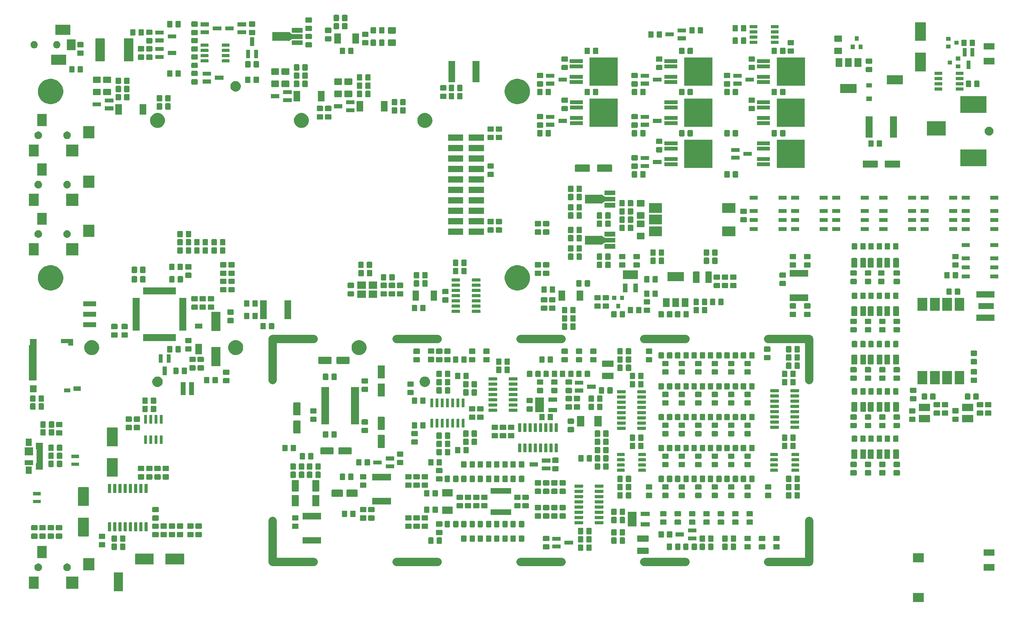
<source format=gts>
G04 #@! TF.GenerationSoftware,KiCad,Pcbnew,5.1.5+dfsg1-2build2*
G04 #@! TF.CreationDate,2020-06-25T19:56:28+03:00*
G04 #@! TF.ProjectId,sdr-trx,7364722d-7472-4782-9e6b-696361645f70,A*
G04 #@! TF.SameCoordinates,Original*
G04 #@! TF.FileFunction,Soldermask,Top*
G04 #@! TF.FilePolarity,Negative*
%FSLAX46Y46*%
G04 Gerber Fmt 4.6, Leading zero omitted, Abs format (unit mm)*
G04 Created by KiCad (PCBNEW 5.1.5+dfsg1-2build2) date 2020-06-25 19:56:28*
%MOMM*%
%LPD*%
G04 APERTURE LIST*
%ADD10C,2.000000*%
%ADD11C,0.100000*%
G04 APERTURE END LIST*
D10*
X124125000Y-98210000D02*
X134125000Y-98210000D01*
X124125000Y-152410000D02*
X134125000Y-152410000D01*
X184375000Y-98210000D02*
X194375000Y-98210000D01*
X184375000Y-152410000D02*
X194375000Y-152410000D01*
X154250000Y-152410000D02*
X164250000Y-152410000D01*
X154250000Y-98210000D02*
X164250000Y-98210000D01*
X224500000Y-98210000D02*
X224500000Y-108210000D01*
X224500000Y-152410000D02*
X214500000Y-152410000D01*
X94000000Y-152410000D02*
X94000000Y-142410000D01*
X94000000Y-98210000D02*
X104000000Y-98210000D01*
X224500000Y-98210000D02*
X214500000Y-98210000D01*
X224500000Y-152410000D02*
X224500000Y-142410000D01*
X94000000Y-152410000D02*
X104000000Y-152410000D01*
X94000000Y-98210000D02*
X94000000Y-108210000D01*
D11*
G36*
X252349200Y-162162200D02*
G01*
X249696800Y-162162200D01*
X249696800Y-159909800D01*
X252349200Y-159909800D01*
X252349200Y-162162200D01*
G37*
G36*
X57576200Y-159486200D02*
G01*
X55423800Y-159486200D01*
X55423800Y-154933800D01*
X57576200Y-154933800D01*
X57576200Y-159486200D01*
G37*
G36*
X46776200Y-158886200D02*
G01*
X43823800Y-158886200D01*
X43823800Y-155933800D01*
X46776200Y-155933800D01*
X46776200Y-158886200D01*
G37*
G36*
X37076200Y-158886200D02*
G01*
X34723800Y-158886200D01*
X34723800Y-155933800D01*
X37076200Y-155933800D01*
X37076200Y-158886200D01*
G37*
G36*
X37270163Y-152819394D02*
G01*
X37438719Y-152889212D01*
X37590418Y-152990574D01*
X37719426Y-153119582D01*
X37820788Y-153271281D01*
X37890606Y-153439837D01*
X37926200Y-153618778D01*
X37926200Y-153801222D01*
X37890606Y-153980163D01*
X37820788Y-154148719D01*
X37719426Y-154300418D01*
X37590418Y-154429426D01*
X37438719Y-154530788D01*
X37270163Y-154600606D01*
X37091223Y-154636200D01*
X36908777Y-154636200D01*
X36729837Y-154600606D01*
X36561281Y-154530788D01*
X36409582Y-154429426D01*
X36280574Y-154300418D01*
X36179212Y-154148719D01*
X36109394Y-153980163D01*
X36073800Y-153801222D01*
X36073800Y-153618778D01*
X36109394Y-153439837D01*
X36179212Y-153271281D01*
X36280574Y-153119582D01*
X36409582Y-152990574D01*
X36561281Y-152889212D01*
X36729837Y-152819394D01*
X36908777Y-152783800D01*
X37091223Y-152783800D01*
X37270163Y-152819394D01*
G37*
G36*
X44270163Y-152819394D02*
G01*
X44438719Y-152889212D01*
X44590418Y-152990574D01*
X44719426Y-153119582D01*
X44820788Y-153271281D01*
X44890606Y-153439837D01*
X44926200Y-153618778D01*
X44926200Y-153801222D01*
X44890606Y-153980163D01*
X44820788Y-154148719D01*
X44719426Y-154300418D01*
X44590418Y-154429426D01*
X44438719Y-154530788D01*
X44270163Y-154600606D01*
X44091223Y-154636200D01*
X43908777Y-154636200D01*
X43729837Y-154600606D01*
X43561281Y-154530788D01*
X43409582Y-154429426D01*
X43280574Y-154300418D01*
X43179212Y-154148719D01*
X43109394Y-153980163D01*
X43073800Y-153801222D01*
X43073800Y-153618778D01*
X43109394Y-153439837D01*
X43179212Y-153271281D01*
X43280574Y-153119582D01*
X43409582Y-152990574D01*
X43561281Y-152889212D01*
X43729837Y-152819394D01*
X43908777Y-152783800D01*
X44091223Y-152783800D01*
X44270163Y-152819394D01*
G37*
G36*
X269521200Y-154486200D02*
G01*
X266878800Y-154486200D01*
X266878800Y-152933800D01*
X269521200Y-152933800D01*
X269521200Y-154486200D01*
G37*
G36*
X50676200Y-154436200D02*
G01*
X47923800Y-154436200D01*
X47923800Y-151483800D01*
X50676200Y-151483800D01*
X50676200Y-154436200D01*
G37*
G36*
X64944360Y-150387546D02*
G01*
X64974948Y-150396825D01*
X65003133Y-150411891D01*
X65027836Y-150432164D01*
X65048109Y-150456867D01*
X65063175Y-150485052D01*
X65072454Y-150515640D01*
X65076200Y-150553676D01*
X65076200Y-152866324D01*
X65072454Y-152904360D01*
X65063175Y-152934948D01*
X65048109Y-152963133D01*
X65027836Y-152987836D01*
X65003133Y-153008109D01*
X64974948Y-153023175D01*
X64944360Y-153032454D01*
X64906324Y-153036200D01*
X60693676Y-153036200D01*
X60655640Y-153032454D01*
X60625052Y-153023175D01*
X60596867Y-153008109D01*
X60572164Y-152987836D01*
X60551891Y-152963133D01*
X60536825Y-152934948D01*
X60527546Y-152904360D01*
X60523800Y-152866324D01*
X60523800Y-150553676D01*
X60527546Y-150515640D01*
X60536825Y-150485052D01*
X60551891Y-150456867D01*
X60572164Y-150432164D01*
X60596867Y-150411891D01*
X60625052Y-150396825D01*
X60655640Y-150387546D01*
X60693676Y-150383800D01*
X64906324Y-150383800D01*
X64944360Y-150387546D01*
G37*
G36*
X72344360Y-150387546D02*
G01*
X72374948Y-150396825D01*
X72403133Y-150411891D01*
X72427836Y-150432164D01*
X72448109Y-150456867D01*
X72463175Y-150485052D01*
X72472454Y-150515640D01*
X72476200Y-150553676D01*
X72476200Y-152866324D01*
X72472454Y-152904360D01*
X72463175Y-152934948D01*
X72448109Y-152963133D01*
X72427836Y-152987836D01*
X72403133Y-153008109D01*
X72374948Y-153023175D01*
X72344360Y-153032454D01*
X72306324Y-153036200D01*
X68093676Y-153036200D01*
X68055640Y-153032454D01*
X68025052Y-153023175D01*
X67996867Y-153008109D01*
X67972164Y-152987836D01*
X67951891Y-152963133D01*
X67936825Y-152934948D01*
X67927546Y-152904360D01*
X67923800Y-152866324D01*
X67923800Y-150553676D01*
X67927546Y-150515640D01*
X67936825Y-150485052D01*
X67951891Y-150456867D01*
X67972164Y-150432164D01*
X67996867Y-150411891D01*
X68025052Y-150396825D01*
X68055640Y-150387546D01*
X68093676Y-150383800D01*
X72306324Y-150383800D01*
X72344360Y-150387546D01*
G37*
G36*
X252349200Y-152510200D02*
G01*
X249696800Y-152510200D01*
X249696800Y-150257800D01*
X252349200Y-150257800D01*
X252349200Y-152510200D01*
G37*
G36*
X39076200Y-151486200D02*
G01*
X36723800Y-151486200D01*
X36723800Y-148533800D01*
X39076200Y-148533800D01*
X39076200Y-151486200D01*
G37*
G36*
X269521200Y-150886200D02*
G01*
X266878800Y-150886200D01*
X266878800Y-149333800D01*
X269521200Y-149333800D01*
X269521200Y-150886200D01*
G37*
G36*
X185244684Y-148913136D02*
G01*
X185281021Y-148924158D01*
X185314508Y-148942057D01*
X185343857Y-148966143D01*
X185367943Y-148995492D01*
X185385842Y-149028979D01*
X185396864Y-149065316D01*
X185401200Y-149109335D01*
X185401200Y-150285665D01*
X185396864Y-150329684D01*
X185385842Y-150366021D01*
X185367943Y-150399508D01*
X185343857Y-150428857D01*
X185314508Y-150452943D01*
X185281021Y-150470842D01*
X185244684Y-150481864D01*
X185200665Y-150486200D01*
X182799335Y-150486200D01*
X182755316Y-150481864D01*
X182718979Y-150470842D01*
X182685492Y-150452943D01*
X182656143Y-150428857D01*
X182632057Y-150399508D01*
X182614158Y-150366021D01*
X182603136Y-150329684D01*
X182598800Y-150285665D01*
X182598800Y-149109335D01*
X182603136Y-149065316D01*
X182614158Y-149028979D01*
X182632057Y-148995492D01*
X182656143Y-148966143D01*
X182685492Y-148942057D01*
X182718979Y-148924158D01*
X182755316Y-148913136D01*
X182799335Y-148908800D01*
X185200665Y-148908800D01*
X185244684Y-148913136D01*
G37*
G36*
X169355969Y-148138464D02*
G01*
X169395494Y-148150454D01*
X169431932Y-148169931D01*
X169463864Y-148196136D01*
X169490069Y-148228068D01*
X169509546Y-148264506D01*
X169521536Y-148304031D01*
X169526200Y-148351391D01*
X169526200Y-149468609D01*
X169521536Y-149515969D01*
X169509546Y-149555494D01*
X169490069Y-149591932D01*
X169463864Y-149623864D01*
X169431932Y-149650069D01*
X169395494Y-149669546D01*
X169355969Y-149681536D01*
X169308609Y-149686200D01*
X168441391Y-149686200D01*
X168394031Y-149681536D01*
X168354506Y-149669546D01*
X168318068Y-149650069D01*
X168286136Y-149623864D01*
X168259931Y-149591932D01*
X168240454Y-149555494D01*
X168228464Y-149515969D01*
X168223800Y-149468609D01*
X168223800Y-148351391D01*
X168228464Y-148304031D01*
X168240454Y-148264506D01*
X168259931Y-148228068D01*
X168286136Y-148196136D01*
X168318068Y-148169931D01*
X168354506Y-148150454D01*
X168394031Y-148138464D01*
X168441391Y-148133800D01*
X169308609Y-148133800D01*
X169355969Y-148138464D01*
G37*
G36*
X171405969Y-148138464D02*
G01*
X171445494Y-148150454D01*
X171481932Y-148169931D01*
X171513864Y-148196136D01*
X171540069Y-148228068D01*
X171559546Y-148264506D01*
X171571536Y-148304031D01*
X171576200Y-148351391D01*
X171576200Y-149468609D01*
X171571536Y-149515969D01*
X171559546Y-149555494D01*
X171540069Y-149591932D01*
X171513864Y-149623864D01*
X171481932Y-149650069D01*
X171445494Y-149669546D01*
X171405969Y-149681536D01*
X171358609Y-149686200D01*
X170491391Y-149686200D01*
X170444031Y-149681536D01*
X170404506Y-149669546D01*
X170368068Y-149650069D01*
X170336136Y-149623864D01*
X170309931Y-149591932D01*
X170290454Y-149555494D01*
X170278464Y-149515969D01*
X170273800Y-149468609D01*
X170273800Y-148351391D01*
X170278464Y-148304031D01*
X170290454Y-148264506D01*
X170309931Y-148228068D01*
X170336136Y-148196136D01*
X170368068Y-148169931D01*
X170404506Y-148150454D01*
X170444031Y-148138464D01*
X170491391Y-148133800D01*
X171358609Y-148133800D01*
X171405969Y-148138464D01*
G37*
G36*
X204455969Y-147938464D02*
G01*
X204495494Y-147950454D01*
X204531932Y-147969931D01*
X204563864Y-147996136D01*
X204590069Y-148028068D01*
X204609546Y-148064506D01*
X204621536Y-148104031D01*
X204626200Y-148151391D01*
X204626200Y-149268609D01*
X204621536Y-149315969D01*
X204609546Y-149355494D01*
X204590069Y-149391932D01*
X204563864Y-149423864D01*
X204531932Y-149450069D01*
X204495494Y-149469546D01*
X204455969Y-149481536D01*
X204408609Y-149486200D01*
X203541391Y-149486200D01*
X203494031Y-149481536D01*
X203454506Y-149469546D01*
X203418068Y-149450069D01*
X203386136Y-149423864D01*
X203359931Y-149391932D01*
X203340454Y-149355494D01*
X203328464Y-149315969D01*
X203323800Y-149268609D01*
X203323800Y-148151391D01*
X203328464Y-148104031D01*
X203340454Y-148064506D01*
X203359931Y-148028068D01*
X203386136Y-147996136D01*
X203418068Y-147969931D01*
X203454506Y-147950454D01*
X203494031Y-147938464D01*
X203541391Y-147933800D01*
X204408609Y-147933800D01*
X204455969Y-147938464D01*
G37*
G36*
X206505969Y-147938464D02*
G01*
X206545494Y-147950454D01*
X206581932Y-147969931D01*
X206613864Y-147996136D01*
X206640069Y-148028068D01*
X206659546Y-148064506D01*
X206671536Y-148104031D01*
X206676200Y-148151391D01*
X206676200Y-149268609D01*
X206671536Y-149315969D01*
X206659546Y-149355494D01*
X206640069Y-149391932D01*
X206613864Y-149423864D01*
X206581932Y-149450069D01*
X206545494Y-149469546D01*
X206505969Y-149481536D01*
X206458609Y-149486200D01*
X205591391Y-149486200D01*
X205544031Y-149481536D01*
X205504506Y-149469546D01*
X205468068Y-149450069D01*
X205436136Y-149423864D01*
X205409931Y-149391932D01*
X205390454Y-149355494D01*
X205378464Y-149315969D01*
X205373800Y-149268609D01*
X205373800Y-148151391D01*
X205378464Y-148104031D01*
X205390454Y-148064506D01*
X205409931Y-148028068D01*
X205436136Y-147996136D01*
X205468068Y-147969931D01*
X205504506Y-147950454D01*
X205544031Y-147938464D01*
X205591391Y-147933800D01*
X206458609Y-147933800D01*
X206505969Y-147938464D01*
G37*
G36*
X194955969Y-147938464D02*
G01*
X194995494Y-147950454D01*
X195031932Y-147969931D01*
X195063864Y-147996136D01*
X195090069Y-148028068D01*
X195109546Y-148064506D01*
X195121536Y-148104031D01*
X195126200Y-148151391D01*
X195126200Y-149268609D01*
X195121536Y-149315969D01*
X195109546Y-149355494D01*
X195090069Y-149391932D01*
X195063864Y-149423864D01*
X195031932Y-149450069D01*
X194995494Y-149469546D01*
X194955969Y-149481536D01*
X194908609Y-149486200D01*
X194041391Y-149486200D01*
X193994031Y-149481536D01*
X193954506Y-149469546D01*
X193918068Y-149450069D01*
X193886136Y-149423864D01*
X193859931Y-149391932D01*
X193840454Y-149355494D01*
X193828464Y-149315969D01*
X193823800Y-149268609D01*
X193823800Y-148151391D01*
X193828464Y-148104031D01*
X193840454Y-148064506D01*
X193859931Y-148028068D01*
X193886136Y-147996136D01*
X193918068Y-147969931D01*
X193954506Y-147950454D01*
X193994031Y-147938464D01*
X194041391Y-147933800D01*
X194908609Y-147933800D01*
X194955969Y-147938464D01*
G37*
G36*
X197005969Y-147938464D02*
G01*
X197045494Y-147950454D01*
X197081932Y-147969931D01*
X197113864Y-147996136D01*
X197140069Y-148028068D01*
X197159546Y-148064506D01*
X197171536Y-148104031D01*
X197176200Y-148151391D01*
X197176200Y-149268609D01*
X197171536Y-149315969D01*
X197159546Y-149355494D01*
X197140069Y-149391932D01*
X197113864Y-149423864D01*
X197081932Y-149450069D01*
X197045494Y-149469546D01*
X197005969Y-149481536D01*
X196958609Y-149486200D01*
X196091391Y-149486200D01*
X196044031Y-149481536D01*
X196004506Y-149469546D01*
X195968068Y-149450069D01*
X195936136Y-149423864D01*
X195909931Y-149391932D01*
X195890454Y-149355494D01*
X195878464Y-149315969D01*
X195873800Y-149268609D01*
X195873800Y-148151391D01*
X195878464Y-148104031D01*
X195890454Y-148064506D01*
X195909931Y-148028068D01*
X195936136Y-147996136D01*
X195968068Y-147969931D01*
X196004506Y-147950454D01*
X196044031Y-147938464D01*
X196091391Y-147933800D01*
X196958609Y-147933800D01*
X197005969Y-147938464D01*
G37*
G36*
X193005969Y-147938464D02*
G01*
X193045494Y-147950454D01*
X193081932Y-147969931D01*
X193113864Y-147996136D01*
X193140069Y-148028068D01*
X193159546Y-148064506D01*
X193171536Y-148104031D01*
X193176200Y-148151391D01*
X193176200Y-149268609D01*
X193171536Y-149315969D01*
X193159546Y-149355494D01*
X193140069Y-149391932D01*
X193113864Y-149423864D01*
X193081932Y-149450069D01*
X193045494Y-149469546D01*
X193005969Y-149481536D01*
X192958609Y-149486200D01*
X192091391Y-149486200D01*
X192044031Y-149481536D01*
X192004506Y-149469546D01*
X191968068Y-149450069D01*
X191936136Y-149423864D01*
X191909931Y-149391932D01*
X191890454Y-149355494D01*
X191878464Y-149315969D01*
X191873800Y-149268609D01*
X191873800Y-148151391D01*
X191878464Y-148104031D01*
X191890454Y-148064506D01*
X191909931Y-148028068D01*
X191936136Y-147996136D01*
X191968068Y-147969931D01*
X192004506Y-147950454D01*
X192044031Y-147938464D01*
X192091391Y-147933800D01*
X192958609Y-147933800D01*
X193005969Y-147938464D01*
G37*
G36*
X190955969Y-147938464D02*
G01*
X190995494Y-147950454D01*
X191031932Y-147969931D01*
X191063864Y-147996136D01*
X191090069Y-148028068D01*
X191109546Y-148064506D01*
X191121536Y-148104031D01*
X191126200Y-148151391D01*
X191126200Y-149268609D01*
X191121536Y-149315969D01*
X191109546Y-149355494D01*
X191090069Y-149391932D01*
X191063864Y-149423864D01*
X191031932Y-149450069D01*
X190995494Y-149469546D01*
X190955969Y-149481536D01*
X190908609Y-149486200D01*
X190041391Y-149486200D01*
X189994031Y-149481536D01*
X189954506Y-149469546D01*
X189918068Y-149450069D01*
X189886136Y-149423864D01*
X189859931Y-149391932D01*
X189840454Y-149355494D01*
X189828464Y-149315969D01*
X189823800Y-149268609D01*
X189823800Y-148151391D01*
X189828464Y-148104031D01*
X189840454Y-148064506D01*
X189859931Y-148028068D01*
X189886136Y-147996136D01*
X189918068Y-147969931D01*
X189954506Y-147950454D01*
X189994031Y-147938464D01*
X190041391Y-147933800D01*
X190908609Y-147933800D01*
X190955969Y-147938464D01*
G37*
G36*
X58005969Y-147938464D02*
G01*
X58045494Y-147950454D01*
X58081932Y-147969931D01*
X58113864Y-147996136D01*
X58140069Y-148028068D01*
X58159546Y-148064506D01*
X58171536Y-148104031D01*
X58176200Y-148151391D01*
X58176200Y-149268609D01*
X58171536Y-149315969D01*
X58159546Y-149355494D01*
X58140069Y-149391932D01*
X58113864Y-149423864D01*
X58081932Y-149450069D01*
X58045494Y-149469546D01*
X58005969Y-149481536D01*
X57958609Y-149486200D01*
X57091391Y-149486200D01*
X57044031Y-149481536D01*
X57004506Y-149469546D01*
X56968068Y-149450069D01*
X56936136Y-149423864D01*
X56909931Y-149391932D01*
X56890454Y-149355494D01*
X56878464Y-149315969D01*
X56873800Y-149268609D01*
X56873800Y-148151391D01*
X56878464Y-148104031D01*
X56890454Y-148064506D01*
X56909931Y-148028068D01*
X56936136Y-147996136D01*
X56968068Y-147969931D01*
X57004506Y-147950454D01*
X57044031Y-147938464D01*
X57091391Y-147933800D01*
X57958609Y-147933800D01*
X58005969Y-147938464D01*
G37*
G36*
X55955969Y-147938464D02*
G01*
X55995494Y-147950454D01*
X56031932Y-147969931D01*
X56063864Y-147996136D01*
X56090069Y-148028068D01*
X56109546Y-148064506D01*
X56121536Y-148104031D01*
X56126200Y-148151391D01*
X56126200Y-149268609D01*
X56121536Y-149315969D01*
X56109546Y-149355494D01*
X56090069Y-149391932D01*
X56063864Y-149423864D01*
X56031932Y-149450069D01*
X55995494Y-149469546D01*
X55955969Y-149481536D01*
X55908609Y-149486200D01*
X55041391Y-149486200D01*
X54994031Y-149481536D01*
X54954506Y-149469546D01*
X54918068Y-149450069D01*
X54886136Y-149423864D01*
X54859931Y-149391932D01*
X54840454Y-149355494D01*
X54828464Y-149315969D01*
X54823800Y-149268609D01*
X54823800Y-148151391D01*
X54828464Y-148104031D01*
X54840454Y-148064506D01*
X54859931Y-148028068D01*
X54886136Y-147996136D01*
X54918068Y-147969931D01*
X54954506Y-147950454D01*
X54994031Y-147938464D01*
X55041391Y-147933800D01*
X55908609Y-147933800D01*
X55955969Y-147938464D01*
G37*
G36*
X198955969Y-147938464D02*
G01*
X198995494Y-147950454D01*
X199031932Y-147969931D01*
X199063864Y-147996136D01*
X199090069Y-148028068D01*
X199109546Y-148064506D01*
X199121536Y-148104031D01*
X199126200Y-148151391D01*
X199126200Y-149268609D01*
X199121536Y-149315969D01*
X199109546Y-149355494D01*
X199090069Y-149391932D01*
X199063864Y-149423864D01*
X199031932Y-149450069D01*
X198995494Y-149469546D01*
X198955969Y-149481536D01*
X198908609Y-149486200D01*
X198041391Y-149486200D01*
X197994031Y-149481536D01*
X197954506Y-149469546D01*
X197918068Y-149450069D01*
X197886136Y-149423864D01*
X197859931Y-149391932D01*
X197840454Y-149355494D01*
X197828464Y-149315969D01*
X197823800Y-149268609D01*
X197823800Y-148151391D01*
X197828464Y-148104031D01*
X197840454Y-148064506D01*
X197859931Y-148028068D01*
X197886136Y-147996136D01*
X197918068Y-147969931D01*
X197954506Y-147950454D01*
X197994031Y-147938464D01*
X198041391Y-147933800D01*
X198908609Y-147933800D01*
X198955969Y-147938464D01*
G37*
G36*
X201005969Y-147938464D02*
G01*
X201045494Y-147950454D01*
X201081932Y-147969931D01*
X201113864Y-147996136D01*
X201140069Y-148028068D01*
X201159546Y-148064506D01*
X201171536Y-148104031D01*
X201176200Y-148151391D01*
X201176200Y-149268609D01*
X201171536Y-149315969D01*
X201159546Y-149355494D01*
X201140069Y-149391932D01*
X201113864Y-149423864D01*
X201081932Y-149450069D01*
X201045494Y-149469546D01*
X201005969Y-149481536D01*
X200958609Y-149486200D01*
X200091391Y-149486200D01*
X200044031Y-149481536D01*
X200004506Y-149469546D01*
X199968068Y-149450069D01*
X199936136Y-149423864D01*
X199909931Y-149391932D01*
X199890454Y-149355494D01*
X199878464Y-149315969D01*
X199873800Y-149268609D01*
X199873800Y-148151391D01*
X199878464Y-148104031D01*
X199890454Y-148064506D01*
X199909931Y-148028068D01*
X199936136Y-147996136D01*
X199968068Y-147969931D01*
X200004506Y-147950454D01*
X200044031Y-147938464D01*
X200091391Y-147933800D01*
X200958609Y-147933800D01*
X201005969Y-147938464D01*
G37*
G36*
X217105969Y-148088464D02*
G01*
X217145494Y-148100454D01*
X217181932Y-148119931D01*
X217213864Y-148146136D01*
X217240069Y-148178068D01*
X217259546Y-148214506D01*
X217271536Y-148254031D01*
X217276200Y-148301391D01*
X217276200Y-149168609D01*
X217271536Y-149215969D01*
X217259546Y-149255494D01*
X217240069Y-149291932D01*
X217213864Y-149323864D01*
X217181932Y-149350069D01*
X217145494Y-149369546D01*
X217105969Y-149381536D01*
X217058609Y-149386200D01*
X215941391Y-149386200D01*
X215894031Y-149381536D01*
X215854506Y-149369546D01*
X215818068Y-149350069D01*
X215786136Y-149323864D01*
X215759931Y-149291932D01*
X215740454Y-149255494D01*
X215728464Y-149215969D01*
X215723800Y-149168609D01*
X215723800Y-148301391D01*
X215728464Y-148254031D01*
X215740454Y-148214506D01*
X215759931Y-148178068D01*
X215786136Y-148146136D01*
X215818068Y-148119931D01*
X215854506Y-148100454D01*
X215894031Y-148088464D01*
X215941391Y-148083800D01*
X217058609Y-148083800D01*
X217105969Y-148088464D01*
G37*
G36*
X213605969Y-148088464D02*
G01*
X213645494Y-148100454D01*
X213681932Y-148119931D01*
X213713864Y-148146136D01*
X213740069Y-148178068D01*
X213759546Y-148214506D01*
X213771536Y-148254031D01*
X213776200Y-148301391D01*
X213776200Y-149168609D01*
X213771536Y-149215969D01*
X213759546Y-149255494D01*
X213740069Y-149291932D01*
X213713864Y-149323864D01*
X213681932Y-149350069D01*
X213645494Y-149369546D01*
X213605969Y-149381536D01*
X213558609Y-149386200D01*
X212441391Y-149386200D01*
X212394031Y-149381536D01*
X212354506Y-149369546D01*
X212318068Y-149350069D01*
X212286136Y-149323864D01*
X212259931Y-149291932D01*
X212240454Y-149255494D01*
X212228464Y-149215969D01*
X212223800Y-149168609D01*
X212223800Y-148301391D01*
X212228464Y-148254031D01*
X212240454Y-148214506D01*
X212259931Y-148178068D01*
X212286136Y-148146136D01*
X212318068Y-148119931D01*
X212354506Y-148100454D01*
X212394031Y-148088464D01*
X212441391Y-148083800D01*
X213558609Y-148083800D01*
X213605969Y-148088464D01*
G37*
G36*
X210105969Y-148088464D02*
G01*
X210145494Y-148100454D01*
X210181932Y-148119931D01*
X210213864Y-148146136D01*
X210240069Y-148178068D01*
X210259546Y-148214506D01*
X210271536Y-148254031D01*
X210276200Y-148301391D01*
X210276200Y-149168609D01*
X210271536Y-149215969D01*
X210259546Y-149255494D01*
X210240069Y-149291932D01*
X210213864Y-149323864D01*
X210181932Y-149350069D01*
X210145494Y-149369546D01*
X210105969Y-149381536D01*
X210058609Y-149386200D01*
X208941391Y-149386200D01*
X208894031Y-149381536D01*
X208854506Y-149369546D01*
X208818068Y-149350069D01*
X208786136Y-149323864D01*
X208759931Y-149291932D01*
X208740454Y-149255494D01*
X208728464Y-149215969D01*
X208723800Y-149168609D01*
X208723800Y-148301391D01*
X208728464Y-148254031D01*
X208740454Y-148214506D01*
X208759931Y-148178068D01*
X208786136Y-148146136D01*
X208818068Y-148119931D01*
X208854506Y-148100454D01*
X208894031Y-148088464D01*
X208941391Y-148083800D01*
X210058609Y-148083800D01*
X210105969Y-148088464D01*
G37*
G36*
X161105969Y-148088464D02*
G01*
X161145494Y-148100454D01*
X161181932Y-148119931D01*
X161213864Y-148146136D01*
X161240069Y-148178068D01*
X161259546Y-148214506D01*
X161271536Y-148254031D01*
X161276200Y-148301391D01*
X161276200Y-149168609D01*
X161271536Y-149215969D01*
X161259546Y-149255494D01*
X161240069Y-149291932D01*
X161213864Y-149323864D01*
X161181932Y-149350069D01*
X161145494Y-149369546D01*
X161105969Y-149381536D01*
X161058609Y-149386200D01*
X159941391Y-149386200D01*
X159894031Y-149381536D01*
X159854506Y-149369546D01*
X159818068Y-149350069D01*
X159786136Y-149323864D01*
X159759931Y-149291932D01*
X159740454Y-149255494D01*
X159728464Y-149215969D01*
X159723800Y-149168609D01*
X159723800Y-148301391D01*
X159728464Y-148254031D01*
X159740454Y-148214506D01*
X159759931Y-148178068D01*
X159786136Y-148146136D01*
X159818068Y-148119931D01*
X159854506Y-148100454D01*
X159894031Y-148088464D01*
X159941391Y-148083800D01*
X161058609Y-148083800D01*
X161105969Y-148088464D01*
G37*
G36*
X164026200Y-149136200D02*
G01*
X161973800Y-149136200D01*
X161973800Y-148183800D01*
X164026200Y-148183800D01*
X164026200Y-149136200D01*
G37*
G36*
X53105969Y-147588464D02*
G01*
X53145494Y-147600454D01*
X53181932Y-147619931D01*
X53213864Y-147646136D01*
X53240069Y-147678068D01*
X53259546Y-147714506D01*
X53271536Y-147754031D01*
X53276200Y-147801391D01*
X53276200Y-148668609D01*
X53271536Y-148715969D01*
X53259546Y-148755494D01*
X53240069Y-148791932D01*
X53213864Y-148823864D01*
X53181932Y-148850069D01*
X53145494Y-148869546D01*
X53105969Y-148881536D01*
X53058609Y-148886200D01*
X51941391Y-148886200D01*
X51894031Y-148881536D01*
X51854506Y-148869546D01*
X51818068Y-148850069D01*
X51786136Y-148823864D01*
X51759931Y-148791932D01*
X51740454Y-148755494D01*
X51728464Y-148715969D01*
X51723800Y-148668609D01*
X51723800Y-147801391D01*
X51728464Y-147754031D01*
X51740454Y-147714506D01*
X51759931Y-147678068D01*
X51786136Y-147646136D01*
X51818068Y-147619931D01*
X51854506Y-147600454D01*
X51894031Y-147588464D01*
X51941391Y-147583800D01*
X53058609Y-147583800D01*
X53105969Y-147588464D01*
G37*
G36*
X167026200Y-148186200D02*
G01*
X164973800Y-148186200D01*
X164973800Y-147233800D01*
X167026200Y-147233800D01*
X167026200Y-148186200D01*
G37*
G36*
X135005969Y-146438464D02*
G01*
X135045494Y-146450454D01*
X135081932Y-146469931D01*
X135113864Y-146496136D01*
X135140069Y-146528068D01*
X135159546Y-146564506D01*
X135171536Y-146604031D01*
X135176200Y-146651391D01*
X135176200Y-147768609D01*
X135171536Y-147815969D01*
X135159546Y-147855494D01*
X135140069Y-147891932D01*
X135113864Y-147923864D01*
X135081932Y-147950069D01*
X135045494Y-147969546D01*
X135005969Y-147981536D01*
X134958609Y-147986200D01*
X134091391Y-147986200D01*
X134044031Y-147981536D01*
X134004506Y-147969546D01*
X133968068Y-147950069D01*
X133936136Y-147923864D01*
X133909931Y-147891932D01*
X133890454Y-147855494D01*
X133878464Y-147815969D01*
X133873800Y-147768609D01*
X133873800Y-146651391D01*
X133878464Y-146604031D01*
X133890454Y-146564506D01*
X133909931Y-146528068D01*
X133936136Y-146496136D01*
X133968068Y-146469931D01*
X134004506Y-146450454D01*
X134044031Y-146438464D01*
X134091391Y-146433800D01*
X134958609Y-146433800D01*
X135005969Y-146438464D01*
G37*
G36*
X179505969Y-146438464D02*
G01*
X179545494Y-146450454D01*
X179581932Y-146469931D01*
X179613864Y-146496136D01*
X179640069Y-146528068D01*
X179659546Y-146564506D01*
X179671536Y-146604031D01*
X179676200Y-146651391D01*
X179676200Y-147768609D01*
X179671536Y-147815969D01*
X179659546Y-147855494D01*
X179640069Y-147891932D01*
X179613864Y-147923864D01*
X179581932Y-147950069D01*
X179545494Y-147969546D01*
X179505969Y-147981536D01*
X179458609Y-147986200D01*
X178591391Y-147986200D01*
X178544031Y-147981536D01*
X178504506Y-147969546D01*
X178468068Y-147950069D01*
X178436136Y-147923864D01*
X178409931Y-147891932D01*
X178390454Y-147855494D01*
X178378464Y-147815969D01*
X178373800Y-147768609D01*
X178373800Y-146651391D01*
X178378464Y-146604031D01*
X178390454Y-146564506D01*
X178409931Y-146528068D01*
X178436136Y-146496136D01*
X178468068Y-146469931D01*
X178504506Y-146450454D01*
X178544031Y-146438464D01*
X178591391Y-146433800D01*
X179458609Y-146433800D01*
X179505969Y-146438464D01*
G37*
G36*
X177455969Y-146438464D02*
G01*
X177495494Y-146450454D01*
X177531932Y-146469931D01*
X177563864Y-146496136D01*
X177590069Y-146528068D01*
X177609546Y-146564506D01*
X177621536Y-146604031D01*
X177626200Y-146651391D01*
X177626200Y-147768609D01*
X177621536Y-147815969D01*
X177609546Y-147855494D01*
X177590069Y-147891932D01*
X177563864Y-147923864D01*
X177531932Y-147950069D01*
X177495494Y-147969546D01*
X177455969Y-147981536D01*
X177408609Y-147986200D01*
X176541391Y-147986200D01*
X176494031Y-147981536D01*
X176454506Y-147969546D01*
X176418068Y-147950069D01*
X176386136Y-147923864D01*
X176359931Y-147891932D01*
X176340454Y-147855494D01*
X176328464Y-147815969D01*
X176323800Y-147768609D01*
X176323800Y-146651391D01*
X176328464Y-146604031D01*
X176340454Y-146564506D01*
X176359931Y-146528068D01*
X176386136Y-146496136D01*
X176418068Y-146469931D01*
X176454506Y-146450454D01*
X176494031Y-146438464D01*
X176541391Y-146433800D01*
X177408609Y-146433800D01*
X177455969Y-146438464D01*
G37*
G36*
X132955969Y-146438464D02*
G01*
X132995494Y-146450454D01*
X133031932Y-146469931D01*
X133063864Y-146496136D01*
X133090069Y-146528068D01*
X133109546Y-146564506D01*
X133121536Y-146604031D01*
X133126200Y-146651391D01*
X133126200Y-147768609D01*
X133121536Y-147815969D01*
X133109546Y-147855494D01*
X133090069Y-147891932D01*
X133063864Y-147923864D01*
X133031932Y-147950069D01*
X132995494Y-147969546D01*
X132955969Y-147981536D01*
X132908609Y-147986200D01*
X132041391Y-147986200D01*
X131994031Y-147981536D01*
X131954506Y-147969546D01*
X131918068Y-147950069D01*
X131886136Y-147923864D01*
X131859931Y-147891932D01*
X131840454Y-147855494D01*
X131828464Y-147815969D01*
X131823800Y-147768609D01*
X131823800Y-146651391D01*
X131828464Y-146604031D01*
X131840454Y-146564506D01*
X131859931Y-146528068D01*
X131886136Y-146496136D01*
X131918068Y-146469931D01*
X131954506Y-146450454D01*
X131994031Y-146438464D01*
X132041391Y-146433800D01*
X132908609Y-146433800D01*
X132955969Y-146438464D01*
G37*
G36*
X105751200Y-147961200D02*
G01*
X101248800Y-147961200D01*
X101248800Y-146358800D01*
X105751200Y-146358800D01*
X105751200Y-147961200D01*
G37*
G36*
X169355969Y-146138464D02*
G01*
X169395494Y-146150454D01*
X169431932Y-146169931D01*
X169463864Y-146196136D01*
X169490069Y-146228068D01*
X169509546Y-146264506D01*
X169521536Y-146304031D01*
X169526200Y-146351391D01*
X169526200Y-147468609D01*
X169521536Y-147515969D01*
X169509546Y-147555494D01*
X169490069Y-147591932D01*
X169463864Y-147623864D01*
X169431932Y-147650069D01*
X169395494Y-147669546D01*
X169355969Y-147681536D01*
X169308609Y-147686200D01*
X168441391Y-147686200D01*
X168394031Y-147681536D01*
X168354506Y-147669546D01*
X168318068Y-147650069D01*
X168286136Y-147623864D01*
X168259931Y-147591932D01*
X168240454Y-147555494D01*
X168228464Y-147515969D01*
X168223800Y-147468609D01*
X168223800Y-146351391D01*
X168228464Y-146304031D01*
X168240454Y-146264506D01*
X168259931Y-146228068D01*
X168286136Y-146196136D01*
X168318068Y-146169931D01*
X168354506Y-146150454D01*
X168394031Y-146138464D01*
X168441391Y-146133800D01*
X169308609Y-146133800D01*
X169355969Y-146138464D01*
G37*
G36*
X171405969Y-146138464D02*
G01*
X171445494Y-146150454D01*
X171481932Y-146169931D01*
X171513864Y-146196136D01*
X171540069Y-146228068D01*
X171559546Y-146264506D01*
X171571536Y-146304031D01*
X171576200Y-146351391D01*
X171576200Y-147468609D01*
X171571536Y-147515969D01*
X171559546Y-147555494D01*
X171540069Y-147591932D01*
X171513864Y-147623864D01*
X171481932Y-147650069D01*
X171445494Y-147669546D01*
X171405969Y-147681536D01*
X171358609Y-147686200D01*
X170491391Y-147686200D01*
X170444031Y-147681536D01*
X170404506Y-147669546D01*
X170368068Y-147650069D01*
X170336136Y-147623864D01*
X170309931Y-147591932D01*
X170290454Y-147555494D01*
X170278464Y-147515969D01*
X170273800Y-147468609D01*
X170273800Y-146351391D01*
X170278464Y-146304031D01*
X170290454Y-146264506D01*
X170309931Y-146228068D01*
X170336136Y-146196136D01*
X170368068Y-146169931D01*
X170404506Y-146150454D01*
X170444031Y-146138464D01*
X170491391Y-146133800D01*
X171358609Y-146133800D01*
X171405969Y-146138464D01*
G37*
G36*
X185244684Y-145938136D02*
G01*
X185281021Y-145949158D01*
X185314508Y-145967057D01*
X185343857Y-145991143D01*
X185367943Y-146020492D01*
X185385842Y-146053979D01*
X185396864Y-146090316D01*
X185401200Y-146134335D01*
X185401200Y-147310665D01*
X185396864Y-147354684D01*
X185385842Y-147391021D01*
X185367943Y-147424508D01*
X185343857Y-147453857D01*
X185314508Y-147477943D01*
X185281021Y-147495842D01*
X185244684Y-147506864D01*
X185200665Y-147511200D01*
X182799335Y-147511200D01*
X182755316Y-147506864D01*
X182718979Y-147495842D01*
X182685492Y-147477943D01*
X182656143Y-147453857D01*
X182632057Y-147424508D01*
X182614158Y-147391021D01*
X182603136Y-147354684D01*
X182598800Y-147310665D01*
X182598800Y-146134335D01*
X182603136Y-146090316D01*
X182614158Y-146053979D01*
X182632057Y-146020492D01*
X182656143Y-145991143D01*
X182685492Y-145967057D01*
X182718979Y-145949158D01*
X182755316Y-145938136D01*
X182799335Y-145933800D01*
X185200665Y-145933800D01*
X185244684Y-145938136D01*
G37*
G36*
X204455969Y-145938464D02*
G01*
X204495494Y-145950454D01*
X204531932Y-145969931D01*
X204563864Y-145996136D01*
X204590069Y-146028068D01*
X204609546Y-146064506D01*
X204621536Y-146104031D01*
X204626200Y-146151391D01*
X204626200Y-147268609D01*
X204621536Y-147315969D01*
X204609546Y-147355494D01*
X204590069Y-147391932D01*
X204563864Y-147423864D01*
X204531932Y-147450069D01*
X204495494Y-147469546D01*
X204455969Y-147481536D01*
X204408609Y-147486200D01*
X203541391Y-147486200D01*
X203494031Y-147481536D01*
X203454506Y-147469546D01*
X203418068Y-147450069D01*
X203386136Y-147423864D01*
X203359931Y-147391932D01*
X203340454Y-147355494D01*
X203328464Y-147315969D01*
X203323800Y-147268609D01*
X203323800Y-146151391D01*
X203328464Y-146104031D01*
X203340454Y-146064506D01*
X203359931Y-146028068D01*
X203386136Y-145996136D01*
X203418068Y-145969931D01*
X203454506Y-145950454D01*
X203494031Y-145938464D01*
X203541391Y-145933800D01*
X204408609Y-145933800D01*
X204455969Y-145938464D01*
G37*
G36*
X198955969Y-145938464D02*
G01*
X198995494Y-145950454D01*
X199031932Y-145969931D01*
X199063864Y-145996136D01*
X199090069Y-146028068D01*
X199109546Y-146064506D01*
X199121536Y-146104031D01*
X199126200Y-146151391D01*
X199126200Y-147268609D01*
X199121536Y-147315969D01*
X199109546Y-147355494D01*
X199090069Y-147391932D01*
X199063864Y-147423864D01*
X199031932Y-147450069D01*
X198995494Y-147469546D01*
X198955969Y-147481536D01*
X198908609Y-147486200D01*
X198041391Y-147486200D01*
X197994031Y-147481536D01*
X197954506Y-147469546D01*
X197918068Y-147450069D01*
X197886136Y-147423864D01*
X197859931Y-147391932D01*
X197840454Y-147355494D01*
X197828464Y-147315969D01*
X197823800Y-147268609D01*
X197823800Y-146151391D01*
X197828464Y-146104031D01*
X197840454Y-146064506D01*
X197859931Y-146028068D01*
X197886136Y-145996136D01*
X197918068Y-145969931D01*
X197954506Y-145950454D01*
X197994031Y-145938464D01*
X198041391Y-145933800D01*
X198908609Y-145933800D01*
X198955969Y-145938464D01*
G37*
G36*
X58005969Y-145938464D02*
G01*
X58045494Y-145950454D01*
X58081932Y-145969931D01*
X58113864Y-145996136D01*
X58140069Y-146028068D01*
X58159546Y-146064506D01*
X58171536Y-146104031D01*
X58176200Y-146151391D01*
X58176200Y-147268609D01*
X58171536Y-147315969D01*
X58159546Y-147355494D01*
X58140069Y-147391932D01*
X58113864Y-147423864D01*
X58081932Y-147450069D01*
X58045494Y-147469546D01*
X58005969Y-147481536D01*
X57958609Y-147486200D01*
X57091391Y-147486200D01*
X57044031Y-147481536D01*
X57004506Y-147469546D01*
X56968068Y-147450069D01*
X56936136Y-147423864D01*
X56909931Y-147391932D01*
X56890454Y-147355494D01*
X56878464Y-147315969D01*
X56873800Y-147268609D01*
X56873800Y-146151391D01*
X56878464Y-146104031D01*
X56890454Y-146064506D01*
X56909931Y-146028068D01*
X56936136Y-145996136D01*
X56968068Y-145969931D01*
X57004506Y-145950454D01*
X57044031Y-145938464D01*
X57091391Y-145933800D01*
X57958609Y-145933800D01*
X58005969Y-145938464D01*
G37*
G36*
X144955969Y-145938464D02*
G01*
X144995494Y-145950454D01*
X145031932Y-145969931D01*
X145063864Y-145996136D01*
X145090069Y-146028068D01*
X145109546Y-146064506D01*
X145121536Y-146104031D01*
X145126200Y-146151391D01*
X145126200Y-147268609D01*
X145121536Y-147315969D01*
X145109546Y-147355494D01*
X145090069Y-147391932D01*
X145063864Y-147423864D01*
X145031932Y-147450069D01*
X144995494Y-147469546D01*
X144955969Y-147481536D01*
X144908609Y-147486200D01*
X144041391Y-147486200D01*
X143994031Y-147481536D01*
X143954506Y-147469546D01*
X143918068Y-147450069D01*
X143886136Y-147423864D01*
X143859931Y-147391932D01*
X143840454Y-147355494D01*
X143828464Y-147315969D01*
X143823800Y-147268609D01*
X143823800Y-146151391D01*
X143828464Y-146104031D01*
X143840454Y-146064506D01*
X143859931Y-146028068D01*
X143886136Y-145996136D01*
X143918068Y-145969931D01*
X143954506Y-145950454D01*
X143994031Y-145938464D01*
X144041391Y-145933800D01*
X144908609Y-145933800D01*
X144955969Y-145938464D01*
G37*
G36*
X147005969Y-145938464D02*
G01*
X147045494Y-145950454D01*
X147081932Y-145969931D01*
X147113864Y-145996136D01*
X147140069Y-146028068D01*
X147159546Y-146064506D01*
X147171536Y-146104031D01*
X147176200Y-146151391D01*
X147176200Y-147268609D01*
X147171536Y-147315969D01*
X147159546Y-147355494D01*
X147140069Y-147391932D01*
X147113864Y-147423864D01*
X147081932Y-147450069D01*
X147045494Y-147469546D01*
X147005969Y-147481536D01*
X146958609Y-147486200D01*
X146091391Y-147486200D01*
X146044031Y-147481536D01*
X146004506Y-147469546D01*
X145968068Y-147450069D01*
X145936136Y-147423864D01*
X145909931Y-147391932D01*
X145890454Y-147355494D01*
X145878464Y-147315969D01*
X145873800Y-147268609D01*
X145873800Y-146151391D01*
X145878464Y-146104031D01*
X145890454Y-146064506D01*
X145909931Y-146028068D01*
X145936136Y-145996136D01*
X145968068Y-145969931D01*
X146004506Y-145950454D01*
X146044031Y-145938464D01*
X146091391Y-145933800D01*
X146958609Y-145933800D01*
X147005969Y-145938464D01*
G37*
G36*
X148955969Y-145938464D02*
G01*
X148995494Y-145950454D01*
X149031932Y-145969931D01*
X149063864Y-145996136D01*
X149090069Y-146028068D01*
X149109546Y-146064506D01*
X149121536Y-146104031D01*
X149126200Y-146151391D01*
X149126200Y-147268609D01*
X149121536Y-147315969D01*
X149109546Y-147355494D01*
X149090069Y-147391932D01*
X149063864Y-147423864D01*
X149031932Y-147450069D01*
X148995494Y-147469546D01*
X148955969Y-147481536D01*
X148908609Y-147486200D01*
X148041391Y-147486200D01*
X147994031Y-147481536D01*
X147954506Y-147469546D01*
X147918068Y-147450069D01*
X147886136Y-147423864D01*
X147859931Y-147391932D01*
X147840454Y-147355494D01*
X147828464Y-147315969D01*
X147823800Y-147268609D01*
X147823800Y-146151391D01*
X147828464Y-146104031D01*
X147840454Y-146064506D01*
X147859931Y-146028068D01*
X147886136Y-145996136D01*
X147918068Y-145969931D01*
X147954506Y-145950454D01*
X147994031Y-145938464D01*
X148041391Y-145933800D01*
X148908609Y-145933800D01*
X148955969Y-145938464D01*
G37*
G36*
X155005969Y-145938464D02*
G01*
X155045494Y-145950454D01*
X155081932Y-145969931D01*
X155113864Y-145996136D01*
X155140069Y-146028068D01*
X155159546Y-146064506D01*
X155171536Y-146104031D01*
X155176200Y-146151391D01*
X155176200Y-147268609D01*
X155171536Y-147315969D01*
X155159546Y-147355494D01*
X155140069Y-147391932D01*
X155113864Y-147423864D01*
X155081932Y-147450069D01*
X155045494Y-147469546D01*
X155005969Y-147481536D01*
X154958609Y-147486200D01*
X154091391Y-147486200D01*
X154044031Y-147481536D01*
X154004506Y-147469546D01*
X153968068Y-147450069D01*
X153936136Y-147423864D01*
X153909931Y-147391932D01*
X153890454Y-147355494D01*
X153878464Y-147315969D01*
X153873800Y-147268609D01*
X153873800Y-146151391D01*
X153878464Y-146104031D01*
X153890454Y-146064506D01*
X153909931Y-146028068D01*
X153936136Y-145996136D01*
X153968068Y-145969931D01*
X154004506Y-145950454D01*
X154044031Y-145938464D01*
X154091391Y-145933800D01*
X154958609Y-145933800D01*
X155005969Y-145938464D01*
G37*
G36*
X151005969Y-145938464D02*
G01*
X151045494Y-145950454D01*
X151081932Y-145969931D01*
X151113864Y-145996136D01*
X151140069Y-146028068D01*
X151159546Y-146064506D01*
X151171536Y-146104031D01*
X151176200Y-146151391D01*
X151176200Y-147268609D01*
X151171536Y-147315969D01*
X151159546Y-147355494D01*
X151140069Y-147391932D01*
X151113864Y-147423864D01*
X151081932Y-147450069D01*
X151045494Y-147469546D01*
X151005969Y-147481536D01*
X150958609Y-147486200D01*
X150091391Y-147486200D01*
X150044031Y-147481536D01*
X150004506Y-147469546D01*
X149968068Y-147450069D01*
X149936136Y-147423864D01*
X149909931Y-147391932D01*
X149890454Y-147355494D01*
X149878464Y-147315969D01*
X149873800Y-147268609D01*
X149873800Y-146151391D01*
X149878464Y-146104031D01*
X149890454Y-146064506D01*
X149909931Y-146028068D01*
X149936136Y-145996136D01*
X149968068Y-145969931D01*
X150004506Y-145950454D01*
X150044031Y-145938464D01*
X150091391Y-145933800D01*
X150958609Y-145933800D01*
X151005969Y-145938464D01*
G37*
G36*
X152955969Y-145938464D02*
G01*
X152995494Y-145950454D01*
X153031932Y-145969931D01*
X153063864Y-145996136D01*
X153090069Y-146028068D01*
X153109546Y-146064506D01*
X153121536Y-146104031D01*
X153126200Y-146151391D01*
X153126200Y-147268609D01*
X153121536Y-147315969D01*
X153109546Y-147355494D01*
X153090069Y-147391932D01*
X153063864Y-147423864D01*
X153031932Y-147450069D01*
X152995494Y-147469546D01*
X152955969Y-147481536D01*
X152908609Y-147486200D01*
X152041391Y-147486200D01*
X151994031Y-147481536D01*
X151954506Y-147469546D01*
X151918068Y-147450069D01*
X151886136Y-147423864D01*
X151859931Y-147391932D01*
X151840454Y-147355494D01*
X151828464Y-147315969D01*
X151823800Y-147268609D01*
X151823800Y-146151391D01*
X151828464Y-146104031D01*
X151840454Y-146064506D01*
X151859931Y-146028068D01*
X151886136Y-145996136D01*
X151918068Y-145969931D01*
X151954506Y-145950454D01*
X151994031Y-145938464D01*
X152041391Y-145933800D01*
X152908609Y-145933800D01*
X152955969Y-145938464D01*
G37*
G36*
X143005969Y-145938464D02*
G01*
X143045494Y-145950454D01*
X143081932Y-145969931D01*
X143113864Y-145996136D01*
X143140069Y-146028068D01*
X143159546Y-146064506D01*
X143171536Y-146104031D01*
X143176200Y-146151391D01*
X143176200Y-147268609D01*
X143171536Y-147315969D01*
X143159546Y-147355494D01*
X143140069Y-147391932D01*
X143113864Y-147423864D01*
X143081932Y-147450069D01*
X143045494Y-147469546D01*
X143005969Y-147481536D01*
X142958609Y-147486200D01*
X142091391Y-147486200D01*
X142044031Y-147481536D01*
X142004506Y-147469546D01*
X141968068Y-147450069D01*
X141936136Y-147423864D01*
X141909931Y-147391932D01*
X141890454Y-147355494D01*
X141878464Y-147315969D01*
X141873800Y-147268609D01*
X141873800Y-146151391D01*
X141878464Y-146104031D01*
X141890454Y-146064506D01*
X141909931Y-146028068D01*
X141936136Y-145996136D01*
X141968068Y-145969931D01*
X142004506Y-145950454D01*
X142044031Y-145938464D01*
X142091391Y-145933800D01*
X142958609Y-145933800D01*
X143005969Y-145938464D01*
G37*
G36*
X140955969Y-145938464D02*
G01*
X140995494Y-145950454D01*
X141031932Y-145969931D01*
X141063864Y-145996136D01*
X141090069Y-146028068D01*
X141109546Y-146064506D01*
X141121536Y-146104031D01*
X141126200Y-146151391D01*
X141126200Y-147268609D01*
X141121536Y-147315969D01*
X141109546Y-147355494D01*
X141090069Y-147391932D01*
X141063864Y-147423864D01*
X141031932Y-147450069D01*
X140995494Y-147469546D01*
X140955969Y-147481536D01*
X140908609Y-147486200D01*
X140041391Y-147486200D01*
X139994031Y-147481536D01*
X139954506Y-147469546D01*
X139918068Y-147450069D01*
X139886136Y-147423864D01*
X139859931Y-147391932D01*
X139840454Y-147355494D01*
X139828464Y-147315969D01*
X139823800Y-147268609D01*
X139823800Y-146151391D01*
X139828464Y-146104031D01*
X139840454Y-146064506D01*
X139859931Y-146028068D01*
X139886136Y-145996136D01*
X139918068Y-145969931D01*
X139954506Y-145950454D01*
X139994031Y-145938464D01*
X140041391Y-145933800D01*
X140908609Y-145933800D01*
X140955969Y-145938464D01*
G37*
G36*
X206505969Y-145938464D02*
G01*
X206545494Y-145950454D01*
X206581932Y-145969931D01*
X206613864Y-145996136D01*
X206640069Y-146028068D01*
X206659546Y-146064506D01*
X206671536Y-146104031D01*
X206676200Y-146151391D01*
X206676200Y-147268609D01*
X206671536Y-147315969D01*
X206659546Y-147355494D01*
X206640069Y-147391932D01*
X206613864Y-147423864D01*
X206581932Y-147450069D01*
X206545494Y-147469546D01*
X206505969Y-147481536D01*
X206458609Y-147486200D01*
X205591391Y-147486200D01*
X205544031Y-147481536D01*
X205504506Y-147469546D01*
X205468068Y-147450069D01*
X205436136Y-147423864D01*
X205409931Y-147391932D01*
X205390454Y-147355494D01*
X205378464Y-147315969D01*
X205373800Y-147268609D01*
X205373800Y-146151391D01*
X205378464Y-146104031D01*
X205390454Y-146064506D01*
X205409931Y-146028068D01*
X205436136Y-145996136D01*
X205468068Y-145969931D01*
X205504506Y-145950454D01*
X205544031Y-145938464D01*
X205591391Y-145933800D01*
X206458609Y-145933800D01*
X206505969Y-145938464D01*
G37*
G36*
X55955969Y-145938464D02*
G01*
X55995494Y-145950454D01*
X56031932Y-145969931D01*
X56063864Y-145996136D01*
X56090069Y-146028068D01*
X56109546Y-146064506D01*
X56121536Y-146104031D01*
X56126200Y-146151391D01*
X56126200Y-147268609D01*
X56121536Y-147315969D01*
X56109546Y-147355494D01*
X56090069Y-147391932D01*
X56063864Y-147423864D01*
X56031932Y-147450069D01*
X55995494Y-147469546D01*
X55955969Y-147481536D01*
X55908609Y-147486200D01*
X55041391Y-147486200D01*
X54994031Y-147481536D01*
X54954506Y-147469546D01*
X54918068Y-147450069D01*
X54886136Y-147423864D01*
X54859931Y-147391932D01*
X54840454Y-147355494D01*
X54828464Y-147315969D01*
X54823800Y-147268609D01*
X54823800Y-146151391D01*
X54828464Y-146104031D01*
X54840454Y-146064506D01*
X54859931Y-146028068D01*
X54886136Y-145996136D01*
X54918068Y-145969931D01*
X54954506Y-145950454D01*
X54994031Y-145938464D01*
X55041391Y-145933800D01*
X55908609Y-145933800D01*
X55955969Y-145938464D01*
G37*
G36*
X201005969Y-145938464D02*
G01*
X201045494Y-145950454D01*
X201081932Y-145969931D01*
X201113864Y-145996136D01*
X201140069Y-146028068D01*
X201159546Y-146064506D01*
X201171536Y-146104031D01*
X201176200Y-146151391D01*
X201176200Y-147268609D01*
X201171536Y-147315969D01*
X201159546Y-147355494D01*
X201140069Y-147391932D01*
X201113864Y-147423864D01*
X201081932Y-147450069D01*
X201045494Y-147469546D01*
X201005969Y-147481536D01*
X200958609Y-147486200D01*
X200091391Y-147486200D01*
X200044031Y-147481536D01*
X200004506Y-147469546D01*
X199968068Y-147450069D01*
X199936136Y-147423864D01*
X199909931Y-147391932D01*
X199890454Y-147355494D01*
X199878464Y-147315969D01*
X199873800Y-147268609D01*
X199873800Y-146151391D01*
X199878464Y-146104031D01*
X199890454Y-146064506D01*
X199909931Y-146028068D01*
X199936136Y-145996136D01*
X199968068Y-145969931D01*
X200004506Y-145950454D01*
X200044031Y-145938464D01*
X200091391Y-145933800D01*
X200958609Y-145933800D01*
X201005969Y-145938464D01*
G37*
G36*
X161105969Y-146038464D02*
G01*
X161145494Y-146050454D01*
X161181932Y-146069931D01*
X161213864Y-146096136D01*
X161240069Y-146128068D01*
X161259546Y-146164506D01*
X161271536Y-146204031D01*
X161276200Y-146251391D01*
X161276200Y-147118609D01*
X161271536Y-147165969D01*
X161259546Y-147205494D01*
X161240069Y-147241932D01*
X161213864Y-147273864D01*
X161181932Y-147300069D01*
X161145494Y-147319546D01*
X161105969Y-147331536D01*
X161058609Y-147336200D01*
X159941391Y-147336200D01*
X159894031Y-147331536D01*
X159854506Y-147319546D01*
X159818068Y-147300069D01*
X159786136Y-147273864D01*
X159759931Y-147241932D01*
X159740454Y-147205494D01*
X159728464Y-147165969D01*
X159723800Y-147118609D01*
X159723800Y-146251391D01*
X159728464Y-146204031D01*
X159740454Y-146164506D01*
X159759931Y-146128068D01*
X159786136Y-146096136D01*
X159818068Y-146069931D01*
X159854506Y-146050454D01*
X159894031Y-146038464D01*
X159941391Y-146033800D01*
X161058609Y-146033800D01*
X161105969Y-146038464D01*
G37*
G36*
X210105969Y-146038464D02*
G01*
X210145494Y-146050454D01*
X210181932Y-146069931D01*
X210213864Y-146096136D01*
X210240069Y-146128068D01*
X210259546Y-146164506D01*
X210271536Y-146204031D01*
X210276200Y-146251391D01*
X210276200Y-147118609D01*
X210271536Y-147165969D01*
X210259546Y-147205494D01*
X210240069Y-147241932D01*
X210213864Y-147273864D01*
X210181932Y-147300069D01*
X210145494Y-147319546D01*
X210105969Y-147331536D01*
X210058609Y-147336200D01*
X208941391Y-147336200D01*
X208894031Y-147331536D01*
X208854506Y-147319546D01*
X208818068Y-147300069D01*
X208786136Y-147273864D01*
X208759931Y-147241932D01*
X208740454Y-147205494D01*
X208728464Y-147165969D01*
X208723800Y-147118609D01*
X208723800Y-146251391D01*
X208728464Y-146204031D01*
X208740454Y-146164506D01*
X208759931Y-146128068D01*
X208786136Y-146096136D01*
X208818068Y-146069931D01*
X208854506Y-146050454D01*
X208894031Y-146038464D01*
X208941391Y-146033800D01*
X210058609Y-146033800D01*
X210105969Y-146038464D01*
G37*
G36*
X217105969Y-146038464D02*
G01*
X217145494Y-146050454D01*
X217181932Y-146069931D01*
X217213864Y-146096136D01*
X217240069Y-146128068D01*
X217259546Y-146164506D01*
X217271536Y-146204031D01*
X217276200Y-146251391D01*
X217276200Y-147118609D01*
X217271536Y-147165969D01*
X217259546Y-147205494D01*
X217240069Y-147241932D01*
X217213864Y-147273864D01*
X217181932Y-147300069D01*
X217145494Y-147319546D01*
X217105969Y-147331536D01*
X217058609Y-147336200D01*
X215941391Y-147336200D01*
X215894031Y-147331536D01*
X215854506Y-147319546D01*
X215818068Y-147300069D01*
X215786136Y-147273864D01*
X215759931Y-147241932D01*
X215740454Y-147205494D01*
X215728464Y-147165969D01*
X215723800Y-147118609D01*
X215723800Y-146251391D01*
X215728464Y-146204031D01*
X215740454Y-146164506D01*
X215759931Y-146128068D01*
X215786136Y-146096136D01*
X215818068Y-146069931D01*
X215854506Y-146050454D01*
X215894031Y-146038464D01*
X215941391Y-146033800D01*
X217058609Y-146033800D01*
X217105969Y-146038464D01*
G37*
G36*
X213605969Y-146038464D02*
G01*
X213645494Y-146050454D01*
X213681932Y-146069931D01*
X213713864Y-146096136D01*
X213740069Y-146128068D01*
X213759546Y-146164506D01*
X213771536Y-146204031D01*
X213776200Y-146251391D01*
X213776200Y-147118609D01*
X213771536Y-147165969D01*
X213759546Y-147205494D01*
X213740069Y-147241932D01*
X213713864Y-147273864D01*
X213681932Y-147300069D01*
X213645494Y-147319546D01*
X213605969Y-147331536D01*
X213558609Y-147336200D01*
X212441391Y-147336200D01*
X212394031Y-147331536D01*
X212354506Y-147319546D01*
X212318068Y-147300069D01*
X212286136Y-147273864D01*
X212259931Y-147241932D01*
X212240454Y-147205494D01*
X212228464Y-147165969D01*
X212223800Y-147118609D01*
X212223800Y-146251391D01*
X212228464Y-146204031D01*
X212240454Y-146164506D01*
X212259931Y-146128068D01*
X212286136Y-146096136D01*
X212318068Y-146069931D01*
X212354506Y-146050454D01*
X212394031Y-146038464D01*
X212441391Y-146033800D01*
X213558609Y-146033800D01*
X213605969Y-146038464D01*
G37*
G36*
X164026200Y-147236200D02*
G01*
X161973800Y-147236200D01*
X161973800Y-146283800D01*
X164026200Y-146283800D01*
X164026200Y-147236200D01*
G37*
G36*
X197026200Y-147136200D02*
G01*
X194973800Y-147136200D01*
X194973800Y-146183800D01*
X197026200Y-146183800D01*
X197026200Y-147136200D01*
G37*
G36*
X53105969Y-145538464D02*
G01*
X53145494Y-145550454D01*
X53181932Y-145569931D01*
X53213864Y-145596136D01*
X53240069Y-145628068D01*
X53259546Y-145664506D01*
X53271536Y-145704031D01*
X53276200Y-145751391D01*
X53276200Y-146618609D01*
X53271536Y-146665969D01*
X53259546Y-146705494D01*
X53240069Y-146741932D01*
X53213864Y-146773864D01*
X53181932Y-146800069D01*
X53145494Y-146819546D01*
X53105969Y-146831536D01*
X53058609Y-146836200D01*
X51941391Y-146836200D01*
X51894031Y-146831536D01*
X51854506Y-146819546D01*
X51818068Y-146800069D01*
X51786136Y-146773864D01*
X51759931Y-146741932D01*
X51740454Y-146705494D01*
X51728464Y-146665969D01*
X51723800Y-146618609D01*
X51723800Y-145751391D01*
X51728464Y-145704031D01*
X51740454Y-145664506D01*
X51759931Y-145628068D01*
X51786136Y-145596136D01*
X51818068Y-145569931D01*
X51854506Y-145550454D01*
X51894031Y-145538464D01*
X51941391Y-145533800D01*
X53058609Y-145533800D01*
X53105969Y-145538464D01*
G37*
G36*
X36655969Y-145488464D02*
G01*
X36695494Y-145500454D01*
X36731932Y-145519931D01*
X36763864Y-145546136D01*
X36790069Y-145578068D01*
X36809546Y-145614506D01*
X36821536Y-145654031D01*
X36826200Y-145701391D01*
X36826200Y-146568609D01*
X36821536Y-146615969D01*
X36809546Y-146655494D01*
X36790069Y-146691932D01*
X36763864Y-146723864D01*
X36731932Y-146750069D01*
X36695494Y-146769546D01*
X36655969Y-146781536D01*
X36608609Y-146786200D01*
X35491391Y-146786200D01*
X35444031Y-146781536D01*
X35404506Y-146769546D01*
X35368068Y-146750069D01*
X35336136Y-146723864D01*
X35309931Y-146691932D01*
X35290454Y-146655494D01*
X35278464Y-146615969D01*
X35273800Y-146568609D01*
X35273800Y-145701391D01*
X35278464Y-145654031D01*
X35290454Y-145614506D01*
X35309931Y-145578068D01*
X35336136Y-145546136D01*
X35368068Y-145519931D01*
X35404506Y-145500454D01*
X35444031Y-145488464D01*
X35491391Y-145483800D01*
X36608609Y-145483800D01*
X36655969Y-145488464D01*
G37*
G36*
X38655969Y-145488464D02*
G01*
X38695494Y-145500454D01*
X38731932Y-145519931D01*
X38763864Y-145546136D01*
X38790069Y-145578068D01*
X38809546Y-145614506D01*
X38821536Y-145654031D01*
X38826200Y-145701391D01*
X38826200Y-146568609D01*
X38821536Y-146615969D01*
X38809546Y-146655494D01*
X38790069Y-146691932D01*
X38763864Y-146723864D01*
X38731932Y-146750069D01*
X38695494Y-146769546D01*
X38655969Y-146781536D01*
X38608609Y-146786200D01*
X37491391Y-146786200D01*
X37444031Y-146781536D01*
X37404506Y-146769546D01*
X37368068Y-146750069D01*
X37336136Y-146723864D01*
X37309931Y-146691932D01*
X37290454Y-146655494D01*
X37278464Y-146615969D01*
X37273800Y-146568609D01*
X37273800Y-145701391D01*
X37278464Y-145654031D01*
X37290454Y-145614506D01*
X37309931Y-145578068D01*
X37336136Y-145546136D01*
X37368068Y-145519931D01*
X37404506Y-145500454D01*
X37444031Y-145488464D01*
X37491391Y-145483800D01*
X38608609Y-145483800D01*
X38655969Y-145488464D01*
G37*
G36*
X42655969Y-145488464D02*
G01*
X42695494Y-145500454D01*
X42731932Y-145519931D01*
X42763864Y-145546136D01*
X42790069Y-145578068D01*
X42809546Y-145614506D01*
X42821536Y-145654031D01*
X42826200Y-145701391D01*
X42826200Y-146568609D01*
X42821536Y-146615969D01*
X42809546Y-146655494D01*
X42790069Y-146691932D01*
X42763864Y-146723864D01*
X42731932Y-146750069D01*
X42695494Y-146769546D01*
X42655969Y-146781536D01*
X42608609Y-146786200D01*
X41491391Y-146786200D01*
X41444031Y-146781536D01*
X41404506Y-146769546D01*
X41368068Y-146750069D01*
X41336136Y-146723864D01*
X41309931Y-146691932D01*
X41290454Y-146655494D01*
X41278464Y-146615969D01*
X41273800Y-146568609D01*
X41273800Y-145701391D01*
X41278464Y-145654031D01*
X41290454Y-145614506D01*
X41309931Y-145578068D01*
X41336136Y-145546136D01*
X41368068Y-145519931D01*
X41404506Y-145500454D01*
X41444031Y-145488464D01*
X41491391Y-145483800D01*
X42608609Y-145483800D01*
X42655969Y-145488464D01*
G37*
G36*
X40655969Y-145488464D02*
G01*
X40695494Y-145500454D01*
X40731932Y-145519931D01*
X40763864Y-145546136D01*
X40790069Y-145578068D01*
X40809546Y-145614506D01*
X40821536Y-145654031D01*
X40826200Y-145701391D01*
X40826200Y-146568609D01*
X40821536Y-146615969D01*
X40809546Y-146655494D01*
X40790069Y-146691932D01*
X40763864Y-146723864D01*
X40731932Y-146750069D01*
X40695494Y-146769546D01*
X40655969Y-146781536D01*
X40608609Y-146786200D01*
X39491391Y-146786200D01*
X39444031Y-146781536D01*
X39404506Y-146769546D01*
X39368068Y-146750069D01*
X39336136Y-146723864D01*
X39309931Y-146691932D01*
X39290454Y-146655494D01*
X39278464Y-146615969D01*
X39273800Y-146568609D01*
X39273800Y-145701391D01*
X39278464Y-145654031D01*
X39290454Y-145614506D01*
X39309931Y-145578068D01*
X39336136Y-145546136D01*
X39368068Y-145519931D01*
X39404506Y-145500454D01*
X39444031Y-145488464D01*
X39491391Y-145483800D01*
X40608609Y-145483800D01*
X40655969Y-145488464D01*
G37*
G36*
X188955969Y-144938464D02*
G01*
X188995494Y-144950454D01*
X189031932Y-144969931D01*
X189063864Y-144996136D01*
X189090069Y-145028068D01*
X189109546Y-145064506D01*
X189121536Y-145104031D01*
X189126200Y-145151391D01*
X189126200Y-146268609D01*
X189121536Y-146315969D01*
X189109546Y-146355494D01*
X189090069Y-146391932D01*
X189063864Y-146423864D01*
X189031932Y-146450069D01*
X188995494Y-146469546D01*
X188955969Y-146481536D01*
X188908609Y-146486200D01*
X188041391Y-146486200D01*
X187994031Y-146481536D01*
X187954506Y-146469546D01*
X187918068Y-146450069D01*
X187886136Y-146423864D01*
X187859931Y-146391932D01*
X187840454Y-146355494D01*
X187828464Y-146315969D01*
X187823800Y-146268609D01*
X187823800Y-145151391D01*
X187828464Y-145104031D01*
X187840454Y-145064506D01*
X187859931Y-145028068D01*
X187886136Y-144996136D01*
X187918068Y-144969931D01*
X187954506Y-144950454D01*
X187994031Y-144938464D01*
X188041391Y-144933800D01*
X188908609Y-144933800D01*
X188955969Y-144938464D01*
G37*
G36*
X191005969Y-144938464D02*
G01*
X191045494Y-144950454D01*
X191081932Y-144969931D01*
X191113864Y-144996136D01*
X191140069Y-145028068D01*
X191159546Y-145064506D01*
X191171536Y-145104031D01*
X191176200Y-145151391D01*
X191176200Y-146268609D01*
X191171536Y-146315969D01*
X191159546Y-146355494D01*
X191140069Y-146391932D01*
X191113864Y-146423864D01*
X191081932Y-146450069D01*
X191045494Y-146469546D01*
X191005969Y-146481536D01*
X190958609Y-146486200D01*
X190091391Y-146486200D01*
X190044031Y-146481536D01*
X190004506Y-146469546D01*
X189968068Y-146450069D01*
X189936136Y-146423864D01*
X189909931Y-146391932D01*
X189890454Y-146355494D01*
X189878464Y-146315969D01*
X189873800Y-146268609D01*
X189873800Y-145151391D01*
X189878464Y-145104031D01*
X189890454Y-145064506D01*
X189909931Y-145028068D01*
X189936136Y-144996136D01*
X189968068Y-144969931D01*
X190004506Y-144950454D01*
X190044031Y-144938464D01*
X190091391Y-144933800D01*
X190958609Y-144933800D01*
X191005969Y-144938464D01*
G37*
G36*
X66105969Y-145113464D02*
G01*
X66145494Y-145125454D01*
X66181932Y-145144931D01*
X66213864Y-145171136D01*
X66240069Y-145203068D01*
X66259546Y-145239506D01*
X66271536Y-145279031D01*
X66276200Y-145326391D01*
X66276200Y-146193609D01*
X66271536Y-146240969D01*
X66259546Y-146280494D01*
X66240069Y-146316932D01*
X66213864Y-146348864D01*
X66181932Y-146375069D01*
X66145494Y-146394546D01*
X66105969Y-146406536D01*
X66058609Y-146411200D01*
X64941391Y-146411200D01*
X64894031Y-146406536D01*
X64854506Y-146394546D01*
X64818068Y-146375069D01*
X64786136Y-146348864D01*
X64759931Y-146316932D01*
X64740454Y-146280494D01*
X64728464Y-146240969D01*
X64723800Y-146193609D01*
X64723800Y-145326391D01*
X64728464Y-145279031D01*
X64740454Y-145239506D01*
X64759931Y-145203068D01*
X64786136Y-145171136D01*
X64818068Y-145144931D01*
X64854506Y-145125454D01*
X64894031Y-145113464D01*
X64941391Y-145108800D01*
X66058609Y-145108800D01*
X66105969Y-145113464D01*
G37*
G36*
X72105969Y-145088464D02*
G01*
X72145494Y-145100454D01*
X72181932Y-145119931D01*
X72213864Y-145146136D01*
X72240069Y-145178068D01*
X72259546Y-145214506D01*
X72271536Y-145254031D01*
X72276200Y-145301391D01*
X72276200Y-146168609D01*
X72271536Y-146215969D01*
X72259546Y-146255494D01*
X72240069Y-146291932D01*
X72213864Y-146323864D01*
X72181932Y-146350069D01*
X72145494Y-146369546D01*
X72105969Y-146381536D01*
X72058609Y-146386200D01*
X70941391Y-146386200D01*
X70894031Y-146381536D01*
X70854506Y-146369546D01*
X70818068Y-146350069D01*
X70786136Y-146323864D01*
X70759931Y-146291932D01*
X70740454Y-146255494D01*
X70728464Y-146215969D01*
X70723800Y-146168609D01*
X70723800Y-145301391D01*
X70728464Y-145254031D01*
X70740454Y-145214506D01*
X70759931Y-145178068D01*
X70786136Y-145146136D01*
X70818068Y-145119931D01*
X70854506Y-145100454D01*
X70894031Y-145088464D01*
X70941391Y-145083800D01*
X72058609Y-145083800D01*
X72105969Y-145088464D01*
G37*
G36*
X74605969Y-145088464D02*
G01*
X74645494Y-145100454D01*
X74681932Y-145119931D01*
X74713864Y-145146136D01*
X74740069Y-145178068D01*
X74759546Y-145214506D01*
X74771536Y-145254031D01*
X74776200Y-145301391D01*
X74776200Y-146168609D01*
X74771536Y-146215969D01*
X74759546Y-146255494D01*
X74740069Y-146291932D01*
X74713864Y-146323864D01*
X74681932Y-146350069D01*
X74645494Y-146369546D01*
X74605969Y-146381536D01*
X74558609Y-146386200D01*
X73441391Y-146386200D01*
X73394031Y-146381536D01*
X73354506Y-146369546D01*
X73318068Y-146350069D01*
X73286136Y-146323864D01*
X73259931Y-146291932D01*
X73240454Y-146255494D01*
X73228464Y-146215969D01*
X73223800Y-146168609D01*
X73223800Y-145301391D01*
X73228464Y-145254031D01*
X73240454Y-145214506D01*
X73259931Y-145178068D01*
X73286136Y-145146136D01*
X73318068Y-145119931D01*
X73354506Y-145100454D01*
X73394031Y-145088464D01*
X73441391Y-145083800D01*
X74558609Y-145083800D01*
X74605969Y-145088464D01*
G37*
G36*
X76605969Y-145088464D02*
G01*
X76645494Y-145100454D01*
X76681932Y-145119931D01*
X76713864Y-145146136D01*
X76740069Y-145178068D01*
X76759546Y-145214506D01*
X76771536Y-145254031D01*
X76776200Y-145301391D01*
X76776200Y-146168609D01*
X76771536Y-146215969D01*
X76759546Y-146255494D01*
X76740069Y-146291932D01*
X76713864Y-146323864D01*
X76681932Y-146350069D01*
X76645494Y-146369546D01*
X76605969Y-146381536D01*
X76558609Y-146386200D01*
X75441391Y-146386200D01*
X75394031Y-146381536D01*
X75354506Y-146369546D01*
X75318068Y-146350069D01*
X75286136Y-146323864D01*
X75259931Y-146291932D01*
X75240454Y-146255494D01*
X75228464Y-146215969D01*
X75223800Y-146168609D01*
X75223800Y-145301391D01*
X75228464Y-145254031D01*
X75240454Y-145214506D01*
X75259931Y-145178068D01*
X75286136Y-145146136D01*
X75318068Y-145119931D01*
X75354506Y-145100454D01*
X75394031Y-145088464D01*
X75441391Y-145083800D01*
X76558609Y-145083800D01*
X76605969Y-145088464D01*
G37*
G36*
X70105969Y-145088464D02*
G01*
X70145494Y-145100454D01*
X70181932Y-145119931D01*
X70213864Y-145146136D01*
X70240069Y-145178068D01*
X70259546Y-145214506D01*
X70271536Y-145254031D01*
X70276200Y-145301391D01*
X70276200Y-146168609D01*
X70271536Y-146215969D01*
X70259546Y-146255494D01*
X70240069Y-146291932D01*
X70213864Y-146323864D01*
X70181932Y-146350069D01*
X70145494Y-146369546D01*
X70105969Y-146381536D01*
X70058609Y-146386200D01*
X68941391Y-146386200D01*
X68894031Y-146381536D01*
X68854506Y-146369546D01*
X68818068Y-146350069D01*
X68786136Y-146323864D01*
X68759931Y-146291932D01*
X68740454Y-146255494D01*
X68728464Y-146215969D01*
X68723800Y-146168609D01*
X68723800Y-145301391D01*
X68728464Y-145254031D01*
X68740454Y-145214506D01*
X68759931Y-145178068D01*
X68786136Y-145146136D01*
X68818068Y-145119931D01*
X68854506Y-145100454D01*
X68894031Y-145088464D01*
X68941391Y-145083800D01*
X70058609Y-145083800D01*
X70105969Y-145088464D01*
G37*
G36*
X68105969Y-145088464D02*
G01*
X68145494Y-145100454D01*
X68181932Y-145119931D01*
X68213864Y-145146136D01*
X68240069Y-145178068D01*
X68259546Y-145214506D01*
X68271536Y-145254031D01*
X68276200Y-145301391D01*
X68276200Y-146168609D01*
X68271536Y-146215969D01*
X68259546Y-146255494D01*
X68240069Y-146291932D01*
X68213864Y-146323864D01*
X68181932Y-146350069D01*
X68145494Y-146369546D01*
X68105969Y-146381536D01*
X68058609Y-146386200D01*
X66941391Y-146386200D01*
X66894031Y-146381536D01*
X66854506Y-146369546D01*
X66818068Y-146350069D01*
X66786136Y-146323864D01*
X66759931Y-146291932D01*
X66740454Y-146255494D01*
X66728464Y-146215969D01*
X66723800Y-146168609D01*
X66723800Y-145301391D01*
X66728464Y-145254031D01*
X66740454Y-145214506D01*
X66759931Y-145178068D01*
X66786136Y-145146136D01*
X66818068Y-145119931D01*
X66854506Y-145100454D01*
X66894031Y-145088464D01*
X66941391Y-145083800D01*
X68058609Y-145083800D01*
X68105969Y-145088464D01*
G37*
G36*
X49194360Y-141637546D02*
G01*
X49224948Y-141646825D01*
X49253133Y-141661891D01*
X49277836Y-141682164D01*
X49298109Y-141706867D01*
X49313175Y-141735052D01*
X49322454Y-141765640D01*
X49326200Y-141803676D01*
X49326200Y-146016324D01*
X49322454Y-146054360D01*
X49313175Y-146084948D01*
X49298109Y-146113133D01*
X49277836Y-146137836D01*
X49253133Y-146158109D01*
X49224948Y-146173175D01*
X49194360Y-146182454D01*
X49156324Y-146186200D01*
X46843676Y-146186200D01*
X46805640Y-146182454D01*
X46775052Y-146173175D01*
X46746867Y-146158109D01*
X46722164Y-146137836D01*
X46701891Y-146113133D01*
X46686825Y-146084948D01*
X46677546Y-146054360D01*
X46673800Y-146016324D01*
X46673800Y-141803676D01*
X46677546Y-141765640D01*
X46686825Y-141735052D01*
X46701891Y-141706867D01*
X46722164Y-141682164D01*
X46746867Y-141661891D01*
X46775052Y-141646825D01*
X46805640Y-141637546D01*
X46843676Y-141633800D01*
X49156324Y-141633800D01*
X49194360Y-141637546D01*
G37*
G36*
X194026200Y-146186200D02*
G01*
X191973800Y-146186200D01*
X191973800Y-145233800D01*
X194026200Y-145233800D01*
X194026200Y-146186200D01*
G37*
G36*
X179505969Y-144438464D02*
G01*
X179545494Y-144450454D01*
X179581932Y-144469931D01*
X179613864Y-144496136D01*
X179640069Y-144528068D01*
X179659546Y-144564506D01*
X179671536Y-144604031D01*
X179676200Y-144651391D01*
X179676200Y-145768609D01*
X179671536Y-145815969D01*
X179659546Y-145855494D01*
X179640069Y-145891932D01*
X179613864Y-145923864D01*
X179581932Y-145950069D01*
X179545494Y-145969546D01*
X179505969Y-145981536D01*
X179458609Y-145986200D01*
X178591391Y-145986200D01*
X178544031Y-145981536D01*
X178504506Y-145969546D01*
X178468068Y-145950069D01*
X178436136Y-145923864D01*
X178409931Y-145891932D01*
X178390454Y-145855494D01*
X178378464Y-145815969D01*
X178373800Y-145768609D01*
X178373800Y-144651391D01*
X178378464Y-144604031D01*
X178390454Y-144564506D01*
X178409931Y-144528068D01*
X178436136Y-144496136D01*
X178468068Y-144469931D01*
X178504506Y-144450454D01*
X178544031Y-144438464D01*
X178591391Y-144433800D01*
X179458609Y-144433800D01*
X179505969Y-144438464D01*
G37*
G36*
X177455969Y-144438464D02*
G01*
X177495494Y-144450454D01*
X177531932Y-144469931D01*
X177563864Y-144496136D01*
X177590069Y-144528068D01*
X177609546Y-144564506D01*
X177621536Y-144604031D01*
X177626200Y-144651391D01*
X177626200Y-145768609D01*
X177621536Y-145815969D01*
X177609546Y-145855494D01*
X177590069Y-145891932D01*
X177563864Y-145923864D01*
X177531932Y-145950069D01*
X177495494Y-145969546D01*
X177455969Y-145981536D01*
X177408609Y-145986200D01*
X176541391Y-145986200D01*
X176494031Y-145981536D01*
X176454506Y-145969546D01*
X176418068Y-145950069D01*
X176386136Y-145923864D01*
X176359931Y-145891932D01*
X176340454Y-145855494D01*
X176328464Y-145815969D01*
X176323800Y-145768609D01*
X176323800Y-144651391D01*
X176328464Y-144604031D01*
X176340454Y-144564506D01*
X176359931Y-144528068D01*
X176386136Y-144496136D01*
X176418068Y-144469931D01*
X176454506Y-144450454D01*
X176494031Y-144438464D01*
X176541391Y-144433800D01*
X177408609Y-144433800D01*
X177455969Y-144438464D01*
G37*
G36*
X135105969Y-144588464D02*
G01*
X135145494Y-144600454D01*
X135181932Y-144619931D01*
X135213864Y-144646136D01*
X135240069Y-144678068D01*
X135259546Y-144714506D01*
X135271536Y-144754031D01*
X135276200Y-144801391D01*
X135276200Y-145668609D01*
X135271536Y-145715969D01*
X135259546Y-145755494D01*
X135240069Y-145791932D01*
X135213864Y-145823864D01*
X135181932Y-145850069D01*
X135145494Y-145869546D01*
X135105969Y-145881536D01*
X135058609Y-145886200D01*
X133941391Y-145886200D01*
X133894031Y-145881536D01*
X133854506Y-145869546D01*
X133818068Y-145850069D01*
X133786136Y-145823864D01*
X133759931Y-145791932D01*
X133740454Y-145755494D01*
X133728464Y-145715969D01*
X133723800Y-145668609D01*
X133723800Y-144801391D01*
X133728464Y-144754031D01*
X133740454Y-144714506D01*
X133759931Y-144678068D01*
X133786136Y-144646136D01*
X133818068Y-144619931D01*
X133854506Y-144600454D01*
X133894031Y-144588464D01*
X133941391Y-144583800D01*
X135058609Y-144583800D01*
X135105969Y-144588464D01*
G37*
G36*
X171405969Y-144138464D02*
G01*
X171445494Y-144150454D01*
X171481932Y-144169931D01*
X171513864Y-144196136D01*
X171540069Y-144228068D01*
X171559546Y-144264506D01*
X171571536Y-144304031D01*
X171576200Y-144351391D01*
X171576200Y-145468609D01*
X171571536Y-145515969D01*
X171559546Y-145555494D01*
X171540069Y-145591932D01*
X171513864Y-145623864D01*
X171481932Y-145650069D01*
X171445494Y-145669546D01*
X171405969Y-145681536D01*
X171358609Y-145686200D01*
X170491391Y-145686200D01*
X170444031Y-145681536D01*
X170404506Y-145669546D01*
X170368068Y-145650069D01*
X170336136Y-145623864D01*
X170309931Y-145591932D01*
X170290454Y-145555494D01*
X170278464Y-145515969D01*
X170273800Y-145468609D01*
X170273800Y-144351391D01*
X170278464Y-144304031D01*
X170290454Y-144264506D01*
X170309931Y-144228068D01*
X170336136Y-144196136D01*
X170368068Y-144169931D01*
X170404506Y-144150454D01*
X170444031Y-144138464D01*
X170491391Y-144133800D01*
X171358609Y-144133800D01*
X171405969Y-144138464D01*
G37*
G36*
X169355969Y-144138464D02*
G01*
X169395494Y-144150454D01*
X169431932Y-144169931D01*
X169463864Y-144196136D01*
X169490069Y-144228068D01*
X169509546Y-144264506D01*
X169521536Y-144304031D01*
X169526200Y-144351391D01*
X169526200Y-145468609D01*
X169521536Y-145515969D01*
X169509546Y-145555494D01*
X169490069Y-145591932D01*
X169463864Y-145623864D01*
X169431932Y-145650069D01*
X169395494Y-145669546D01*
X169355969Y-145681536D01*
X169308609Y-145686200D01*
X168441391Y-145686200D01*
X168394031Y-145681536D01*
X168354506Y-145669546D01*
X168318068Y-145650069D01*
X168286136Y-145623864D01*
X168259931Y-145591932D01*
X168240454Y-145555494D01*
X168228464Y-145515969D01*
X168223800Y-145468609D01*
X168223800Y-144351391D01*
X168228464Y-144304031D01*
X168240454Y-144264506D01*
X168259931Y-144228068D01*
X168286136Y-144196136D01*
X168318068Y-144169931D01*
X168354506Y-144150454D01*
X168394031Y-144138464D01*
X168441391Y-144133800D01*
X169308609Y-144133800D01*
X169355969Y-144138464D01*
G37*
G36*
X197026200Y-145236200D02*
G01*
X194973800Y-145236200D01*
X194973800Y-144283800D01*
X197026200Y-144283800D01*
X197026200Y-145236200D01*
G37*
G36*
X60980791Y-142761797D02*
G01*
X61004047Y-142768852D01*
X61025479Y-142780308D01*
X61044270Y-142795730D01*
X61059692Y-142814521D01*
X61071148Y-142835953D01*
X61078203Y-142859209D01*
X61081200Y-142889643D01*
X61081200Y-144830357D01*
X61078203Y-144860791D01*
X61071148Y-144884047D01*
X61059692Y-144905479D01*
X61044270Y-144924270D01*
X61025479Y-144939692D01*
X61004047Y-144951148D01*
X60980791Y-144958203D01*
X60950357Y-144961200D01*
X60459643Y-144961200D01*
X60429209Y-144958203D01*
X60405953Y-144951148D01*
X60384521Y-144939692D01*
X60365730Y-144924270D01*
X60350308Y-144905479D01*
X60338852Y-144884047D01*
X60331797Y-144860791D01*
X60328800Y-144830357D01*
X60328800Y-142889643D01*
X60331797Y-142859209D01*
X60338852Y-142835953D01*
X60350308Y-142814521D01*
X60365730Y-142795730D01*
X60384521Y-142780308D01*
X60405953Y-142768852D01*
X60429209Y-142761797D01*
X60459643Y-142758800D01*
X60950357Y-142758800D01*
X60980791Y-142761797D01*
G37*
G36*
X59710791Y-142761797D02*
G01*
X59734047Y-142768852D01*
X59755479Y-142780308D01*
X59774270Y-142795730D01*
X59789692Y-142814521D01*
X59801148Y-142835953D01*
X59808203Y-142859209D01*
X59811200Y-142889643D01*
X59811200Y-144830357D01*
X59808203Y-144860791D01*
X59801148Y-144884047D01*
X59789692Y-144905479D01*
X59774270Y-144924270D01*
X59755479Y-144939692D01*
X59734047Y-144951148D01*
X59710791Y-144958203D01*
X59680357Y-144961200D01*
X59189643Y-144961200D01*
X59159209Y-144958203D01*
X59135953Y-144951148D01*
X59114521Y-144939692D01*
X59095730Y-144924270D01*
X59080308Y-144905479D01*
X59068852Y-144884047D01*
X59061797Y-144860791D01*
X59058800Y-144830357D01*
X59058800Y-142889643D01*
X59061797Y-142859209D01*
X59068852Y-142835953D01*
X59080308Y-142814521D01*
X59095730Y-142795730D01*
X59114521Y-142780308D01*
X59135953Y-142768852D01*
X59159209Y-142761797D01*
X59189643Y-142758800D01*
X59680357Y-142758800D01*
X59710791Y-142761797D01*
G37*
G36*
X63520791Y-142761797D02*
G01*
X63544047Y-142768852D01*
X63565479Y-142780308D01*
X63584270Y-142795730D01*
X63599692Y-142814521D01*
X63611148Y-142835953D01*
X63618203Y-142859209D01*
X63621200Y-142889643D01*
X63621200Y-144830357D01*
X63618203Y-144860791D01*
X63611148Y-144884047D01*
X63599692Y-144905479D01*
X63584270Y-144924270D01*
X63565479Y-144939692D01*
X63544047Y-144951148D01*
X63520791Y-144958203D01*
X63490357Y-144961200D01*
X62999643Y-144961200D01*
X62969209Y-144958203D01*
X62945953Y-144951148D01*
X62924521Y-144939692D01*
X62905730Y-144924270D01*
X62890308Y-144905479D01*
X62878852Y-144884047D01*
X62871797Y-144860791D01*
X62868800Y-144830357D01*
X62868800Y-142889643D01*
X62871797Y-142859209D01*
X62878852Y-142835953D01*
X62890308Y-142814521D01*
X62905730Y-142795730D01*
X62924521Y-142780308D01*
X62945953Y-142768852D01*
X62969209Y-142761797D01*
X62999643Y-142758800D01*
X63490357Y-142758800D01*
X63520791Y-142761797D01*
G37*
G36*
X58440791Y-142761797D02*
G01*
X58464047Y-142768852D01*
X58485479Y-142780308D01*
X58504270Y-142795730D01*
X58519692Y-142814521D01*
X58531148Y-142835953D01*
X58538203Y-142859209D01*
X58541200Y-142889643D01*
X58541200Y-144830357D01*
X58538203Y-144860791D01*
X58531148Y-144884047D01*
X58519692Y-144905479D01*
X58504270Y-144924270D01*
X58485479Y-144939692D01*
X58464047Y-144951148D01*
X58440791Y-144958203D01*
X58410357Y-144961200D01*
X57919643Y-144961200D01*
X57889209Y-144958203D01*
X57865953Y-144951148D01*
X57844521Y-144939692D01*
X57825730Y-144924270D01*
X57810308Y-144905479D01*
X57798852Y-144884047D01*
X57791797Y-144860791D01*
X57788800Y-144830357D01*
X57788800Y-142889643D01*
X57791797Y-142859209D01*
X57798852Y-142835953D01*
X57810308Y-142814521D01*
X57825730Y-142795730D01*
X57844521Y-142780308D01*
X57865953Y-142768852D01*
X57889209Y-142761797D01*
X57919643Y-142758800D01*
X58410357Y-142758800D01*
X58440791Y-142761797D01*
G37*
G36*
X55900791Y-142761797D02*
G01*
X55924047Y-142768852D01*
X55945479Y-142780308D01*
X55964270Y-142795730D01*
X55979692Y-142814521D01*
X55991148Y-142835953D01*
X55998203Y-142859209D01*
X56001200Y-142889643D01*
X56001200Y-144830357D01*
X55998203Y-144860791D01*
X55991148Y-144884047D01*
X55979692Y-144905479D01*
X55964270Y-144924270D01*
X55945479Y-144939692D01*
X55924047Y-144951148D01*
X55900791Y-144958203D01*
X55870357Y-144961200D01*
X55379643Y-144961200D01*
X55349209Y-144958203D01*
X55325953Y-144951148D01*
X55304521Y-144939692D01*
X55285730Y-144924270D01*
X55270308Y-144905479D01*
X55258852Y-144884047D01*
X55251797Y-144860791D01*
X55248800Y-144830357D01*
X55248800Y-142889643D01*
X55251797Y-142859209D01*
X55258852Y-142835953D01*
X55270308Y-142814521D01*
X55285730Y-142795730D01*
X55304521Y-142780308D01*
X55325953Y-142768852D01*
X55349209Y-142761797D01*
X55379643Y-142758800D01*
X55870357Y-142758800D01*
X55900791Y-142761797D01*
G37*
G36*
X54630791Y-142761797D02*
G01*
X54654047Y-142768852D01*
X54675479Y-142780308D01*
X54694270Y-142795730D01*
X54709692Y-142814521D01*
X54721148Y-142835953D01*
X54728203Y-142859209D01*
X54731200Y-142889643D01*
X54731200Y-144830357D01*
X54728203Y-144860791D01*
X54721148Y-144884047D01*
X54709692Y-144905479D01*
X54694270Y-144924270D01*
X54675479Y-144939692D01*
X54654047Y-144951148D01*
X54630791Y-144958203D01*
X54600357Y-144961200D01*
X54109643Y-144961200D01*
X54079209Y-144958203D01*
X54055953Y-144951148D01*
X54034521Y-144939692D01*
X54015730Y-144924270D01*
X54000308Y-144905479D01*
X53988852Y-144884047D01*
X53981797Y-144860791D01*
X53978800Y-144830357D01*
X53978800Y-142889643D01*
X53981797Y-142859209D01*
X53988852Y-142835953D01*
X54000308Y-142814521D01*
X54015730Y-142795730D01*
X54034521Y-142780308D01*
X54055953Y-142768852D01*
X54079209Y-142761797D01*
X54109643Y-142758800D01*
X54600357Y-142758800D01*
X54630791Y-142761797D01*
G37*
G36*
X57170791Y-142761797D02*
G01*
X57194047Y-142768852D01*
X57215479Y-142780308D01*
X57234270Y-142795730D01*
X57249692Y-142814521D01*
X57261148Y-142835953D01*
X57268203Y-142859209D01*
X57271200Y-142889643D01*
X57271200Y-144830357D01*
X57268203Y-144860791D01*
X57261148Y-144884047D01*
X57249692Y-144905479D01*
X57234270Y-144924270D01*
X57215479Y-144939692D01*
X57194047Y-144951148D01*
X57170791Y-144958203D01*
X57140357Y-144961200D01*
X56649643Y-144961200D01*
X56619209Y-144958203D01*
X56595953Y-144951148D01*
X56574521Y-144939692D01*
X56555730Y-144924270D01*
X56540308Y-144905479D01*
X56528852Y-144884047D01*
X56521797Y-144860791D01*
X56518800Y-144830357D01*
X56518800Y-142889643D01*
X56521797Y-142859209D01*
X56528852Y-142835953D01*
X56540308Y-142814521D01*
X56555730Y-142795730D01*
X56574521Y-142780308D01*
X56595953Y-142768852D01*
X56619209Y-142761797D01*
X56649643Y-142758800D01*
X57140357Y-142758800D01*
X57170791Y-142761797D01*
G37*
G36*
X62250791Y-142761797D02*
G01*
X62274047Y-142768852D01*
X62295479Y-142780308D01*
X62314270Y-142795730D01*
X62329692Y-142814521D01*
X62341148Y-142835953D01*
X62348203Y-142859209D01*
X62351200Y-142889643D01*
X62351200Y-144830357D01*
X62348203Y-144860791D01*
X62341148Y-144884047D01*
X62329692Y-144905479D01*
X62314270Y-144924270D01*
X62295479Y-144939692D01*
X62274047Y-144951148D01*
X62250791Y-144958203D01*
X62220357Y-144961200D01*
X61729643Y-144961200D01*
X61699209Y-144958203D01*
X61675953Y-144951148D01*
X61654521Y-144939692D01*
X61635730Y-144924270D01*
X61620308Y-144905479D01*
X61608852Y-144884047D01*
X61601797Y-144860791D01*
X61598800Y-144830357D01*
X61598800Y-142889643D01*
X61601797Y-142859209D01*
X61608852Y-142835953D01*
X61620308Y-142814521D01*
X61635730Y-142795730D01*
X61654521Y-142780308D01*
X61675953Y-142768852D01*
X61699209Y-142761797D01*
X61729643Y-142758800D01*
X62220357Y-142758800D01*
X62250791Y-142761797D01*
G37*
G36*
X36655969Y-143438464D02*
G01*
X36695494Y-143450454D01*
X36731932Y-143469931D01*
X36763864Y-143496136D01*
X36790069Y-143528068D01*
X36809546Y-143564506D01*
X36821536Y-143604031D01*
X36826200Y-143651391D01*
X36826200Y-144518609D01*
X36821536Y-144565969D01*
X36809546Y-144605494D01*
X36790069Y-144641932D01*
X36763864Y-144673864D01*
X36731932Y-144700069D01*
X36695494Y-144719546D01*
X36655969Y-144731536D01*
X36608609Y-144736200D01*
X35491391Y-144736200D01*
X35444031Y-144731536D01*
X35404506Y-144719546D01*
X35368068Y-144700069D01*
X35336136Y-144673864D01*
X35309931Y-144641932D01*
X35290454Y-144605494D01*
X35278464Y-144565969D01*
X35273800Y-144518609D01*
X35273800Y-143651391D01*
X35278464Y-143604031D01*
X35290454Y-143564506D01*
X35309931Y-143528068D01*
X35336136Y-143496136D01*
X35368068Y-143469931D01*
X35404506Y-143450454D01*
X35444031Y-143438464D01*
X35491391Y-143433800D01*
X36608609Y-143433800D01*
X36655969Y-143438464D01*
G37*
G36*
X42655969Y-143438464D02*
G01*
X42695494Y-143450454D01*
X42731932Y-143469931D01*
X42763864Y-143496136D01*
X42790069Y-143528068D01*
X42809546Y-143564506D01*
X42821536Y-143604031D01*
X42826200Y-143651391D01*
X42826200Y-144518609D01*
X42821536Y-144565969D01*
X42809546Y-144605494D01*
X42790069Y-144641932D01*
X42763864Y-144673864D01*
X42731932Y-144700069D01*
X42695494Y-144719546D01*
X42655969Y-144731536D01*
X42608609Y-144736200D01*
X41491391Y-144736200D01*
X41444031Y-144731536D01*
X41404506Y-144719546D01*
X41368068Y-144700069D01*
X41336136Y-144673864D01*
X41309931Y-144641932D01*
X41290454Y-144605494D01*
X41278464Y-144565969D01*
X41273800Y-144518609D01*
X41273800Y-143651391D01*
X41278464Y-143604031D01*
X41290454Y-143564506D01*
X41309931Y-143528068D01*
X41336136Y-143496136D01*
X41368068Y-143469931D01*
X41404506Y-143450454D01*
X41444031Y-143438464D01*
X41491391Y-143433800D01*
X42608609Y-143433800D01*
X42655969Y-143438464D01*
G37*
G36*
X40655969Y-143438464D02*
G01*
X40695494Y-143450454D01*
X40731932Y-143469931D01*
X40763864Y-143496136D01*
X40790069Y-143528068D01*
X40809546Y-143564506D01*
X40821536Y-143604031D01*
X40826200Y-143651391D01*
X40826200Y-144518609D01*
X40821536Y-144565969D01*
X40809546Y-144605494D01*
X40790069Y-144641932D01*
X40763864Y-144673864D01*
X40731932Y-144700069D01*
X40695494Y-144719546D01*
X40655969Y-144731536D01*
X40608609Y-144736200D01*
X39491391Y-144736200D01*
X39444031Y-144731536D01*
X39404506Y-144719546D01*
X39368068Y-144700069D01*
X39336136Y-144673864D01*
X39309931Y-144641932D01*
X39290454Y-144605494D01*
X39278464Y-144565969D01*
X39273800Y-144518609D01*
X39273800Y-143651391D01*
X39278464Y-143604031D01*
X39290454Y-143564506D01*
X39309931Y-143528068D01*
X39336136Y-143496136D01*
X39368068Y-143469931D01*
X39404506Y-143450454D01*
X39444031Y-143438464D01*
X39491391Y-143433800D01*
X40608609Y-143433800D01*
X40655969Y-143438464D01*
G37*
G36*
X38655969Y-143438464D02*
G01*
X38695494Y-143450454D01*
X38731932Y-143469931D01*
X38763864Y-143496136D01*
X38790069Y-143528068D01*
X38809546Y-143564506D01*
X38821536Y-143604031D01*
X38826200Y-143651391D01*
X38826200Y-144518609D01*
X38821536Y-144565969D01*
X38809546Y-144605494D01*
X38790069Y-144641932D01*
X38763864Y-144673864D01*
X38731932Y-144700069D01*
X38695494Y-144719546D01*
X38655969Y-144731536D01*
X38608609Y-144736200D01*
X37491391Y-144736200D01*
X37444031Y-144731536D01*
X37404506Y-144719546D01*
X37368068Y-144700069D01*
X37336136Y-144673864D01*
X37309931Y-144641932D01*
X37290454Y-144605494D01*
X37278464Y-144565969D01*
X37273800Y-144518609D01*
X37273800Y-143651391D01*
X37278464Y-143604031D01*
X37290454Y-143564506D01*
X37309931Y-143528068D01*
X37336136Y-143496136D01*
X37368068Y-143469931D01*
X37404506Y-143450454D01*
X37444031Y-143438464D01*
X37491391Y-143433800D01*
X38608609Y-143433800D01*
X38655969Y-143438464D01*
G37*
G36*
X129605969Y-143088464D02*
G01*
X129645494Y-143100454D01*
X129681932Y-143119931D01*
X129713864Y-143146136D01*
X129740069Y-143178068D01*
X129759546Y-143214506D01*
X129771536Y-143254031D01*
X129776200Y-143301391D01*
X129776200Y-144168609D01*
X129771536Y-144215969D01*
X129759546Y-144255494D01*
X129740069Y-144291932D01*
X129713864Y-144323864D01*
X129681932Y-144350069D01*
X129645494Y-144369546D01*
X129605969Y-144381536D01*
X129558609Y-144386200D01*
X128441391Y-144386200D01*
X128394031Y-144381536D01*
X128354506Y-144369546D01*
X128318068Y-144350069D01*
X128286136Y-144323864D01*
X128259931Y-144291932D01*
X128240454Y-144255494D01*
X128228464Y-144215969D01*
X128223800Y-144168609D01*
X128223800Y-143301391D01*
X128228464Y-143254031D01*
X128240454Y-143214506D01*
X128259931Y-143178068D01*
X128286136Y-143146136D01*
X128318068Y-143119931D01*
X128354506Y-143100454D01*
X128394031Y-143088464D01*
X128441391Y-143083800D01*
X129558609Y-143083800D01*
X129605969Y-143088464D01*
G37*
G36*
X131605969Y-143088464D02*
G01*
X131645494Y-143100454D01*
X131681932Y-143119931D01*
X131713864Y-143146136D01*
X131740069Y-143178068D01*
X131759546Y-143214506D01*
X131771536Y-143254031D01*
X131776200Y-143301391D01*
X131776200Y-144168609D01*
X131771536Y-144215969D01*
X131759546Y-144255494D01*
X131740069Y-144291932D01*
X131713864Y-144323864D01*
X131681932Y-144350069D01*
X131645494Y-144369546D01*
X131605969Y-144381536D01*
X131558609Y-144386200D01*
X130441391Y-144386200D01*
X130394031Y-144381536D01*
X130354506Y-144369546D01*
X130318068Y-144350069D01*
X130286136Y-144323864D01*
X130259931Y-144291932D01*
X130240454Y-144255494D01*
X130228464Y-144215969D01*
X130223800Y-144168609D01*
X130223800Y-143301391D01*
X130228464Y-143254031D01*
X130240454Y-143214506D01*
X130259931Y-143178068D01*
X130286136Y-143146136D01*
X130318068Y-143119931D01*
X130354506Y-143100454D01*
X130394031Y-143088464D01*
X130441391Y-143083800D01*
X131558609Y-143083800D01*
X131605969Y-143088464D01*
G37*
G36*
X127605969Y-143088464D02*
G01*
X127645494Y-143100454D01*
X127681932Y-143119931D01*
X127713864Y-143146136D01*
X127740069Y-143178068D01*
X127759546Y-143214506D01*
X127771536Y-143254031D01*
X127776200Y-143301391D01*
X127776200Y-144168609D01*
X127771536Y-144215969D01*
X127759546Y-144255494D01*
X127740069Y-144291932D01*
X127713864Y-144323864D01*
X127681932Y-144350069D01*
X127645494Y-144369546D01*
X127605969Y-144381536D01*
X127558609Y-144386200D01*
X126441391Y-144386200D01*
X126394031Y-144381536D01*
X126354506Y-144369546D01*
X126318068Y-144350069D01*
X126286136Y-144323864D01*
X126259931Y-144291932D01*
X126240454Y-144255494D01*
X126228464Y-144215969D01*
X126223800Y-144168609D01*
X126223800Y-143301391D01*
X126228464Y-143254031D01*
X126240454Y-143214506D01*
X126259931Y-143178068D01*
X126286136Y-143146136D01*
X126318068Y-143119931D01*
X126354506Y-143100454D01*
X126394031Y-143088464D01*
X126441391Y-143083800D01*
X127558609Y-143083800D01*
X127605969Y-143088464D01*
G37*
G36*
X100105969Y-143088464D02*
G01*
X100145494Y-143100454D01*
X100181932Y-143119931D01*
X100213864Y-143146136D01*
X100240069Y-143178068D01*
X100259546Y-143214506D01*
X100271536Y-143254031D01*
X100276200Y-143301391D01*
X100276200Y-144168609D01*
X100271536Y-144215969D01*
X100259546Y-144255494D01*
X100240069Y-144291932D01*
X100213864Y-144323864D01*
X100181932Y-144350069D01*
X100145494Y-144369546D01*
X100105969Y-144381536D01*
X100058609Y-144386200D01*
X98941391Y-144386200D01*
X98894031Y-144381536D01*
X98854506Y-144369546D01*
X98818068Y-144350069D01*
X98786136Y-144323864D01*
X98759931Y-144291932D01*
X98740454Y-144255494D01*
X98728464Y-144215969D01*
X98723800Y-144168609D01*
X98723800Y-143301391D01*
X98728464Y-143254031D01*
X98740454Y-143214506D01*
X98759931Y-143178068D01*
X98786136Y-143146136D01*
X98818068Y-143119931D01*
X98854506Y-143100454D01*
X98894031Y-143088464D01*
X98941391Y-143083800D01*
X100058609Y-143083800D01*
X100105969Y-143088464D01*
G37*
G36*
X66105969Y-143063464D02*
G01*
X66145494Y-143075454D01*
X66181932Y-143094931D01*
X66213864Y-143121136D01*
X66240069Y-143153068D01*
X66259546Y-143189506D01*
X66271536Y-143229031D01*
X66276200Y-143276391D01*
X66276200Y-144143609D01*
X66271536Y-144190969D01*
X66259546Y-144230494D01*
X66240069Y-144266932D01*
X66213864Y-144298864D01*
X66181932Y-144325069D01*
X66145494Y-144344546D01*
X66105969Y-144356536D01*
X66058609Y-144361200D01*
X64941391Y-144361200D01*
X64894031Y-144356536D01*
X64854506Y-144344546D01*
X64818068Y-144325069D01*
X64786136Y-144298864D01*
X64759931Y-144266932D01*
X64740454Y-144230494D01*
X64728464Y-144190969D01*
X64723800Y-144143609D01*
X64723800Y-143276391D01*
X64728464Y-143229031D01*
X64740454Y-143189506D01*
X64759931Y-143153068D01*
X64786136Y-143121136D01*
X64818068Y-143094931D01*
X64854506Y-143075454D01*
X64894031Y-143063464D01*
X64941391Y-143058800D01*
X66058609Y-143058800D01*
X66105969Y-143063464D01*
G37*
G36*
X68105969Y-143038464D02*
G01*
X68145494Y-143050454D01*
X68181932Y-143069931D01*
X68213864Y-143096136D01*
X68240069Y-143128068D01*
X68259546Y-143164506D01*
X68271536Y-143204031D01*
X68276200Y-143251391D01*
X68276200Y-144118609D01*
X68271536Y-144165969D01*
X68259546Y-144205494D01*
X68240069Y-144241932D01*
X68213864Y-144273864D01*
X68181932Y-144300069D01*
X68145494Y-144319546D01*
X68105969Y-144331536D01*
X68058609Y-144336200D01*
X66941391Y-144336200D01*
X66894031Y-144331536D01*
X66854506Y-144319546D01*
X66818068Y-144300069D01*
X66786136Y-144273864D01*
X66759931Y-144241932D01*
X66740454Y-144205494D01*
X66728464Y-144165969D01*
X66723800Y-144118609D01*
X66723800Y-143251391D01*
X66728464Y-143204031D01*
X66740454Y-143164506D01*
X66759931Y-143128068D01*
X66786136Y-143096136D01*
X66818068Y-143069931D01*
X66854506Y-143050454D01*
X66894031Y-143038464D01*
X66941391Y-143033800D01*
X68058609Y-143033800D01*
X68105969Y-143038464D01*
G37*
G36*
X70105969Y-143038464D02*
G01*
X70145494Y-143050454D01*
X70181932Y-143069931D01*
X70213864Y-143096136D01*
X70240069Y-143128068D01*
X70259546Y-143164506D01*
X70271536Y-143204031D01*
X70276200Y-143251391D01*
X70276200Y-144118609D01*
X70271536Y-144165969D01*
X70259546Y-144205494D01*
X70240069Y-144241932D01*
X70213864Y-144273864D01*
X70181932Y-144300069D01*
X70145494Y-144319546D01*
X70105969Y-144331536D01*
X70058609Y-144336200D01*
X68941391Y-144336200D01*
X68894031Y-144331536D01*
X68854506Y-144319546D01*
X68818068Y-144300069D01*
X68786136Y-144273864D01*
X68759931Y-144241932D01*
X68740454Y-144205494D01*
X68728464Y-144165969D01*
X68723800Y-144118609D01*
X68723800Y-143251391D01*
X68728464Y-143204031D01*
X68740454Y-143164506D01*
X68759931Y-143128068D01*
X68786136Y-143096136D01*
X68818068Y-143069931D01*
X68854506Y-143050454D01*
X68894031Y-143038464D01*
X68941391Y-143033800D01*
X70058609Y-143033800D01*
X70105969Y-143038464D01*
G37*
G36*
X72105969Y-143038464D02*
G01*
X72145494Y-143050454D01*
X72181932Y-143069931D01*
X72213864Y-143096136D01*
X72240069Y-143128068D01*
X72259546Y-143164506D01*
X72271536Y-143204031D01*
X72276200Y-143251391D01*
X72276200Y-144118609D01*
X72271536Y-144165969D01*
X72259546Y-144205494D01*
X72240069Y-144241932D01*
X72213864Y-144273864D01*
X72181932Y-144300069D01*
X72145494Y-144319546D01*
X72105969Y-144331536D01*
X72058609Y-144336200D01*
X70941391Y-144336200D01*
X70894031Y-144331536D01*
X70854506Y-144319546D01*
X70818068Y-144300069D01*
X70786136Y-144273864D01*
X70759931Y-144241932D01*
X70740454Y-144205494D01*
X70728464Y-144165969D01*
X70723800Y-144118609D01*
X70723800Y-143251391D01*
X70728464Y-143204031D01*
X70740454Y-143164506D01*
X70759931Y-143128068D01*
X70786136Y-143096136D01*
X70818068Y-143069931D01*
X70854506Y-143050454D01*
X70894031Y-143038464D01*
X70941391Y-143033800D01*
X72058609Y-143033800D01*
X72105969Y-143038464D01*
G37*
G36*
X76605969Y-143038464D02*
G01*
X76645494Y-143050454D01*
X76681932Y-143069931D01*
X76713864Y-143096136D01*
X76740069Y-143128068D01*
X76759546Y-143164506D01*
X76771536Y-143204031D01*
X76776200Y-143251391D01*
X76776200Y-144118609D01*
X76771536Y-144165969D01*
X76759546Y-144205494D01*
X76740069Y-144241932D01*
X76713864Y-144273864D01*
X76681932Y-144300069D01*
X76645494Y-144319546D01*
X76605969Y-144331536D01*
X76558609Y-144336200D01*
X75441391Y-144336200D01*
X75394031Y-144331536D01*
X75354506Y-144319546D01*
X75318068Y-144300069D01*
X75286136Y-144273864D01*
X75259931Y-144241932D01*
X75240454Y-144205494D01*
X75228464Y-144165969D01*
X75223800Y-144118609D01*
X75223800Y-143251391D01*
X75228464Y-143204031D01*
X75240454Y-143164506D01*
X75259931Y-143128068D01*
X75286136Y-143096136D01*
X75318068Y-143069931D01*
X75354506Y-143050454D01*
X75394031Y-143038464D01*
X75441391Y-143033800D01*
X76558609Y-143033800D01*
X76605969Y-143038464D01*
G37*
G36*
X74605969Y-143038464D02*
G01*
X74645494Y-143050454D01*
X74681932Y-143069931D01*
X74713864Y-143096136D01*
X74740069Y-143128068D01*
X74759546Y-143164506D01*
X74771536Y-143204031D01*
X74776200Y-143251391D01*
X74776200Y-144118609D01*
X74771536Y-144165969D01*
X74759546Y-144205494D01*
X74740069Y-144241932D01*
X74713864Y-144273864D01*
X74681932Y-144300069D01*
X74645494Y-144319546D01*
X74605969Y-144331536D01*
X74558609Y-144336200D01*
X73441391Y-144336200D01*
X73394031Y-144331536D01*
X73354506Y-144319546D01*
X73318068Y-144300069D01*
X73286136Y-144273864D01*
X73259931Y-144241932D01*
X73240454Y-144205494D01*
X73228464Y-144165969D01*
X73223800Y-144118609D01*
X73223800Y-143251391D01*
X73228464Y-143204031D01*
X73240454Y-143164506D01*
X73259931Y-143128068D01*
X73286136Y-143096136D01*
X73318068Y-143069931D01*
X73354506Y-143050454D01*
X73394031Y-143038464D01*
X73441391Y-143033800D01*
X74558609Y-143033800D01*
X74605969Y-143038464D01*
G37*
G36*
X136955969Y-142438464D02*
G01*
X136995494Y-142450454D01*
X137031932Y-142469931D01*
X137063864Y-142496136D01*
X137090069Y-142528068D01*
X137109546Y-142564506D01*
X137121536Y-142604031D01*
X137126200Y-142651391D01*
X137126200Y-143768609D01*
X137121536Y-143815969D01*
X137109546Y-143855494D01*
X137090069Y-143891932D01*
X137063864Y-143923864D01*
X137031932Y-143950069D01*
X136995494Y-143969546D01*
X136955969Y-143981536D01*
X136908609Y-143986200D01*
X136041391Y-143986200D01*
X135994031Y-143981536D01*
X135954506Y-143969546D01*
X135918068Y-143950069D01*
X135886136Y-143923864D01*
X135859931Y-143891932D01*
X135840454Y-143855494D01*
X135828464Y-143815969D01*
X135823800Y-143768609D01*
X135823800Y-142651391D01*
X135828464Y-142604031D01*
X135840454Y-142564506D01*
X135859931Y-142528068D01*
X135886136Y-142496136D01*
X135918068Y-142469931D01*
X135954506Y-142450454D01*
X135994031Y-142438464D01*
X136041391Y-142433800D01*
X136908609Y-142433800D01*
X136955969Y-142438464D01*
G37*
G36*
X151005969Y-142438464D02*
G01*
X151045494Y-142450454D01*
X151081932Y-142469931D01*
X151113864Y-142496136D01*
X151140069Y-142528068D01*
X151159546Y-142564506D01*
X151171536Y-142604031D01*
X151176200Y-142651391D01*
X151176200Y-143768609D01*
X151171536Y-143815969D01*
X151159546Y-143855494D01*
X151140069Y-143891932D01*
X151113864Y-143923864D01*
X151081932Y-143950069D01*
X151045494Y-143969546D01*
X151005969Y-143981536D01*
X150958609Y-143986200D01*
X150091391Y-143986200D01*
X150044031Y-143981536D01*
X150004506Y-143969546D01*
X149968068Y-143950069D01*
X149936136Y-143923864D01*
X149909931Y-143891932D01*
X149890454Y-143855494D01*
X149878464Y-143815969D01*
X149873800Y-143768609D01*
X149873800Y-142651391D01*
X149878464Y-142604031D01*
X149890454Y-142564506D01*
X149909931Y-142528068D01*
X149936136Y-142496136D01*
X149968068Y-142469931D01*
X150004506Y-142450454D01*
X150044031Y-142438464D01*
X150091391Y-142433800D01*
X150958609Y-142433800D01*
X151005969Y-142438464D01*
G37*
G36*
X155005969Y-142438464D02*
G01*
X155045494Y-142450454D01*
X155081932Y-142469931D01*
X155113864Y-142496136D01*
X155140069Y-142528068D01*
X155159546Y-142564506D01*
X155171536Y-142604031D01*
X155176200Y-142651391D01*
X155176200Y-143768609D01*
X155171536Y-143815969D01*
X155159546Y-143855494D01*
X155140069Y-143891932D01*
X155113864Y-143923864D01*
X155081932Y-143950069D01*
X155045494Y-143969546D01*
X155005969Y-143981536D01*
X154958609Y-143986200D01*
X154091391Y-143986200D01*
X154044031Y-143981536D01*
X154004506Y-143969546D01*
X153968068Y-143950069D01*
X153936136Y-143923864D01*
X153909931Y-143891932D01*
X153890454Y-143855494D01*
X153878464Y-143815969D01*
X153873800Y-143768609D01*
X153873800Y-142651391D01*
X153878464Y-142604031D01*
X153890454Y-142564506D01*
X153909931Y-142528068D01*
X153936136Y-142496136D01*
X153968068Y-142469931D01*
X154004506Y-142450454D01*
X154044031Y-142438464D01*
X154091391Y-142433800D01*
X154958609Y-142433800D01*
X155005969Y-142438464D01*
G37*
G36*
X139005969Y-142438464D02*
G01*
X139045494Y-142450454D01*
X139081932Y-142469931D01*
X139113864Y-142496136D01*
X139140069Y-142528068D01*
X139159546Y-142564506D01*
X139171536Y-142604031D01*
X139176200Y-142651391D01*
X139176200Y-143768609D01*
X139171536Y-143815969D01*
X139159546Y-143855494D01*
X139140069Y-143891932D01*
X139113864Y-143923864D01*
X139081932Y-143950069D01*
X139045494Y-143969546D01*
X139005969Y-143981536D01*
X138958609Y-143986200D01*
X138091391Y-143986200D01*
X138044031Y-143981536D01*
X138004506Y-143969546D01*
X137968068Y-143950069D01*
X137936136Y-143923864D01*
X137909931Y-143891932D01*
X137890454Y-143855494D01*
X137878464Y-143815969D01*
X137873800Y-143768609D01*
X137873800Y-142651391D01*
X137878464Y-142604031D01*
X137890454Y-142564506D01*
X137909931Y-142528068D01*
X137936136Y-142496136D01*
X137968068Y-142469931D01*
X138004506Y-142450454D01*
X138044031Y-142438464D01*
X138091391Y-142433800D01*
X138958609Y-142433800D01*
X139005969Y-142438464D01*
G37*
G36*
X152955969Y-142438464D02*
G01*
X152995494Y-142450454D01*
X153031932Y-142469931D01*
X153063864Y-142496136D01*
X153090069Y-142528068D01*
X153109546Y-142564506D01*
X153121536Y-142604031D01*
X153126200Y-142651391D01*
X153126200Y-143768609D01*
X153121536Y-143815969D01*
X153109546Y-143855494D01*
X153090069Y-143891932D01*
X153063864Y-143923864D01*
X153031932Y-143950069D01*
X152995494Y-143969546D01*
X152955969Y-143981536D01*
X152908609Y-143986200D01*
X152041391Y-143986200D01*
X151994031Y-143981536D01*
X151954506Y-143969546D01*
X151918068Y-143950069D01*
X151886136Y-143923864D01*
X151859931Y-143891932D01*
X151840454Y-143855494D01*
X151828464Y-143815969D01*
X151823800Y-143768609D01*
X151823800Y-142651391D01*
X151828464Y-142604031D01*
X151840454Y-142564506D01*
X151859931Y-142528068D01*
X151886136Y-142496136D01*
X151918068Y-142469931D01*
X151954506Y-142450454D01*
X151994031Y-142438464D01*
X152041391Y-142433800D01*
X152908609Y-142433800D01*
X152955969Y-142438464D01*
G37*
G36*
X144955969Y-142438464D02*
G01*
X144995494Y-142450454D01*
X145031932Y-142469931D01*
X145063864Y-142496136D01*
X145090069Y-142528068D01*
X145109546Y-142564506D01*
X145121536Y-142604031D01*
X145126200Y-142651391D01*
X145126200Y-143768609D01*
X145121536Y-143815969D01*
X145109546Y-143855494D01*
X145090069Y-143891932D01*
X145063864Y-143923864D01*
X145031932Y-143950069D01*
X144995494Y-143969546D01*
X144955969Y-143981536D01*
X144908609Y-143986200D01*
X144041391Y-143986200D01*
X143994031Y-143981536D01*
X143954506Y-143969546D01*
X143918068Y-143950069D01*
X143886136Y-143923864D01*
X143859931Y-143891932D01*
X143840454Y-143855494D01*
X143828464Y-143815969D01*
X143823800Y-143768609D01*
X143823800Y-142651391D01*
X143828464Y-142604031D01*
X143840454Y-142564506D01*
X143859931Y-142528068D01*
X143886136Y-142496136D01*
X143918068Y-142469931D01*
X143954506Y-142450454D01*
X143994031Y-142438464D01*
X144041391Y-142433800D01*
X144908609Y-142433800D01*
X144955969Y-142438464D01*
G37*
G36*
X147005969Y-142438464D02*
G01*
X147045494Y-142450454D01*
X147081932Y-142469931D01*
X147113864Y-142496136D01*
X147140069Y-142528068D01*
X147159546Y-142564506D01*
X147171536Y-142604031D01*
X147176200Y-142651391D01*
X147176200Y-143768609D01*
X147171536Y-143815969D01*
X147159546Y-143855494D01*
X147140069Y-143891932D01*
X147113864Y-143923864D01*
X147081932Y-143950069D01*
X147045494Y-143969546D01*
X147005969Y-143981536D01*
X146958609Y-143986200D01*
X146091391Y-143986200D01*
X146044031Y-143981536D01*
X146004506Y-143969546D01*
X145968068Y-143950069D01*
X145936136Y-143923864D01*
X145909931Y-143891932D01*
X145890454Y-143855494D01*
X145878464Y-143815969D01*
X145873800Y-143768609D01*
X145873800Y-142651391D01*
X145878464Y-142604031D01*
X145890454Y-142564506D01*
X145909931Y-142528068D01*
X145936136Y-142496136D01*
X145968068Y-142469931D01*
X146004506Y-142450454D01*
X146044031Y-142438464D01*
X146091391Y-142433800D01*
X146958609Y-142433800D01*
X147005969Y-142438464D01*
G37*
G36*
X148955969Y-142438464D02*
G01*
X148995494Y-142450454D01*
X149031932Y-142469931D01*
X149063864Y-142496136D01*
X149090069Y-142528068D01*
X149109546Y-142564506D01*
X149121536Y-142604031D01*
X149126200Y-142651391D01*
X149126200Y-143768609D01*
X149121536Y-143815969D01*
X149109546Y-143855494D01*
X149090069Y-143891932D01*
X149063864Y-143923864D01*
X149031932Y-143950069D01*
X148995494Y-143969546D01*
X148955969Y-143981536D01*
X148908609Y-143986200D01*
X148041391Y-143986200D01*
X147994031Y-143981536D01*
X147954506Y-143969546D01*
X147918068Y-143950069D01*
X147886136Y-143923864D01*
X147859931Y-143891932D01*
X147840454Y-143855494D01*
X147828464Y-143815969D01*
X147823800Y-143768609D01*
X147823800Y-142651391D01*
X147828464Y-142604031D01*
X147840454Y-142564506D01*
X147859931Y-142528068D01*
X147886136Y-142496136D01*
X147918068Y-142469931D01*
X147954506Y-142450454D01*
X147994031Y-142438464D01*
X148041391Y-142433800D01*
X148908609Y-142433800D01*
X148955969Y-142438464D01*
G37*
G36*
X140955969Y-142438464D02*
G01*
X140995494Y-142450454D01*
X141031932Y-142469931D01*
X141063864Y-142496136D01*
X141090069Y-142528068D01*
X141109546Y-142564506D01*
X141121536Y-142604031D01*
X141126200Y-142651391D01*
X141126200Y-143768609D01*
X141121536Y-143815969D01*
X141109546Y-143855494D01*
X141090069Y-143891932D01*
X141063864Y-143923864D01*
X141031932Y-143950069D01*
X140995494Y-143969546D01*
X140955969Y-143981536D01*
X140908609Y-143986200D01*
X140041391Y-143986200D01*
X139994031Y-143981536D01*
X139954506Y-143969546D01*
X139918068Y-143950069D01*
X139886136Y-143923864D01*
X139859931Y-143891932D01*
X139840454Y-143855494D01*
X139828464Y-143815969D01*
X139823800Y-143768609D01*
X139823800Y-142651391D01*
X139828464Y-142604031D01*
X139840454Y-142564506D01*
X139859931Y-142528068D01*
X139886136Y-142496136D01*
X139918068Y-142469931D01*
X139954506Y-142450454D01*
X139994031Y-142438464D01*
X140041391Y-142433800D01*
X140908609Y-142433800D01*
X140955969Y-142438464D01*
G37*
G36*
X143005969Y-142438464D02*
G01*
X143045494Y-142450454D01*
X143081932Y-142469931D01*
X143113864Y-142496136D01*
X143140069Y-142528068D01*
X143159546Y-142564506D01*
X143171536Y-142604031D01*
X143176200Y-142651391D01*
X143176200Y-143768609D01*
X143171536Y-143815969D01*
X143159546Y-143855494D01*
X143140069Y-143891932D01*
X143113864Y-143923864D01*
X143081932Y-143950069D01*
X143045494Y-143969546D01*
X143005969Y-143981536D01*
X142958609Y-143986200D01*
X142091391Y-143986200D01*
X142044031Y-143981536D01*
X142004506Y-143969546D01*
X141968068Y-143950069D01*
X141936136Y-143923864D01*
X141909931Y-143891932D01*
X141890454Y-143855494D01*
X141878464Y-143815969D01*
X141873800Y-143768609D01*
X141873800Y-142651391D01*
X141878464Y-142604031D01*
X141890454Y-142564506D01*
X141909931Y-142528068D01*
X141936136Y-142496136D01*
X141968068Y-142469931D01*
X142004506Y-142450454D01*
X142044031Y-142438464D01*
X142091391Y-142433800D01*
X142958609Y-142433800D01*
X143005969Y-142438464D01*
G37*
G36*
X135105969Y-142538464D02*
G01*
X135145494Y-142550454D01*
X135181932Y-142569931D01*
X135213864Y-142596136D01*
X135240069Y-142628068D01*
X135259546Y-142664506D01*
X135271536Y-142704031D01*
X135276200Y-142751391D01*
X135276200Y-143618609D01*
X135271536Y-143665969D01*
X135259546Y-143705494D01*
X135240069Y-143741932D01*
X135213864Y-143773864D01*
X135181932Y-143800069D01*
X135145494Y-143819546D01*
X135105969Y-143831536D01*
X135058609Y-143836200D01*
X133941391Y-143836200D01*
X133894031Y-143831536D01*
X133854506Y-143819546D01*
X133818068Y-143800069D01*
X133786136Y-143773864D01*
X133759931Y-143741932D01*
X133740454Y-143705494D01*
X133728464Y-143665969D01*
X133723800Y-143618609D01*
X133723800Y-142751391D01*
X133728464Y-142704031D01*
X133740454Y-142664506D01*
X133759931Y-142628068D01*
X133786136Y-142596136D01*
X133818068Y-142569931D01*
X133854506Y-142550454D01*
X133894031Y-142538464D01*
X133941391Y-142533800D01*
X135058609Y-142533800D01*
X135105969Y-142538464D01*
G37*
G36*
X182488700Y-143806200D02*
G01*
X180336300Y-143806200D01*
X180336300Y-140213800D01*
X182488700Y-140213800D01*
X182488700Y-143806200D01*
G37*
G36*
X185663700Y-143806200D02*
G01*
X183511300Y-143806200D01*
X183511300Y-142753800D01*
X185663700Y-142753800D01*
X185663700Y-143806200D01*
G37*
G36*
X189605969Y-142088464D02*
G01*
X189645494Y-142100454D01*
X189681932Y-142119931D01*
X189713864Y-142146136D01*
X189740069Y-142178068D01*
X189759546Y-142214506D01*
X189771536Y-142254031D01*
X189776200Y-142301391D01*
X189776200Y-143168609D01*
X189771536Y-143215969D01*
X189759546Y-143255494D01*
X189740069Y-143291932D01*
X189713864Y-143323864D01*
X189681932Y-143350069D01*
X189645494Y-143369546D01*
X189605969Y-143381536D01*
X189558609Y-143386200D01*
X188441391Y-143386200D01*
X188394031Y-143381536D01*
X188354506Y-143369546D01*
X188318068Y-143350069D01*
X188286136Y-143323864D01*
X188259931Y-143291932D01*
X188240454Y-143255494D01*
X188228464Y-143215969D01*
X188223800Y-143168609D01*
X188223800Y-142301391D01*
X188228464Y-142254031D01*
X188240454Y-142214506D01*
X188259931Y-142178068D01*
X188286136Y-142146136D01*
X188318068Y-142119931D01*
X188354506Y-142100454D01*
X188394031Y-142088464D01*
X188441391Y-142083800D01*
X189558609Y-142083800D01*
X189605969Y-142088464D01*
G37*
G36*
X210605969Y-142088464D02*
G01*
X210645494Y-142100454D01*
X210681932Y-142119931D01*
X210713864Y-142146136D01*
X210740069Y-142178068D01*
X210759546Y-142214506D01*
X210771536Y-142254031D01*
X210776200Y-142301391D01*
X210776200Y-143168609D01*
X210771536Y-143215969D01*
X210759546Y-143255494D01*
X210740069Y-143291932D01*
X210713864Y-143323864D01*
X210681932Y-143350069D01*
X210645494Y-143369546D01*
X210605969Y-143381536D01*
X210558609Y-143386200D01*
X209441391Y-143386200D01*
X209394031Y-143381536D01*
X209354506Y-143369546D01*
X209318068Y-143350069D01*
X209286136Y-143323864D01*
X209259931Y-143291932D01*
X209240454Y-143255494D01*
X209228464Y-143215969D01*
X209223800Y-143168609D01*
X209223800Y-142301391D01*
X209228464Y-142254031D01*
X209240454Y-142214506D01*
X209259931Y-142178068D01*
X209286136Y-142146136D01*
X209318068Y-142119931D01*
X209354506Y-142100454D01*
X209394031Y-142088464D01*
X209441391Y-142083800D01*
X210558609Y-142083800D01*
X210605969Y-142088464D01*
G37*
G36*
X200105969Y-142088464D02*
G01*
X200145494Y-142100454D01*
X200181932Y-142119931D01*
X200213864Y-142146136D01*
X200240069Y-142178068D01*
X200259546Y-142214506D01*
X200271536Y-142254031D01*
X200276200Y-142301391D01*
X200276200Y-143168609D01*
X200271536Y-143215969D01*
X200259546Y-143255494D01*
X200240069Y-143291932D01*
X200213864Y-143323864D01*
X200181932Y-143350069D01*
X200145494Y-143369546D01*
X200105969Y-143381536D01*
X200058609Y-143386200D01*
X198941391Y-143386200D01*
X198894031Y-143381536D01*
X198854506Y-143369546D01*
X198818068Y-143350069D01*
X198786136Y-143323864D01*
X198759931Y-143291932D01*
X198740454Y-143255494D01*
X198728464Y-143215969D01*
X198723800Y-143168609D01*
X198723800Y-142301391D01*
X198728464Y-142254031D01*
X198740454Y-142214506D01*
X198759931Y-142178068D01*
X198786136Y-142146136D01*
X198818068Y-142119931D01*
X198854506Y-142100454D01*
X198894031Y-142088464D01*
X198941391Y-142083800D01*
X200058609Y-142083800D01*
X200105969Y-142088464D01*
G37*
G36*
X207105969Y-142088464D02*
G01*
X207145494Y-142100454D01*
X207181932Y-142119931D01*
X207213864Y-142146136D01*
X207240069Y-142178068D01*
X207259546Y-142214506D01*
X207271536Y-142254031D01*
X207276200Y-142301391D01*
X207276200Y-143168609D01*
X207271536Y-143215969D01*
X207259546Y-143255494D01*
X207240069Y-143291932D01*
X207213864Y-143323864D01*
X207181932Y-143350069D01*
X207145494Y-143369546D01*
X207105969Y-143381536D01*
X207058609Y-143386200D01*
X205941391Y-143386200D01*
X205894031Y-143381536D01*
X205854506Y-143369546D01*
X205818068Y-143350069D01*
X205786136Y-143323864D01*
X205759931Y-143291932D01*
X205740454Y-143255494D01*
X205728464Y-143215969D01*
X205723800Y-143168609D01*
X205723800Y-142301391D01*
X205728464Y-142254031D01*
X205740454Y-142214506D01*
X205759931Y-142178068D01*
X205786136Y-142146136D01*
X205818068Y-142119931D01*
X205854506Y-142100454D01*
X205894031Y-142088464D01*
X205941391Y-142083800D01*
X207058609Y-142083800D01*
X207105969Y-142088464D01*
G37*
G36*
X203605969Y-142088464D02*
G01*
X203645494Y-142100454D01*
X203681932Y-142119931D01*
X203713864Y-142146136D01*
X203740069Y-142178068D01*
X203759546Y-142214506D01*
X203771536Y-142254031D01*
X203776200Y-142301391D01*
X203776200Y-143168609D01*
X203771536Y-143215969D01*
X203759546Y-143255494D01*
X203740069Y-143291932D01*
X203713864Y-143323864D01*
X203681932Y-143350069D01*
X203645494Y-143369546D01*
X203605969Y-143381536D01*
X203558609Y-143386200D01*
X202441391Y-143386200D01*
X202394031Y-143381536D01*
X202354506Y-143369546D01*
X202318068Y-143350069D01*
X202286136Y-143323864D01*
X202259931Y-143291932D01*
X202240454Y-143255494D01*
X202228464Y-143215969D01*
X202223800Y-143168609D01*
X202223800Y-142301391D01*
X202228464Y-142254031D01*
X202240454Y-142214506D01*
X202259931Y-142178068D01*
X202286136Y-142146136D01*
X202318068Y-142119931D01*
X202354506Y-142100454D01*
X202394031Y-142088464D01*
X202441391Y-142083800D01*
X203558609Y-142083800D01*
X203605969Y-142088464D01*
G37*
G36*
X196605969Y-142088464D02*
G01*
X196645494Y-142100454D01*
X196681932Y-142119931D01*
X196713864Y-142146136D01*
X196740069Y-142178068D01*
X196759546Y-142214506D01*
X196771536Y-142254031D01*
X196776200Y-142301391D01*
X196776200Y-143168609D01*
X196771536Y-143215969D01*
X196759546Y-143255494D01*
X196740069Y-143291932D01*
X196713864Y-143323864D01*
X196681932Y-143350069D01*
X196645494Y-143369546D01*
X196605969Y-143381536D01*
X196558609Y-143386200D01*
X195441391Y-143386200D01*
X195394031Y-143381536D01*
X195354506Y-143369546D01*
X195318068Y-143350069D01*
X195286136Y-143323864D01*
X195259931Y-143291932D01*
X195240454Y-143255494D01*
X195228464Y-143215969D01*
X195223800Y-143168609D01*
X195223800Y-142301391D01*
X195228464Y-142254031D01*
X195240454Y-142214506D01*
X195259931Y-142178068D01*
X195286136Y-142146136D01*
X195318068Y-142119931D01*
X195354506Y-142100454D01*
X195394031Y-142088464D01*
X195441391Y-142083800D01*
X196558609Y-142083800D01*
X196605969Y-142088464D01*
G37*
G36*
X193105969Y-142088464D02*
G01*
X193145494Y-142100454D01*
X193181932Y-142119931D01*
X193213864Y-142146136D01*
X193240069Y-142178068D01*
X193259546Y-142214506D01*
X193271536Y-142254031D01*
X193276200Y-142301391D01*
X193276200Y-143168609D01*
X193271536Y-143215969D01*
X193259546Y-143255494D01*
X193240069Y-143291932D01*
X193213864Y-143323864D01*
X193181932Y-143350069D01*
X193145494Y-143369546D01*
X193105969Y-143381536D01*
X193058609Y-143386200D01*
X191941391Y-143386200D01*
X191894031Y-143381536D01*
X191854506Y-143369546D01*
X191818068Y-143350069D01*
X191786136Y-143323864D01*
X191759931Y-143291932D01*
X191740454Y-143255494D01*
X191728464Y-143215969D01*
X191723800Y-143168609D01*
X191723800Y-142301391D01*
X191728464Y-142254031D01*
X191740454Y-142214506D01*
X191759931Y-142178068D01*
X191786136Y-142146136D01*
X191818068Y-142119931D01*
X191854506Y-142100454D01*
X191894031Y-142088464D01*
X191941391Y-142083800D01*
X193058609Y-142083800D01*
X193105969Y-142088464D01*
G37*
G36*
X174325791Y-142481797D02*
G01*
X174349047Y-142488852D01*
X174370479Y-142500308D01*
X174389270Y-142515730D01*
X174404692Y-142534521D01*
X174416148Y-142555953D01*
X174423203Y-142579209D01*
X174426200Y-142609643D01*
X174426200Y-143100357D01*
X174423203Y-143130791D01*
X174416148Y-143154047D01*
X174404692Y-143175479D01*
X174389270Y-143194270D01*
X174370479Y-143209692D01*
X174349047Y-143221148D01*
X174325791Y-143228203D01*
X174295357Y-143231200D01*
X172454643Y-143231200D01*
X172424209Y-143228203D01*
X172400953Y-143221148D01*
X172379521Y-143209692D01*
X172360730Y-143194270D01*
X172345308Y-143175479D01*
X172333852Y-143154047D01*
X172326797Y-143130791D01*
X172323800Y-143100357D01*
X172323800Y-142609643D01*
X172326797Y-142579209D01*
X172333852Y-142555953D01*
X172345308Y-142534521D01*
X172360730Y-142515730D01*
X172379521Y-142500308D01*
X172400953Y-142488852D01*
X172424209Y-142481797D01*
X172454643Y-142478800D01*
X174295357Y-142478800D01*
X174325791Y-142481797D01*
G37*
G36*
X169375791Y-142481797D02*
G01*
X169399047Y-142488852D01*
X169420479Y-142500308D01*
X169439270Y-142515730D01*
X169454692Y-142534521D01*
X169466148Y-142555953D01*
X169473203Y-142579209D01*
X169476200Y-142609643D01*
X169476200Y-143100357D01*
X169473203Y-143130791D01*
X169466148Y-143154047D01*
X169454692Y-143175479D01*
X169439270Y-143194270D01*
X169420479Y-143209692D01*
X169399047Y-143221148D01*
X169375791Y-143228203D01*
X169345357Y-143231200D01*
X167504643Y-143231200D01*
X167474209Y-143228203D01*
X167450953Y-143221148D01*
X167429521Y-143209692D01*
X167410730Y-143194270D01*
X167395308Y-143175479D01*
X167383852Y-143154047D01*
X167376797Y-143130791D01*
X167373800Y-143100357D01*
X167373800Y-142609643D01*
X167376797Y-142579209D01*
X167383852Y-142555953D01*
X167395308Y-142534521D01*
X167410730Y-142515730D01*
X167429521Y-142500308D01*
X167450953Y-142488852D01*
X167474209Y-142481797D01*
X167504643Y-142478800D01*
X169345357Y-142478800D01*
X169375791Y-142481797D01*
G37*
G36*
X177455969Y-141438464D02*
G01*
X177495494Y-141450454D01*
X177531932Y-141469931D01*
X177563864Y-141496136D01*
X177590069Y-141528068D01*
X177609546Y-141564506D01*
X177621536Y-141604031D01*
X177626200Y-141651391D01*
X177626200Y-142768609D01*
X177621536Y-142815969D01*
X177609546Y-142855494D01*
X177590069Y-142891932D01*
X177563864Y-142923864D01*
X177531932Y-142950069D01*
X177495494Y-142969546D01*
X177455969Y-142981536D01*
X177408609Y-142986200D01*
X176541391Y-142986200D01*
X176494031Y-142981536D01*
X176454506Y-142969546D01*
X176418068Y-142950069D01*
X176386136Y-142923864D01*
X176359931Y-142891932D01*
X176340454Y-142855494D01*
X176328464Y-142815969D01*
X176323800Y-142768609D01*
X176323800Y-141651391D01*
X176328464Y-141604031D01*
X176340454Y-141564506D01*
X176359931Y-141528068D01*
X176386136Y-141496136D01*
X176418068Y-141469931D01*
X176454506Y-141450454D01*
X176494031Y-141438464D01*
X176541391Y-141433800D01*
X177408609Y-141433800D01*
X177455969Y-141438464D01*
G37*
G36*
X179505969Y-141438464D02*
G01*
X179545494Y-141450454D01*
X179581932Y-141469931D01*
X179613864Y-141496136D01*
X179640069Y-141528068D01*
X179659546Y-141564506D01*
X179671536Y-141604031D01*
X179676200Y-141651391D01*
X179676200Y-142768609D01*
X179671536Y-142815969D01*
X179659546Y-142855494D01*
X179640069Y-142891932D01*
X179613864Y-142923864D01*
X179581932Y-142950069D01*
X179545494Y-142969546D01*
X179505969Y-142981536D01*
X179458609Y-142986200D01*
X178591391Y-142986200D01*
X178544031Y-142981536D01*
X178504506Y-142969546D01*
X178468068Y-142950069D01*
X178436136Y-142923864D01*
X178409931Y-142891932D01*
X178390454Y-142855494D01*
X178378464Y-142815969D01*
X178373800Y-142768609D01*
X178373800Y-141651391D01*
X178378464Y-141604031D01*
X178390454Y-141564506D01*
X178409931Y-141528068D01*
X178436136Y-141496136D01*
X178468068Y-141469931D01*
X178504506Y-141450454D01*
X178544031Y-141438464D01*
X178591391Y-141433800D01*
X179458609Y-141433800D01*
X179505969Y-141438464D01*
G37*
G36*
X66105969Y-141088464D02*
G01*
X66145494Y-141100454D01*
X66181932Y-141119931D01*
X66213864Y-141146136D01*
X66240069Y-141178068D01*
X66259546Y-141214506D01*
X66271536Y-141254031D01*
X66276200Y-141301391D01*
X66276200Y-142168609D01*
X66271536Y-142215969D01*
X66259546Y-142255494D01*
X66240069Y-142291932D01*
X66213864Y-142323864D01*
X66181932Y-142350069D01*
X66145494Y-142369546D01*
X66105969Y-142381536D01*
X66058609Y-142386200D01*
X64941391Y-142386200D01*
X64894031Y-142381536D01*
X64854506Y-142369546D01*
X64818068Y-142350069D01*
X64786136Y-142323864D01*
X64759931Y-142291932D01*
X64740454Y-142255494D01*
X64728464Y-142215969D01*
X64723800Y-142168609D01*
X64723800Y-141301391D01*
X64728464Y-141254031D01*
X64740454Y-141214506D01*
X64759931Y-141178068D01*
X64786136Y-141146136D01*
X64818068Y-141119931D01*
X64854506Y-141100454D01*
X64894031Y-141088464D01*
X64941391Y-141083800D01*
X66058609Y-141083800D01*
X66105969Y-141088464D01*
G37*
G36*
X118605969Y-141088464D02*
G01*
X118645494Y-141100454D01*
X118681932Y-141119931D01*
X118713864Y-141146136D01*
X118740069Y-141178068D01*
X118759546Y-141214506D01*
X118771536Y-141254031D01*
X118776200Y-141301391D01*
X118776200Y-142168609D01*
X118771536Y-142215969D01*
X118759546Y-142255494D01*
X118740069Y-142291932D01*
X118713864Y-142323864D01*
X118681932Y-142350069D01*
X118645494Y-142369546D01*
X118605969Y-142381536D01*
X118558609Y-142386200D01*
X117441391Y-142386200D01*
X117394031Y-142381536D01*
X117354506Y-142369546D01*
X117318068Y-142350069D01*
X117286136Y-142323864D01*
X117259931Y-142291932D01*
X117240454Y-142255494D01*
X117228464Y-142215969D01*
X117223800Y-142168609D01*
X117223800Y-141301391D01*
X117228464Y-141254031D01*
X117240454Y-141214506D01*
X117259931Y-141178068D01*
X117286136Y-141146136D01*
X117318068Y-141119931D01*
X117354506Y-141100454D01*
X117394031Y-141088464D01*
X117441391Y-141083800D01*
X118558609Y-141083800D01*
X118605969Y-141088464D01*
G37*
G36*
X116605969Y-141088464D02*
G01*
X116645494Y-141100454D01*
X116681932Y-141119931D01*
X116713864Y-141146136D01*
X116740069Y-141178068D01*
X116759546Y-141214506D01*
X116771536Y-141254031D01*
X116776200Y-141301391D01*
X116776200Y-142168609D01*
X116771536Y-142215969D01*
X116759546Y-142255494D01*
X116740069Y-142291932D01*
X116713864Y-142323864D01*
X116681932Y-142350069D01*
X116645494Y-142369546D01*
X116605969Y-142381536D01*
X116558609Y-142386200D01*
X115441391Y-142386200D01*
X115394031Y-142381536D01*
X115354506Y-142369546D01*
X115318068Y-142350069D01*
X115286136Y-142323864D01*
X115259931Y-142291932D01*
X115240454Y-142255494D01*
X115228464Y-142215969D01*
X115223800Y-142168609D01*
X115223800Y-141301391D01*
X115228464Y-141254031D01*
X115240454Y-141214506D01*
X115259931Y-141178068D01*
X115286136Y-141146136D01*
X115318068Y-141119931D01*
X115354506Y-141100454D01*
X115394031Y-141088464D01*
X115441391Y-141083800D01*
X116558609Y-141083800D01*
X116605969Y-141088464D01*
G37*
G36*
X131605969Y-141038464D02*
G01*
X131645494Y-141050454D01*
X131681932Y-141069931D01*
X131713864Y-141096136D01*
X131740069Y-141128068D01*
X131759546Y-141164506D01*
X131771536Y-141204031D01*
X131776200Y-141251391D01*
X131776200Y-142118609D01*
X131771536Y-142165969D01*
X131759546Y-142205494D01*
X131740069Y-142241932D01*
X131713864Y-142273864D01*
X131681932Y-142300069D01*
X131645494Y-142319546D01*
X131605969Y-142331536D01*
X131558609Y-142336200D01*
X130441391Y-142336200D01*
X130394031Y-142331536D01*
X130354506Y-142319546D01*
X130318068Y-142300069D01*
X130286136Y-142273864D01*
X130259931Y-142241932D01*
X130240454Y-142205494D01*
X130228464Y-142165969D01*
X130223800Y-142118609D01*
X130223800Y-141251391D01*
X130228464Y-141204031D01*
X130240454Y-141164506D01*
X130259931Y-141128068D01*
X130286136Y-141096136D01*
X130318068Y-141069931D01*
X130354506Y-141050454D01*
X130394031Y-141038464D01*
X130441391Y-141033800D01*
X131558609Y-141033800D01*
X131605969Y-141038464D01*
G37*
G36*
X100105969Y-141038464D02*
G01*
X100145494Y-141050454D01*
X100181932Y-141069931D01*
X100213864Y-141096136D01*
X100240069Y-141128068D01*
X100259546Y-141164506D01*
X100271536Y-141204031D01*
X100276200Y-141251391D01*
X100276200Y-142118609D01*
X100271536Y-142165969D01*
X100259546Y-142205494D01*
X100240069Y-142241932D01*
X100213864Y-142273864D01*
X100181932Y-142300069D01*
X100145494Y-142319546D01*
X100105969Y-142331536D01*
X100058609Y-142336200D01*
X98941391Y-142336200D01*
X98894031Y-142331536D01*
X98854506Y-142319546D01*
X98818068Y-142300069D01*
X98786136Y-142273864D01*
X98759931Y-142241932D01*
X98740454Y-142205494D01*
X98728464Y-142165969D01*
X98723800Y-142118609D01*
X98723800Y-141251391D01*
X98728464Y-141204031D01*
X98740454Y-141164506D01*
X98759931Y-141128068D01*
X98786136Y-141096136D01*
X98818068Y-141069931D01*
X98854506Y-141050454D01*
X98894031Y-141038464D01*
X98941391Y-141033800D01*
X100058609Y-141033800D01*
X100105969Y-141038464D01*
G37*
G36*
X129605969Y-141038464D02*
G01*
X129645494Y-141050454D01*
X129681932Y-141069931D01*
X129713864Y-141096136D01*
X129740069Y-141128068D01*
X129759546Y-141164506D01*
X129771536Y-141204031D01*
X129776200Y-141251391D01*
X129776200Y-142118609D01*
X129771536Y-142165969D01*
X129759546Y-142205494D01*
X129740069Y-142241932D01*
X129713864Y-142273864D01*
X129681932Y-142300069D01*
X129645494Y-142319546D01*
X129605969Y-142331536D01*
X129558609Y-142336200D01*
X128441391Y-142336200D01*
X128394031Y-142331536D01*
X128354506Y-142319546D01*
X128318068Y-142300069D01*
X128286136Y-142273864D01*
X128259931Y-142241932D01*
X128240454Y-142205494D01*
X128228464Y-142165969D01*
X128223800Y-142118609D01*
X128223800Y-141251391D01*
X128228464Y-141204031D01*
X128240454Y-141164506D01*
X128259931Y-141128068D01*
X128286136Y-141096136D01*
X128318068Y-141069931D01*
X128354506Y-141050454D01*
X128394031Y-141038464D01*
X128441391Y-141033800D01*
X129558609Y-141033800D01*
X129605969Y-141038464D01*
G37*
G36*
X127605969Y-141038464D02*
G01*
X127645494Y-141050454D01*
X127681932Y-141069931D01*
X127713864Y-141096136D01*
X127740069Y-141128068D01*
X127759546Y-141164506D01*
X127771536Y-141204031D01*
X127776200Y-141251391D01*
X127776200Y-142118609D01*
X127771536Y-142165969D01*
X127759546Y-142205494D01*
X127740069Y-142241932D01*
X127713864Y-142273864D01*
X127681932Y-142300069D01*
X127645494Y-142319546D01*
X127605969Y-142331536D01*
X127558609Y-142336200D01*
X126441391Y-142336200D01*
X126394031Y-142331536D01*
X126354506Y-142319546D01*
X126318068Y-142300069D01*
X126286136Y-142273864D01*
X126259931Y-142241932D01*
X126240454Y-142205494D01*
X126228464Y-142165969D01*
X126223800Y-142118609D01*
X126223800Y-141251391D01*
X126228464Y-141204031D01*
X126240454Y-141164506D01*
X126259931Y-141128068D01*
X126286136Y-141096136D01*
X126318068Y-141069931D01*
X126354506Y-141050454D01*
X126394031Y-141038464D01*
X126441391Y-141033800D01*
X127558609Y-141033800D01*
X127605969Y-141038464D01*
G37*
G36*
X105751200Y-142061200D02*
G01*
X101248800Y-142061200D01*
X101248800Y-140458800D01*
X105751200Y-140458800D01*
X105751200Y-142061200D01*
G37*
G36*
X169375791Y-141211797D02*
G01*
X169399047Y-141218852D01*
X169420479Y-141230308D01*
X169439270Y-141245730D01*
X169454692Y-141264521D01*
X169466148Y-141285953D01*
X169473203Y-141309209D01*
X169476200Y-141339643D01*
X169476200Y-141830357D01*
X169473203Y-141860791D01*
X169466148Y-141884047D01*
X169454692Y-141905479D01*
X169439270Y-141924270D01*
X169420479Y-141939692D01*
X169399047Y-141951148D01*
X169375791Y-141958203D01*
X169345357Y-141961200D01*
X167504643Y-141961200D01*
X167474209Y-141958203D01*
X167450953Y-141951148D01*
X167429521Y-141939692D01*
X167410730Y-141924270D01*
X167395308Y-141905479D01*
X167383852Y-141884047D01*
X167376797Y-141860791D01*
X167373800Y-141830357D01*
X167373800Y-141339643D01*
X167376797Y-141309209D01*
X167383852Y-141285953D01*
X167395308Y-141264521D01*
X167410730Y-141245730D01*
X167429521Y-141230308D01*
X167450953Y-141218852D01*
X167474209Y-141211797D01*
X167504643Y-141208800D01*
X169345357Y-141208800D01*
X169375791Y-141211797D01*
G37*
G36*
X174325791Y-141211797D02*
G01*
X174349047Y-141218852D01*
X174370479Y-141230308D01*
X174389270Y-141245730D01*
X174404692Y-141264521D01*
X174416148Y-141285953D01*
X174423203Y-141309209D01*
X174426200Y-141339643D01*
X174426200Y-141830357D01*
X174423203Y-141860791D01*
X174416148Y-141884047D01*
X174404692Y-141905479D01*
X174389270Y-141924270D01*
X174370479Y-141939692D01*
X174349047Y-141951148D01*
X174325791Y-141958203D01*
X174295357Y-141961200D01*
X172454643Y-141961200D01*
X172424209Y-141958203D01*
X172400953Y-141951148D01*
X172379521Y-141939692D01*
X172360730Y-141924270D01*
X172345308Y-141905479D01*
X172333852Y-141884047D01*
X172326797Y-141860791D01*
X172323800Y-141830357D01*
X172323800Y-141339643D01*
X172326797Y-141309209D01*
X172333852Y-141285953D01*
X172345308Y-141264521D01*
X172360730Y-141245730D01*
X172379521Y-141230308D01*
X172400953Y-141218852D01*
X172424209Y-141211797D01*
X172454643Y-141208800D01*
X174295357Y-141208800D01*
X174325791Y-141211797D01*
G37*
G36*
X161105969Y-140588464D02*
G01*
X161145494Y-140600454D01*
X161181932Y-140619931D01*
X161213864Y-140646136D01*
X161240069Y-140678068D01*
X161259546Y-140714506D01*
X161271536Y-140754031D01*
X161276200Y-140801391D01*
X161276200Y-141668609D01*
X161271536Y-141715969D01*
X161259546Y-141755494D01*
X161240069Y-141791932D01*
X161213864Y-141823864D01*
X161181932Y-141850069D01*
X161145494Y-141869546D01*
X161105969Y-141881536D01*
X161058609Y-141886200D01*
X159941391Y-141886200D01*
X159894031Y-141881536D01*
X159854506Y-141869546D01*
X159818068Y-141850069D01*
X159786136Y-141823864D01*
X159759931Y-141791932D01*
X159740454Y-141755494D01*
X159728464Y-141715969D01*
X159723800Y-141668609D01*
X159723800Y-140801391D01*
X159728464Y-140754031D01*
X159740454Y-140714506D01*
X159759931Y-140678068D01*
X159786136Y-140646136D01*
X159818068Y-140619931D01*
X159854506Y-140600454D01*
X159894031Y-140588464D01*
X159941391Y-140583800D01*
X161058609Y-140583800D01*
X161105969Y-140588464D01*
G37*
G36*
X159105969Y-140588464D02*
G01*
X159145494Y-140600454D01*
X159181932Y-140619931D01*
X159213864Y-140646136D01*
X159240069Y-140678068D01*
X159259546Y-140714506D01*
X159271536Y-140754031D01*
X159276200Y-140801391D01*
X159276200Y-141668609D01*
X159271536Y-141715969D01*
X159259546Y-141755494D01*
X159240069Y-141791932D01*
X159213864Y-141823864D01*
X159181932Y-141850069D01*
X159145494Y-141869546D01*
X159105969Y-141881536D01*
X159058609Y-141886200D01*
X157941391Y-141886200D01*
X157894031Y-141881536D01*
X157854506Y-141869546D01*
X157818068Y-141850069D01*
X157786136Y-141823864D01*
X157759931Y-141791932D01*
X157740454Y-141755494D01*
X157728464Y-141715969D01*
X157723800Y-141668609D01*
X157723800Y-140801391D01*
X157728464Y-140754031D01*
X157740454Y-140714506D01*
X157759931Y-140678068D01*
X157786136Y-140646136D01*
X157818068Y-140619931D01*
X157854506Y-140600454D01*
X157894031Y-140588464D01*
X157941391Y-140583800D01*
X159058609Y-140583800D01*
X159105969Y-140588464D01*
G37*
G36*
X165105969Y-140588464D02*
G01*
X165145494Y-140600454D01*
X165181932Y-140619931D01*
X165213864Y-140646136D01*
X165240069Y-140678068D01*
X165259546Y-140714506D01*
X165271536Y-140754031D01*
X165276200Y-140801391D01*
X165276200Y-141668609D01*
X165271536Y-141715969D01*
X165259546Y-141755494D01*
X165240069Y-141791932D01*
X165213864Y-141823864D01*
X165181932Y-141850069D01*
X165145494Y-141869546D01*
X165105969Y-141881536D01*
X165058609Y-141886200D01*
X163941391Y-141886200D01*
X163894031Y-141881536D01*
X163854506Y-141869546D01*
X163818068Y-141850069D01*
X163786136Y-141823864D01*
X163759931Y-141791932D01*
X163740454Y-141755494D01*
X163728464Y-141715969D01*
X163723800Y-141668609D01*
X163723800Y-140801391D01*
X163728464Y-140754031D01*
X163740454Y-140714506D01*
X163759931Y-140678068D01*
X163786136Y-140646136D01*
X163818068Y-140619931D01*
X163854506Y-140600454D01*
X163894031Y-140588464D01*
X163941391Y-140583800D01*
X165058609Y-140583800D01*
X165105969Y-140588464D01*
G37*
G36*
X163105969Y-140588464D02*
G01*
X163145494Y-140600454D01*
X163181932Y-140619931D01*
X163213864Y-140646136D01*
X163240069Y-140678068D01*
X163259546Y-140714506D01*
X163271536Y-140754031D01*
X163276200Y-140801391D01*
X163276200Y-141668609D01*
X163271536Y-141715969D01*
X163259546Y-141755494D01*
X163240069Y-141791932D01*
X163213864Y-141823864D01*
X163181932Y-141850069D01*
X163145494Y-141869546D01*
X163105969Y-141881536D01*
X163058609Y-141886200D01*
X161941391Y-141886200D01*
X161894031Y-141881536D01*
X161854506Y-141869546D01*
X161818068Y-141850069D01*
X161786136Y-141823864D01*
X161759931Y-141791932D01*
X161740454Y-141755494D01*
X161728464Y-141715969D01*
X161723800Y-141668609D01*
X161723800Y-140801391D01*
X161728464Y-140754031D01*
X161740454Y-140714506D01*
X161759931Y-140678068D01*
X161786136Y-140646136D01*
X161818068Y-140619931D01*
X161854506Y-140600454D01*
X161894031Y-140588464D01*
X161941391Y-140583800D01*
X163058609Y-140583800D01*
X163105969Y-140588464D01*
G37*
G36*
X114005969Y-139938464D02*
G01*
X114045494Y-139950454D01*
X114081932Y-139969931D01*
X114113864Y-139996136D01*
X114140069Y-140028068D01*
X114159546Y-140064506D01*
X114171536Y-140104031D01*
X114176200Y-140151391D01*
X114176200Y-141268609D01*
X114171536Y-141315969D01*
X114159546Y-141355494D01*
X114140069Y-141391932D01*
X114113864Y-141423864D01*
X114081932Y-141450069D01*
X114045494Y-141469546D01*
X114005969Y-141481536D01*
X113958609Y-141486200D01*
X113091391Y-141486200D01*
X113044031Y-141481536D01*
X113004506Y-141469546D01*
X112968068Y-141450069D01*
X112936136Y-141423864D01*
X112909931Y-141391932D01*
X112890454Y-141355494D01*
X112878464Y-141315969D01*
X112873800Y-141268609D01*
X112873800Y-140151391D01*
X112878464Y-140104031D01*
X112890454Y-140064506D01*
X112909931Y-140028068D01*
X112936136Y-139996136D01*
X112968068Y-139969931D01*
X113004506Y-139950454D01*
X113044031Y-139938464D01*
X113091391Y-139933800D01*
X113958609Y-139933800D01*
X114005969Y-139938464D01*
G37*
G36*
X111955969Y-139938464D02*
G01*
X111995494Y-139950454D01*
X112031932Y-139969931D01*
X112063864Y-139996136D01*
X112090069Y-140028068D01*
X112109546Y-140064506D01*
X112121536Y-140104031D01*
X112126200Y-140151391D01*
X112126200Y-141268609D01*
X112121536Y-141315969D01*
X112109546Y-141355494D01*
X112090069Y-141391932D01*
X112063864Y-141423864D01*
X112031932Y-141450069D01*
X111995494Y-141469546D01*
X111955969Y-141481536D01*
X111908609Y-141486200D01*
X111041391Y-141486200D01*
X110994031Y-141481536D01*
X110954506Y-141469546D01*
X110918068Y-141450069D01*
X110886136Y-141423864D01*
X110859931Y-141391932D01*
X110840454Y-141355494D01*
X110828464Y-141315969D01*
X110823800Y-141268609D01*
X110823800Y-140151391D01*
X110828464Y-140104031D01*
X110840454Y-140064506D01*
X110859931Y-140028068D01*
X110886136Y-139996136D01*
X110918068Y-139969931D01*
X110954506Y-139950454D01*
X110994031Y-139938464D01*
X111041391Y-139933800D01*
X111908609Y-139933800D01*
X111955969Y-139938464D01*
G37*
G36*
X203605969Y-140038464D02*
G01*
X203645494Y-140050454D01*
X203681932Y-140069931D01*
X203713864Y-140096136D01*
X203740069Y-140128068D01*
X203759546Y-140164506D01*
X203771536Y-140204031D01*
X203776200Y-140251391D01*
X203776200Y-141118609D01*
X203771536Y-141165969D01*
X203759546Y-141205494D01*
X203740069Y-141241932D01*
X203713864Y-141273864D01*
X203681932Y-141300069D01*
X203645494Y-141319546D01*
X203605969Y-141331536D01*
X203558609Y-141336200D01*
X202441391Y-141336200D01*
X202394031Y-141331536D01*
X202354506Y-141319546D01*
X202318068Y-141300069D01*
X202286136Y-141273864D01*
X202259931Y-141241932D01*
X202240454Y-141205494D01*
X202228464Y-141165969D01*
X202223800Y-141118609D01*
X202223800Y-140251391D01*
X202228464Y-140204031D01*
X202240454Y-140164506D01*
X202259931Y-140128068D01*
X202286136Y-140096136D01*
X202318068Y-140069931D01*
X202354506Y-140050454D01*
X202394031Y-140038464D01*
X202441391Y-140033800D01*
X203558609Y-140033800D01*
X203605969Y-140038464D01*
G37*
G36*
X189605969Y-140038464D02*
G01*
X189645494Y-140050454D01*
X189681932Y-140069931D01*
X189713864Y-140096136D01*
X189740069Y-140128068D01*
X189759546Y-140164506D01*
X189771536Y-140204031D01*
X189776200Y-140251391D01*
X189776200Y-141118609D01*
X189771536Y-141165969D01*
X189759546Y-141205494D01*
X189740069Y-141241932D01*
X189713864Y-141273864D01*
X189681932Y-141300069D01*
X189645494Y-141319546D01*
X189605969Y-141331536D01*
X189558609Y-141336200D01*
X188441391Y-141336200D01*
X188394031Y-141331536D01*
X188354506Y-141319546D01*
X188318068Y-141300069D01*
X188286136Y-141273864D01*
X188259931Y-141241932D01*
X188240454Y-141205494D01*
X188228464Y-141165969D01*
X188223800Y-141118609D01*
X188223800Y-140251391D01*
X188228464Y-140204031D01*
X188240454Y-140164506D01*
X188259931Y-140128068D01*
X188286136Y-140096136D01*
X188318068Y-140069931D01*
X188354506Y-140050454D01*
X188394031Y-140038464D01*
X188441391Y-140033800D01*
X189558609Y-140033800D01*
X189605969Y-140038464D01*
G37*
G36*
X193105969Y-140038464D02*
G01*
X193145494Y-140050454D01*
X193181932Y-140069931D01*
X193213864Y-140096136D01*
X193240069Y-140128068D01*
X193259546Y-140164506D01*
X193271536Y-140204031D01*
X193276200Y-140251391D01*
X193276200Y-141118609D01*
X193271536Y-141165969D01*
X193259546Y-141205494D01*
X193240069Y-141241932D01*
X193213864Y-141273864D01*
X193181932Y-141300069D01*
X193145494Y-141319546D01*
X193105969Y-141331536D01*
X193058609Y-141336200D01*
X191941391Y-141336200D01*
X191894031Y-141331536D01*
X191854506Y-141319546D01*
X191818068Y-141300069D01*
X191786136Y-141273864D01*
X191759931Y-141241932D01*
X191740454Y-141205494D01*
X191728464Y-141165969D01*
X191723800Y-141118609D01*
X191723800Y-140251391D01*
X191728464Y-140204031D01*
X191740454Y-140164506D01*
X191759931Y-140128068D01*
X191786136Y-140096136D01*
X191818068Y-140069931D01*
X191854506Y-140050454D01*
X191894031Y-140038464D01*
X191941391Y-140033800D01*
X193058609Y-140033800D01*
X193105969Y-140038464D01*
G37*
G36*
X196605969Y-140038464D02*
G01*
X196645494Y-140050454D01*
X196681932Y-140069931D01*
X196713864Y-140096136D01*
X196740069Y-140128068D01*
X196759546Y-140164506D01*
X196771536Y-140204031D01*
X196776200Y-140251391D01*
X196776200Y-141118609D01*
X196771536Y-141165969D01*
X196759546Y-141205494D01*
X196740069Y-141241932D01*
X196713864Y-141273864D01*
X196681932Y-141300069D01*
X196645494Y-141319546D01*
X196605969Y-141331536D01*
X196558609Y-141336200D01*
X195441391Y-141336200D01*
X195394031Y-141331536D01*
X195354506Y-141319546D01*
X195318068Y-141300069D01*
X195286136Y-141273864D01*
X195259931Y-141241932D01*
X195240454Y-141205494D01*
X195228464Y-141165969D01*
X195223800Y-141118609D01*
X195223800Y-140251391D01*
X195228464Y-140204031D01*
X195240454Y-140164506D01*
X195259931Y-140128068D01*
X195286136Y-140096136D01*
X195318068Y-140069931D01*
X195354506Y-140050454D01*
X195394031Y-140038464D01*
X195441391Y-140033800D01*
X196558609Y-140033800D01*
X196605969Y-140038464D01*
G37*
G36*
X207105969Y-140038464D02*
G01*
X207145494Y-140050454D01*
X207181932Y-140069931D01*
X207213864Y-140096136D01*
X207240069Y-140128068D01*
X207259546Y-140164506D01*
X207271536Y-140204031D01*
X207276200Y-140251391D01*
X207276200Y-141118609D01*
X207271536Y-141165969D01*
X207259546Y-141205494D01*
X207240069Y-141241932D01*
X207213864Y-141273864D01*
X207181932Y-141300069D01*
X207145494Y-141319546D01*
X207105969Y-141331536D01*
X207058609Y-141336200D01*
X205941391Y-141336200D01*
X205894031Y-141331536D01*
X205854506Y-141319546D01*
X205818068Y-141300069D01*
X205786136Y-141273864D01*
X205759931Y-141241932D01*
X205740454Y-141205494D01*
X205728464Y-141165969D01*
X205723800Y-141118609D01*
X205723800Y-140251391D01*
X205728464Y-140204031D01*
X205740454Y-140164506D01*
X205759931Y-140128068D01*
X205786136Y-140096136D01*
X205818068Y-140069931D01*
X205854506Y-140050454D01*
X205894031Y-140038464D01*
X205941391Y-140033800D01*
X207058609Y-140033800D01*
X207105969Y-140038464D01*
G37*
G36*
X210605969Y-140038464D02*
G01*
X210645494Y-140050454D01*
X210681932Y-140069931D01*
X210713864Y-140096136D01*
X210740069Y-140128068D01*
X210759546Y-140164506D01*
X210771536Y-140204031D01*
X210776200Y-140251391D01*
X210776200Y-141118609D01*
X210771536Y-141165969D01*
X210759546Y-141205494D01*
X210740069Y-141241932D01*
X210713864Y-141273864D01*
X210681932Y-141300069D01*
X210645494Y-141319546D01*
X210605969Y-141331536D01*
X210558609Y-141336200D01*
X209441391Y-141336200D01*
X209394031Y-141331536D01*
X209354506Y-141319546D01*
X209318068Y-141300069D01*
X209286136Y-141273864D01*
X209259931Y-141241932D01*
X209240454Y-141205494D01*
X209228464Y-141165969D01*
X209223800Y-141118609D01*
X209223800Y-140251391D01*
X209228464Y-140204031D01*
X209240454Y-140164506D01*
X209259931Y-140128068D01*
X209286136Y-140096136D01*
X209318068Y-140069931D01*
X209354506Y-140050454D01*
X209394031Y-140038464D01*
X209441391Y-140033800D01*
X210558609Y-140033800D01*
X210605969Y-140038464D01*
G37*
G36*
X200105969Y-140038464D02*
G01*
X200145494Y-140050454D01*
X200181932Y-140069931D01*
X200213864Y-140096136D01*
X200240069Y-140128068D01*
X200259546Y-140164506D01*
X200271536Y-140204031D01*
X200276200Y-140251391D01*
X200276200Y-141118609D01*
X200271536Y-141165969D01*
X200259546Y-141205494D01*
X200240069Y-141241932D01*
X200213864Y-141273864D01*
X200181932Y-141300069D01*
X200145494Y-141319546D01*
X200105969Y-141331536D01*
X200058609Y-141336200D01*
X198941391Y-141336200D01*
X198894031Y-141331536D01*
X198854506Y-141319546D01*
X198818068Y-141300069D01*
X198786136Y-141273864D01*
X198759931Y-141241932D01*
X198740454Y-141205494D01*
X198728464Y-141165969D01*
X198723800Y-141118609D01*
X198723800Y-140251391D01*
X198728464Y-140204031D01*
X198740454Y-140164506D01*
X198759931Y-140128068D01*
X198786136Y-140096136D01*
X198818068Y-140069931D01*
X198854506Y-140050454D01*
X198894031Y-140038464D01*
X198941391Y-140033800D01*
X200058609Y-140033800D01*
X200105969Y-140038464D01*
G37*
G36*
X185663700Y-141266200D02*
G01*
X183511300Y-141266200D01*
X183511300Y-140213800D01*
X185663700Y-140213800D01*
X185663700Y-141266200D01*
G37*
G36*
X151998700Y-140986200D02*
G01*
X147001300Y-140986200D01*
X147001300Y-139633800D01*
X151998700Y-139633800D01*
X151998700Y-140986200D01*
G37*
G36*
X179505969Y-139438464D02*
G01*
X179545494Y-139450454D01*
X179581932Y-139469931D01*
X179613864Y-139496136D01*
X179640069Y-139528068D01*
X179659546Y-139564506D01*
X179671536Y-139604031D01*
X179676200Y-139651391D01*
X179676200Y-140768609D01*
X179671536Y-140815969D01*
X179659546Y-140855494D01*
X179640069Y-140891932D01*
X179613864Y-140923864D01*
X179581932Y-140950069D01*
X179545494Y-140969546D01*
X179505969Y-140981536D01*
X179458609Y-140986200D01*
X178591391Y-140986200D01*
X178544031Y-140981536D01*
X178504506Y-140969546D01*
X178468068Y-140950069D01*
X178436136Y-140923864D01*
X178409931Y-140891932D01*
X178390454Y-140855494D01*
X178378464Y-140815969D01*
X178373800Y-140768609D01*
X178373800Y-139651391D01*
X178378464Y-139604031D01*
X178390454Y-139564506D01*
X178409931Y-139528068D01*
X178436136Y-139496136D01*
X178468068Y-139469931D01*
X178504506Y-139450454D01*
X178544031Y-139438464D01*
X178591391Y-139433800D01*
X179458609Y-139433800D01*
X179505969Y-139438464D01*
G37*
G36*
X177455969Y-139438464D02*
G01*
X177495494Y-139450454D01*
X177531932Y-139469931D01*
X177563864Y-139496136D01*
X177590069Y-139528068D01*
X177609546Y-139564506D01*
X177621536Y-139604031D01*
X177626200Y-139651391D01*
X177626200Y-140768609D01*
X177621536Y-140815969D01*
X177609546Y-140855494D01*
X177590069Y-140891932D01*
X177563864Y-140923864D01*
X177531932Y-140950069D01*
X177495494Y-140969546D01*
X177455969Y-140981536D01*
X177408609Y-140986200D01*
X176541391Y-140986200D01*
X176494031Y-140981536D01*
X176454506Y-140969546D01*
X176418068Y-140950069D01*
X176386136Y-140923864D01*
X176359931Y-140891932D01*
X176340454Y-140855494D01*
X176328464Y-140815969D01*
X176323800Y-140768609D01*
X176323800Y-139651391D01*
X176328464Y-139604031D01*
X176340454Y-139564506D01*
X176359931Y-139528068D01*
X176386136Y-139496136D01*
X176418068Y-139469931D01*
X176454506Y-139450454D01*
X176494031Y-139438464D01*
X176541391Y-139433800D01*
X177408609Y-139433800D01*
X177455969Y-139438464D01*
G37*
G36*
X135770911Y-138936316D02*
G01*
X135789480Y-138941949D01*
X135790135Y-138942299D01*
X135813136Y-138951826D01*
X135837554Y-138956683D01*
X135862450Y-138956682D01*
X135886868Y-138951825D01*
X135909865Y-138942299D01*
X135910520Y-138941949D01*
X135929089Y-138936316D01*
X135954634Y-138933800D01*
X136395366Y-138933800D01*
X136420911Y-138936316D01*
X136439480Y-138941949D01*
X136440135Y-138942299D01*
X136463136Y-138951826D01*
X136487554Y-138956683D01*
X136512450Y-138956682D01*
X136536868Y-138951825D01*
X136559865Y-138942299D01*
X136560520Y-138941949D01*
X136579089Y-138936316D01*
X136604634Y-138933800D01*
X137045366Y-138933800D01*
X137070911Y-138936316D01*
X137089480Y-138941949D01*
X137090135Y-138942299D01*
X137113136Y-138951826D01*
X137137554Y-138956683D01*
X137162450Y-138956682D01*
X137186868Y-138951825D01*
X137209865Y-138942299D01*
X137210520Y-138941949D01*
X137229089Y-138936316D01*
X137254634Y-138933800D01*
X137695366Y-138933800D01*
X137720911Y-138936316D01*
X137739479Y-138941949D01*
X137756593Y-138951096D01*
X137771593Y-138963407D01*
X137783904Y-138978407D01*
X137793051Y-138995521D01*
X137798684Y-139014089D01*
X137801200Y-139039634D01*
X137801200Y-140605366D01*
X137798684Y-140630911D01*
X137793051Y-140649479D01*
X137783904Y-140666593D01*
X137771593Y-140681593D01*
X137756593Y-140693904D01*
X137739479Y-140703051D01*
X137720911Y-140708684D01*
X137695366Y-140711200D01*
X137254634Y-140711200D01*
X137229089Y-140708684D01*
X137210520Y-140703051D01*
X137209865Y-140702701D01*
X137186864Y-140693174D01*
X137162446Y-140688317D01*
X137137550Y-140688318D01*
X137113132Y-140693175D01*
X137090135Y-140702701D01*
X137089480Y-140703051D01*
X137070911Y-140708684D01*
X137045366Y-140711200D01*
X136604634Y-140711200D01*
X136579089Y-140708684D01*
X136560520Y-140703051D01*
X136559865Y-140702701D01*
X136536864Y-140693174D01*
X136512446Y-140688317D01*
X136487550Y-140688318D01*
X136463132Y-140693175D01*
X136440135Y-140702701D01*
X136439480Y-140703051D01*
X136420911Y-140708684D01*
X136395366Y-140711200D01*
X135954634Y-140711200D01*
X135929089Y-140708684D01*
X135910520Y-140703051D01*
X135909865Y-140702701D01*
X135886864Y-140693174D01*
X135862446Y-140688317D01*
X135837550Y-140688318D01*
X135813132Y-140693175D01*
X135790135Y-140702701D01*
X135789480Y-140703051D01*
X135770911Y-140708684D01*
X135745366Y-140711200D01*
X135304634Y-140711200D01*
X135279089Y-140708684D01*
X135260521Y-140703051D01*
X135243407Y-140693904D01*
X135228407Y-140681593D01*
X135216096Y-140666593D01*
X135206949Y-140649479D01*
X135201316Y-140630911D01*
X135198800Y-140605366D01*
X135198800Y-139039634D01*
X135201316Y-139014089D01*
X135206949Y-138995521D01*
X135216096Y-138978407D01*
X135228407Y-138963407D01*
X135243407Y-138951096D01*
X135260521Y-138941949D01*
X135279089Y-138936316D01*
X135304634Y-138933800D01*
X135745366Y-138933800D01*
X135770911Y-138936316D01*
G37*
G36*
X174325791Y-139941797D02*
G01*
X174349047Y-139948852D01*
X174370479Y-139960308D01*
X174389270Y-139975730D01*
X174404692Y-139994521D01*
X174416148Y-140015953D01*
X174423203Y-140039209D01*
X174426200Y-140069643D01*
X174426200Y-140560357D01*
X174423203Y-140590791D01*
X174416148Y-140614047D01*
X174404692Y-140635479D01*
X174389270Y-140654270D01*
X174370479Y-140669692D01*
X174349047Y-140681148D01*
X174325791Y-140688203D01*
X174295357Y-140691200D01*
X172454643Y-140691200D01*
X172424209Y-140688203D01*
X172400953Y-140681148D01*
X172379521Y-140669692D01*
X172360730Y-140654270D01*
X172345308Y-140635479D01*
X172333852Y-140614047D01*
X172326797Y-140590791D01*
X172323800Y-140560357D01*
X172323800Y-140069643D01*
X172326797Y-140039209D01*
X172333852Y-140015953D01*
X172345308Y-139994521D01*
X172360730Y-139975730D01*
X172379521Y-139960308D01*
X172400953Y-139948852D01*
X172424209Y-139941797D01*
X172454643Y-139938800D01*
X174295357Y-139938800D01*
X174325791Y-139941797D01*
G37*
G36*
X169375791Y-139941797D02*
G01*
X169399047Y-139948852D01*
X169420479Y-139960308D01*
X169439270Y-139975730D01*
X169454692Y-139994521D01*
X169466148Y-140015953D01*
X169473203Y-140039209D01*
X169476200Y-140069643D01*
X169476200Y-140560357D01*
X169473203Y-140590791D01*
X169466148Y-140614047D01*
X169454692Y-140635479D01*
X169439270Y-140654270D01*
X169420479Y-140669692D01*
X169399047Y-140681148D01*
X169375791Y-140688203D01*
X169345357Y-140691200D01*
X167504643Y-140691200D01*
X167474209Y-140688203D01*
X167450953Y-140681148D01*
X167429521Y-140669692D01*
X167410730Y-140654270D01*
X167395308Y-140635479D01*
X167383852Y-140614047D01*
X167376797Y-140590791D01*
X167373800Y-140560357D01*
X167373800Y-140069643D01*
X167376797Y-140039209D01*
X167383852Y-140015953D01*
X167395308Y-139994521D01*
X167410730Y-139975730D01*
X167429521Y-139960308D01*
X167450953Y-139948852D01*
X167474209Y-139941797D01*
X167504643Y-139938800D01*
X169345357Y-139938800D01*
X169375791Y-139941797D01*
G37*
G36*
X131955969Y-138938464D02*
G01*
X131995494Y-138950454D01*
X132031932Y-138969931D01*
X132063864Y-138996136D01*
X132090069Y-139028068D01*
X132109546Y-139064506D01*
X132121536Y-139104031D01*
X132126200Y-139151391D01*
X132126200Y-140268609D01*
X132121536Y-140315969D01*
X132109546Y-140355494D01*
X132090069Y-140391932D01*
X132063864Y-140423864D01*
X132031932Y-140450069D01*
X131995494Y-140469546D01*
X131955969Y-140481536D01*
X131908609Y-140486200D01*
X131041391Y-140486200D01*
X130994031Y-140481536D01*
X130954506Y-140469546D01*
X130918068Y-140450069D01*
X130886136Y-140423864D01*
X130859931Y-140391932D01*
X130840454Y-140355494D01*
X130828464Y-140315969D01*
X130823800Y-140268609D01*
X130823800Y-139151391D01*
X130828464Y-139104031D01*
X130840454Y-139064506D01*
X130859931Y-139028068D01*
X130886136Y-138996136D01*
X130918068Y-138969931D01*
X130954506Y-138950454D01*
X130994031Y-138938464D01*
X131041391Y-138933800D01*
X131908609Y-138933800D01*
X131955969Y-138938464D01*
G37*
G36*
X134005969Y-138938464D02*
G01*
X134045494Y-138950454D01*
X134081932Y-138969931D01*
X134113864Y-138996136D01*
X134140069Y-139028068D01*
X134159546Y-139064506D01*
X134171536Y-139104031D01*
X134176200Y-139151391D01*
X134176200Y-140268609D01*
X134171536Y-140315969D01*
X134159546Y-140355494D01*
X134140069Y-140391932D01*
X134113864Y-140423864D01*
X134081932Y-140450069D01*
X134045494Y-140469546D01*
X134005969Y-140481536D01*
X133958609Y-140486200D01*
X133091391Y-140486200D01*
X133044031Y-140481536D01*
X133004506Y-140469546D01*
X132968068Y-140450069D01*
X132936136Y-140423864D01*
X132909931Y-140391932D01*
X132890454Y-140355494D01*
X132878464Y-140315969D01*
X132873800Y-140268609D01*
X132873800Y-139151391D01*
X132878464Y-139104031D01*
X132890454Y-139064506D01*
X132909931Y-139028068D01*
X132936136Y-138996136D01*
X132968068Y-138969931D01*
X133004506Y-138950454D01*
X133044031Y-138938464D01*
X133091391Y-138933800D01*
X133958609Y-138933800D01*
X134005969Y-138938464D01*
G37*
G36*
X118605969Y-139038464D02*
G01*
X118645494Y-139050454D01*
X118681932Y-139069931D01*
X118713864Y-139096136D01*
X118740069Y-139128068D01*
X118759546Y-139164506D01*
X118771536Y-139204031D01*
X118776200Y-139251391D01*
X118776200Y-140118609D01*
X118771536Y-140165969D01*
X118759546Y-140205494D01*
X118740069Y-140241932D01*
X118713864Y-140273864D01*
X118681932Y-140300069D01*
X118645494Y-140319546D01*
X118605969Y-140331536D01*
X118558609Y-140336200D01*
X117441391Y-140336200D01*
X117394031Y-140331536D01*
X117354506Y-140319546D01*
X117318068Y-140300069D01*
X117286136Y-140273864D01*
X117259931Y-140241932D01*
X117240454Y-140205494D01*
X117228464Y-140165969D01*
X117223800Y-140118609D01*
X117223800Y-139251391D01*
X117228464Y-139204031D01*
X117240454Y-139164506D01*
X117259931Y-139128068D01*
X117286136Y-139096136D01*
X117318068Y-139069931D01*
X117354506Y-139050454D01*
X117394031Y-139038464D01*
X117441391Y-139033800D01*
X118558609Y-139033800D01*
X118605969Y-139038464D01*
G37*
G36*
X116605969Y-139038464D02*
G01*
X116645494Y-139050454D01*
X116681932Y-139069931D01*
X116713864Y-139096136D01*
X116740069Y-139128068D01*
X116759546Y-139164506D01*
X116771536Y-139204031D01*
X116776200Y-139251391D01*
X116776200Y-140118609D01*
X116771536Y-140165969D01*
X116759546Y-140205494D01*
X116740069Y-140241932D01*
X116713864Y-140273864D01*
X116681932Y-140300069D01*
X116645494Y-140319546D01*
X116605969Y-140331536D01*
X116558609Y-140336200D01*
X115441391Y-140336200D01*
X115394031Y-140331536D01*
X115354506Y-140319546D01*
X115318068Y-140300069D01*
X115286136Y-140273864D01*
X115259931Y-140241932D01*
X115240454Y-140205494D01*
X115228464Y-140165969D01*
X115223800Y-140118609D01*
X115223800Y-139251391D01*
X115228464Y-139204031D01*
X115240454Y-139164506D01*
X115259931Y-139128068D01*
X115286136Y-139096136D01*
X115318068Y-139069931D01*
X115354506Y-139050454D01*
X115394031Y-139038464D01*
X115441391Y-139033800D01*
X116558609Y-139033800D01*
X116605969Y-139038464D01*
G37*
G36*
X66105969Y-139038464D02*
G01*
X66145494Y-139050454D01*
X66181932Y-139069931D01*
X66213864Y-139096136D01*
X66240069Y-139128068D01*
X66259546Y-139164506D01*
X66271536Y-139204031D01*
X66276200Y-139251391D01*
X66276200Y-140118609D01*
X66271536Y-140165969D01*
X66259546Y-140205494D01*
X66240069Y-140241932D01*
X66213864Y-140273864D01*
X66181932Y-140300069D01*
X66145494Y-140319546D01*
X66105969Y-140331536D01*
X66058609Y-140336200D01*
X64941391Y-140336200D01*
X64894031Y-140331536D01*
X64854506Y-140319546D01*
X64818068Y-140300069D01*
X64786136Y-140273864D01*
X64759931Y-140241932D01*
X64740454Y-140205494D01*
X64728464Y-140165969D01*
X64723800Y-140118609D01*
X64723800Y-139251391D01*
X64728464Y-139204031D01*
X64740454Y-139164506D01*
X64759931Y-139128068D01*
X64786136Y-139096136D01*
X64818068Y-139069931D01*
X64854506Y-139050454D01*
X64894031Y-139038464D01*
X64941391Y-139033800D01*
X66058609Y-139033800D01*
X66105969Y-139038464D01*
G37*
G36*
X165105969Y-138538464D02*
G01*
X165145494Y-138550454D01*
X165181932Y-138569931D01*
X165213864Y-138596136D01*
X165240069Y-138628068D01*
X165259546Y-138664506D01*
X165271536Y-138704031D01*
X165276200Y-138751391D01*
X165276200Y-139618609D01*
X165271536Y-139665969D01*
X165259546Y-139705494D01*
X165240069Y-139741932D01*
X165213864Y-139773864D01*
X165181932Y-139800069D01*
X165145494Y-139819546D01*
X165105969Y-139831536D01*
X165058609Y-139836200D01*
X163941391Y-139836200D01*
X163894031Y-139831536D01*
X163854506Y-139819546D01*
X163818068Y-139800069D01*
X163786136Y-139773864D01*
X163759931Y-139741932D01*
X163740454Y-139705494D01*
X163728464Y-139665969D01*
X163723800Y-139618609D01*
X163723800Y-138751391D01*
X163728464Y-138704031D01*
X163740454Y-138664506D01*
X163759931Y-138628068D01*
X163786136Y-138596136D01*
X163818068Y-138569931D01*
X163854506Y-138550454D01*
X163894031Y-138538464D01*
X163941391Y-138533800D01*
X165058609Y-138533800D01*
X165105969Y-138538464D01*
G37*
G36*
X163105969Y-138538464D02*
G01*
X163145494Y-138550454D01*
X163181932Y-138569931D01*
X163213864Y-138596136D01*
X163240069Y-138628068D01*
X163259546Y-138664506D01*
X163271536Y-138704031D01*
X163276200Y-138751391D01*
X163276200Y-139618609D01*
X163271536Y-139665969D01*
X163259546Y-139705494D01*
X163240069Y-139741932D01*
X163213864Y-139773864D01*
X163181932Y-139800069D01*
X163145494Y-139819546D01*
X163105969Y-139831536D01*
X163058609Y-139836200D01*
X161941391Y-139836200D01*
X161894031Y-139831536D01*
X161854506Y-139819546D01*
X161818068Y-139800069D01*
X161786136Y-139773864D01*
X161759931Y-139741932D01*
X161740454Y-139705494D01*
X161728464Y-139665969D01*
X161723800Y-139618609D01*
X161723800Y-138751391D01*
X161728464Y-138704031D01*
X161740454Y-138664506D01*
X161759931Y-138628068D01*
X161786136Y-138596136D01*
X161818068Y-138569931D01*
X161854506Y-138550454D01*
X161894031Y-138538464D01*
X161941391Y-138533800D01*
X163058609Y-138533800D01*
X163105969Y-138538464D01*
G37*
G36*
X161105969Y-138538464D02*
G01*
X161145494Y-138550454D01*
X161181932Y-138569931D01*
X161213864Y-138596136D01*
X161240069Y-138628068D01*
X161259546Y-138664506D01*
X161271536Y-138704031D01*
X161276200Y-138751391D01*
X161276200Y-139618609D01*
X161271536Y-139665969D01*
X161259546Y-139705494D01*
X161240069Y-139741932D01*
X161213864Y-139773864D01*
X161181932Y-139800069D01*
X161145494Y-139819546D01*
X161105969Y-139831536D01*
X161058609Y-139836200D01*
X159941391Y-139836200D01*
X159894031Y-139831536D01*
X159854506Y-139819546D01*
X159818068Y-139800069D01*
X159786136Y-139773864D01*
X159759931Y-139741932D01*
X159740454Y-139705494D01*
X159728464Y-139665969D01*
X159723800Y-139618609D01*
X159723800Y-138751391D01*
X159728464Y-138704031D01*
X159740454Y-138664506D01*
X159759931Y-138628068D01*
X159786136Y-138596136D01*
X159818068Y-138569931D01*
X159854506Y-138550454D01*
X159894031Y-138538464D01*
X159941391Y-138533800D01*
X161058609Y-138533800D01*
X161105969Y-138538464D01*
G37*
G36*
X159105969Y-138538464D02*
G01*
X159145494Y-138550454D01*
X159181932Y-138569931D01*
X159213864Y-138596136D01*
X159240069Y-138628068D01*
X159259546Y-138664506D01*
X159271536Y-138704031D01*
X159276200Y-138751391D01*
X159276200Y-139618609D01*
X159271536Y-139665969D01*
X159259546Y-139705494D01*
X159240069Y-139741932D01*
X159213864Y-139773864D01*
X159181932Y-139800069D01*
X159145494Y-139819546D01*
X159105969Y-139831536D01*
X159058609Y-139836200D01*
X157941391Y-139836200D01*
X157894031Y-139831536D01*
X157854506Y-139819546D01*
X157818068Y-139800069D01*
X157786136Y-139773864D01*
X157759931Y-139741932D01*
X157740454Y-139705494D01*
X157728464Y-139665969D01*
X157723800Y-139618609D01*
X157723800Y-138751391D01*
X157728464Y-138704031D01*
X157740454Y-138664506D01*
X157759931Y-138628068D01*
X157786136Y-138596136D01*
X157818068Y-138569931D01*
X157854506Y-138550454D01*
X157894031Y-138538464D01*
X157941391Y-138533800D01*
X159058609Y-138533800D01*
X159105969Y-138538464D01*
G37*
G36*
X174325791Y-138671797D02*
G01*
X174349047Y-138678852D01*
X174370479Y-138690308D01*
X174389270Y-138705730D01*
X174404692Y-138724521D01*
X174416148Y-138745953D01*
X174423203Y-138769209D01*
X174426200Y-138799643D01*
X174426200Y-139290357D01*
X174423203Y-139320791D01*
X174416148Y-139344047D01*
X174404692Y-139365479D01*
X174389270Y-139384270D01*
X174370479Y-139399692D01*
X174349047Y-139411148D01*
X174325791Y-139418203D01*
X174295357Y-139421200D01*
X172454643Y-139421200D01*
X172424209Y-139418203D01*
X172400953Y-139411148D01*
X172379521Y-139399692D01*
X172360730Y-139384270D01*
X172345308Y-139365479D01*
X172333852Y-139344047D01*
X172326797Y-139320791D01*
X172323800Y-139290357D01*
X172323800Y-138799643D01*
X172326797Y-138769209D01*
X172333852Y-138745953D01*
X172345308Y-138724521D01*
X172360730Y-138705730D01*
X172379521Y-138690308D01*
X172400953Y-138678852D01*
X172424209Y-138671797D01*
X172454643Y-138668800D01*
X174295357Y-138668800D01*
X174325791Y-138671797D01*
G37*
G36*
X169375791Y-138671797D02*
G01*
X169399047Y-138678852D01*
X169420479Y-138690308D01*
X169439270Y-138705730D01*
X169454692Y-138724521D01*
X169466148Y-138745953D01*
X169473203Y-138769209D01*
X169476200Y-138799643D01*
X169476200Y-139290357D01*
X169473203Y-139320791D01*
X169466148Y-139344047D01*
X169454692Y-139365479D01*
X169439270Y-139384270D01*
X169420479Y-139399692D01*
X169399047Y-139411148D01*
X169375791Y-139418203D01*
X169345357Y-139421200D01*
X167504643Y-139421200D01*
X167474209Y-139418203D01*
X167450953Y-139411148D01*
X167429521Y-139399692D01*
X167410730Y-139384270D01*
X167395308Y-139365479D01*
X167383852Y-139344047D01*
X167376797Y-139320791D01*
X167373800Y-139290357D01*
X167373800Y-138799643D01*
X167376797Y-138769209D01*
X167383852Y-138745953D01*
X167395308Y-138724521D01*
X167410730Y-138705730D01*
X167429521Y-138690308D01*
X167450953Y-138678852D01*
X167474209Y-138671797D01*
X167504643Y-138668800D01*
X169345357Y-138668800D01*
X169375791Y-138671797D01*
G37*
G36*
X144105969Y-138088464D02*
G01*
X144145494Y-138100454D01*
X144181932Y-138119931D01*
X144213864Y-138146136D01*
X144240069Y-138178068D01*
X144259546Y-138214506D01*
X144271536Y-138254031D01*
X144276200Y-138301391D01*
X144276200Y-139168609D01*
X144271536Y-139215969D01*
X144259546Y-139255494D01*
X144240069Y-139291932D01*
X144213864Y-139323864D01*
X144181932Y-139350069D01*
X144145494Y-139369546D01*
X144105969Y-139381536D01*
X144058609Y-139386200D01*
X142941391Y-139386200D01*
X142894031Y-139381536D01*
X142854506Y-139369546D01*
X142818068Y-139350069D01*
X142786136Y-139323864D01*
X142759931Y-139291932D01*
X142740454Y-139255494D01*
X142728464Y-139215969D01*
X142723800Y-139168609D01*
X142723800Y-138301391D01*
X142728464Y-138254031D01*
X142740454Y-138214506D01*
X142759931Y-138178068D01*
X142786136Y-138146136D01*
X142818068Y-138119931D01*
X142854506Y-138100454D01*
X142894031Y-138088464D01*
X142941391Y-138083800D01*
X144058609Y-138083800D01*
X144105969Y-138088464D01*
G37*
G36*
X142105969Y-138088464D02*
G01*
X142145494Y-138100454D01*
X142181932Y-138119931D01*
X142213864Y-138146136D01*
X142240069Y-138178068D01*
X142259546Y-138214506D01*
X142271536Y-138254031D01*
X142276200Y-138301391D01*
X142276200Y-139168609D01*
X142271536Y-139215969D01*
X142259546Y-139255494D01*
X142240069Y-139291932D01*
X142213864Y-139323864D01*
X142181932Y-139350069D01*
X142145494Y-139369546D01*
X142105969Y-139381536D01*
X142058609Y-139386200D01*
X140941391Y-139386200D01*
X140894031Y-139381536D01*
X140854506Y-139369546D01*
X140818068Y-139350069D01*
X140786136Y-139323864D01*
X140759931Y-139291932D01*
X140740454Y-139255494D01*
X140728464Y-139215969D01*
X140723800Y-139168609D01*
X140723800Y-138301391D01*
X140728464Y-138254031D01*
X140740454Y-138214506D01*
X140759931Y-138178068D01*
X140786136Y-138146136D01*
X140818068Y-138119931D01*
X140854506Y-138100454D01*
X140894031Y-138088464D01*
X140941391Y-138083800D01*
X142058609Y-138083800D01*
X142105969Y-138088464D01*
G37*
G36*
X146105969Y-138088464D02*
G01*
X146145494Y-138100454D01*
X146181932Y-138119931D01*
X146213864Y-138146136D01*
X146240069Y-138178068D01*
X146259546Y-138214506D01*
X146271536Y-138254031D01*
X146276200Y-138301391D01*
X146276200Y-139168609D01*
X146271536Y-139215969D01*
X146259546Y-139255494D01*
X146240069Y-139291932D01*
X146213864Y-139323864D01*
X146181932Y-139350069D01*
X146145494Y-139369546D01*
X146105969Y-139381536D01*
X146058609Y-139386200D01*
X144941391Y-139386200D01*
X144894031Y-139381536D01*
X144854506Y-139369546D01*
X144818068Y-139350069D01*
X144786136Y-139323864D01*
X144759931Y-139291932D01*
X144740454Y-139255494D01*
X144728464Y-139215969D01*
X144723800Y-139168609D01*
X144723800Y-138301391D01*
X144728464Y-138254031D01*
X144740454Y-138214506D01*
X144759931Y-138178068D01*
X144786136Y-138146136D01*
X144818068Y-138119931D01*
X144854506Y-138100454D01*
X144894031Y-138088464D01*
X144941391Y-138083800D01*
X146058609Y-138083800D01*
X146105969Y-138088464D01*
G37*
G36*
X154105969Y-138088464D02*
G01*
X154145494Y-138100454D01*
X154181932Y-138119931D01*
X154213864Y-138146136D01*
X154240069Y-138178068D01*
X154259546Y-138214506D01*
X154271536Y-138254031D01*
X154276200Y-138301391D01*
X154276200Y-139168609D01*
X154271536Y-139215969D01*
X154259546Y-139255494D01*
X154240069Y-139291932D01*
X154213864Y-139323864D01*
X154181932Y-139350069D01*
X154145494Y-139369546D01*
X154105969Y-139381536D01*
X154058609Y-139386200D01*
X152941391Y-139386200D01*
X152894031Y-139381536D01*
X152854506Y-139369546D01*
X152818068Y-139350069D01*
X152786136Y-139323864D01*
X152759931Y-139291932D01*
X152740454Y-139255494D01*
X152728464Y-139215969D01*
X152723800Y-139168609D01*
X152723800Y-138301391D01*
X152728464Y-138254031D01*
X152740454Y-138214506D01*
X152759931Y-138178068D01*
X152786136Y-138146136D01*
X152818068Y-138119931D01*
X152854506Y-138100454D01*
X152894031Y-138088464D01*
X152941391Y-138083800D01*
X154058609Y-138083800D01*
X154105969Y-138088464D01*
G37*
G36*
X156105969Y-138088464D02*
G01*
X156145494Y-138100454D01*
X156181932Y-138119931D01*
X156213864Y-138146136D01*
X156240069Y-138178068D01*
X156259546Y-138214506D01*
X156271536Y-138254031D01*
X156276200Y-138301391D01*
X156276200Y-139168609D01*
X156271536Y-139215969D01*
X156259546Y-139255494D01*
X156240069Y-139291932D01*
X156213864Y-139323864D01*
X156181932Y-139350069D01*
X156145494Y-139369546D01*
X156105969Y-139381536D01*
X156058609Y-139386200D01*
X154941391Y-139386200D01*
X154894031Y-139381536D01*
X154854506Y-139369546D01*
X154818068Y-139350069D01*
X154786136Y-139323864D01*
X154759931Y-139291932D01*
X154740454Y-139255494D01*
X154728464Y-139215969D01*
X154723800Y-139168609D01*
X154723800Y-138301391D01*
X154728464Y-138254031D01*
X154740454Y-138214506D01*
X154759931Y-138178068D01*
X154786136Y-138146136D01*
X154818068Y-138119931D01*
X154854506Y-138100454D01*
X154894031Y-138088464D01*
X154941391Y-138083800D01*
X156058609Y-138083800D01*
X156105969Y-138088464D01*
G37*
G36*
X140105969Y-138088464D02*
G01*
X140145494Y-138100454D01*
X140181932Y-138119931D01*
X140213864Y-138146136D01*
X140240069Y-138178068D01*
X140259546Y-138214506D01*
X140271536Y-138254031D01*
X140276200Y-138301391D01*
X140276200Y-139168609D01*
X140271536Y-139215969D01*
X140259546Y-139255494D01*
X140240069Y-139291932D01*
X140213864Y-139323864D01*
X140181932Y-139350069D01*
X140145494Y-139369546D01*
X140105969Y-139381536D01*
X140058609Y-139386200D01*
X138941391Y-139386200D01*
X138894031Y-139381536D01*
X138854506Y-139369546D01*
X138818068Y-139350069D01*
X138786136Y-139323864D01*
X138759931Y-139291932D01*
X138740454Y-139255494D01*
X138728464Y-139215969D01*
X138723800Y-139168609D01*
X138723800Y-138301391D01*
X138728464Y-138254031D01*
X138740454Y-138214506D01*
X138759931Y-138178068D01*
X138786136Y-138146136D01*
X138818068Y-138119931D01*
X138854506Y-138100454D01*
X138894031Y-138088464D01*
X138941391Y-138083800D01*
X140058609Y-138083800D01*
X140105969Y-138088464D01*
G37*
G36*
X105225964Y-136137986D02*
G01*
X105260832Y-136148563D01*
X105292974Y-136165743D01*
X105321141Y-136188859D01*
X105344257Y-136217026D01*
X105361437Y-136249168D01*
X105372014Y-136284036D01*
X105376200Y-136326534D01*
X105376200Y-138693466D01*
X105372014Y-138735964D01*
X105361437Y-138770832D01*
X105344257Y-138802974D01*
X105321141Y-138831141D01*
X105292974Y-138854257D01*
X105260832Y-138871437D01*
X105225964Y-138882014D01*
X105183466Y-138886200D01*
X103816534Y-138886200D01*
X103774036Y-138882014D01*
X103739168Y-138871437D01*
X103707026Y-138854257D01*
X103678859Y-138831141D01*
X103655743Y-138802974D01*
X103638563Y-138770832D01*
X103627986Y-138735964D01*
X103623800Y-138693466D01*
X103623800Y-136326534D01*
X103627986Y-136284036D01*
X103638563Y-136249168D01*
X103655743Y-136217026D01*
X103678859Y-136188859D01*
X103707026Y-136165743D01*
X103739168Y-136148563D01*
X103774036Y-136137986D01*
X103816534Y-136133800D01*
X105183466Y-136133800D01*
X105225964Y-136137986D01*
G37*
G36*
X100225964Y-136137986D02*
G01*
X100260832Y-136148563D01*
X100292974Y-136165743D01*
X100321141Y-136188859D01*
X100344257Y-136217026D01*
X100361437Y-136249168D01*
X100372014Y-136284036D01*
X100376200Y-136326534D01*
X100376200Y-138693466D01*
X100372014Y-138735964D01*
X100361437Y-138770832D01*
X100344257Y-138802974D01*
X100321141Y-138831141D01*
X100292974Y-138854257D01*
X100260832Y-138871437D01*
X100225964Y-138882014D01*
X100183466Y-138886200D01*
X98816534Y-138886200D01*
X98774036Y-138882014D01*
X98739168Y-138871437D01*
X98707026Y-138854257D01*
X98678859Y-138831141D01*
X98655743Y-138802974D01*
X98638563Y-138770832D01*
X98627986Y-138735964D01*
X98623800Y-138693466D01*
X98623800Y-136326534D01*
X98627986Y-136284036D01*
X98638563Y-136249168D01*
X98655743Y-136217026D01*
X98678859Y-136188859D01*
X98707026Y-136165743D01*
X98739168Y-136148563D01*
X98774036Y-136137986D01*
X98816534Y-136133800D01*
X100183466Y-136133800D01*
X100225964Y-136137986D01*
G37*
G36*
X49194360Y-134237546D02*
G01*
X49224948Y-134246825D01*
X49253133Y-134261891D01*
X49277836Y-134282164D01*
X49298109Y-134306867D01*
X49313175Y-134335052D01*
X49322454Y-134365640D01*
X49326200Y-134403676D01*
X49326200Y-138616324D01*
X49322454Y-138654360D01*
X49313175Y-138684948D01*
X49298109Y-138713133D01*
X49277836Y-138737836D01*
X49253133Y-138758109D01*
X49224948Y-138773175D01*
X49194360Y-138782454D01*
X49156324Y-138786200D01*
X46843676Y-138786200D01*
X46805640Y-138782454D01*
X46775052Y-138773175D01*
X46746867Y-138758109D01*
X46722164Y-138737836D01*
X46701891Y-138713133D01*
X46686825Y-138684948D01*
X46677546Y-138654360D01*
X46673800Y-138616324D01*
X46673800Y-134403676D01*
X46677546Y-134365640D01*
X46686825Y-134335052D01*
X46701891Y-134306867D01*
X46722164Y-134282164D01*
X46746867Y-134261891D01*
X46775052Y-134246825D01*
X46805640Y-134237546D01*
X46843676Y-134233800D01*
X49156324Y-134233800D01*
X49194360Y-134237546D01*
G37*
G36*
X122751200Y-138461200D02*
G01*
X118248800Y-138461200D01*
X118248800Y-136858800D01*
X122751200Y-136858800D01*
X122751200Y-138461200D01*
G37*
G36*
X174325791Y-137401797D02*
G01*
X174349047Y-137408852D01*
X174370479Y-137420308D01*
X174389270Y-137435730D01*
X174404692Y-137454521D01*
X174416148Y-137475953D01*
X174423203Y-137499209D01*
X174426200Y-137529643D01*
X174426200Y-138020357D01*
X174423203Y-138050791D01*
X174416148Y-138074047D01*
X174404692Y-138095479D01*
X174389270Y-138114270D01*
X174370479Y-138129692D01*
X174349047Y-138141148D01*
X174325791Y-138148203D01*
X174295357Y-138151200D01*
X172454643Y-138151200D01*
X172424209Y-138148203D01*
X172400953Y-138141148D01*
X172379521Y-138129692D01*
X172360730Y-138114270D01*
X172345308Y-138095479D01*
X172333852Y-138074047D01*
X172326797Y-138050791D01*
X172323800Y-138020357D01*
X172323800Y-137529643D01*
X172326797Y-137499209D01*
X172333852Y-137475953D01*
X172345308Y-137454521D01*
X172360730Y-137435730D01*
X172379521Y-137420308D01*
X172400953Y-137408852D01*
X172424209Y-137401797D01*
X172454643Y-137398800D01*
X174295357Y-137398800D01*
X174325791Y-137401797D01*
G37*
G36*
X169375791Y-137401797D02*
G01*
X169399047Y-137408852D01*
X169420479Y-137420308D01*
X169439270Y-137435730D01*
X169454692Y-137454521D01*
X169466148Y-137475953D01*
X169473203Y-137499209D01*
X169476200Y-137529643D01*
X169476200Y-138020357D01*
X169473203Y-138050791D01*
X169466148Y-138074047D01*
X169454692Y-138095479D01*
X169439270Y-138114270D01*
X169420479Y-138129692D01*
X169399047Y-138141148D01*
X169375791Y-138148203D01*
X169345357Y-138151200D01*
X167504643Y-138151200D01*
X167474209Y-138148203D01*
X167450953Y-138141148D01*
X167429521Y-138129692D01*
X167410730Y-138114270D01*
X167395308Y-138095479D01*
X167383852Y-138074047D01*
X167376797Y-138050791D01*
X167373800Y-138020357D01*
X167373800Y-137529643D01*
X167376797Y-137499209D01*
X167383852Y-137475953D01*
X167395308Y-137454521D01*
X167410730Y-137435730D01*
X167429521Y-137420308D01*
X167450953Y-137408852D01*
X167474209Y-137401797D01*
X167504643Y-137398800D01*
X169345357Y-137398800D01*
X169375791Y-137401797D01*
G37*
G36*
X37626200Y-138111200D02*
G01*
X35773800Y-138111200D01*
X35773800Y-137308800D01*
X37626200Y-137308800D01*
X37626200Y-138111200D01*
G37*
G36*
X140105969Y-136038464D02*
G01*
X140145494Y-136050454D01*
X140181932Y-136069931D01*
X140213864Y-136096136D01*
X140240069Y-136128068D01*
X140259546Y-136164506D01*
X140271536Y-136204031D01*
X140276200Y-136251391D01*
X140276200Y-137118609D01*
X140271536Y-137165969D01*
X140259546Y-137205494D01*
X140240069Y-137241932D01*
X140213864Y-137273864D01*
X140181932Y-137300069D01*
X140145494Y-137319546D01*
X140105969Y-137331536D01*
X140058609Y-137336200D01*
X138941391Y-137336200D01*
X138894031Y-137331536D01*
X138854506Y-137319546D01*
X138818068Y-137300069D01*
X138786136Y-137273864D01*
X138759931Y-137241932D01*
X138740454Y-137205494D01*
X138728464Y-137165969D01*
X138723800Y-137118609D01*
X138723800Y-136251391D01*
X138728464Y-136204031D01*
X138740454Y-136164506D01*
X138759931Y-136128068D01*
X138786136Y-136096136D01*
X138818068Y-136069931D01*
X138854506Y-136050454D01*
X138894031Y-136038464D01*
X138941391Y-136033800D01*
X140058609Y-136033800D01*
X140105969Y-136038464D01*
G37*
G36*
X156105969Y-136038464D02*
G01*
X156145494Y-136050454D01*
X156181932Y-136069931D01*
X156213864Y-136096136D01*
X156240069Y-136128068D01*
X156259546Y-136164506D01*
X156271536Y-136204031D01*
X156276200Y-136251391D01*
X156276200Y-137118609D01*
X156271536Y-137165969D01*
X156259546Y-137205494D01*
X156240069Y-137241932D01*
X156213864Y-137273864D01*
X156181932Y-137300069D01*
X156145494Y-137319546D01*
X156105969Y-137331536D01*
X156058609Y-137336200D01*
X154941391Y-137336200D01*
X154894031Y-137331536D01*
X154854506Y-137319546D01*
X154818068Y-137300069D01*
X154786136Y-137273864D01*
X154759931Y-137241932D01*
X154740454Y-137205494D01*
X154728464Y-137165969D01*
X154723800Y-137118609D01*
X154723800Y-136251391D01*
X154728464Y-136204031D01*
X154740454Y-136164506D01*
X154759931Y-136128068D01*
X154786136Y-136096136D01*
X154818068Y-136069931D01*
X154854506Y-136050454D01*
X154894031Y-136038464D01*
X154941391Y-136033800D01*
X156058609Y-136033800D01*
X156105969Y-136038464D01*
G37*
G36*
X154105969Y-136038464D02*
G01*
X154145494Y-136050454D01*
X154181932Y-136069931D01*
X154213864Y-136096136D01*
X154240069Y-136128068D01*
X154259546Y-136164506D01*
X154271536Y-136204031D01*
X154276200Y-136251391D01*
X154276200Y-137118609D01*
X154271536Y-137165969D01*
X154259546Y-137205494D01*
X154240069Y-137241932D01*
X154213864Y-137273864D01*
X154181932Y-137300069D01*
X154145494Y-137319546D01*
X154105969Y-137331536D01*
X154058609Y-137336200D01*
X152941391Y-137336200D01*
X152894031Y-137331536D01*
X152854506Y-137319546D01*
X152818068Y-137300069D01*
X152786136Y-137273864D01*
X152759931Y-137241932D01*
X152740454Y-137205494D01*
X152728464Y-137165969D01*
X152723800Y-137118609D01*
X152723800Y-136251391D01*
X152728464Y-136204031D01*
X152740454Y-136164506D01*
X152759931Y-136128068D01*
X152786136Y-136096136D01*
X152818068Y-136069931D01*
X152854506Y-136050454D01*
X152894031Y-136038464D01*
X152941391Y-136033800D01*
X154058609Y-136033800D01*
X154105969Y-136038464D01*
G37*
G36*
X146105969Y-136038464D02*
G01*
X146145494Y-136050454D01*
X146181932Y-136069931D01*
X146213864Y-136096136D01*
X146240069Y-136128068D01*
X146259546Y-136164506D01*
X146271536Y-136204031D01*
X146276200Y-136251391D01*
X146276200Y-137118609D01*
X146271536Y-137165969D01*
X146259546Y-137205494D01*
X146240069Y-137241932D01*
X146213864Y-137273864D01*
X146181932Y-137300069D01*
X146145494Y-137319546D01*
X146105969Y-137331536D01*
X146058609Y-137336200D01*
X144941391Y-137336200D01*
X144894031Y-137331536D01*
X144854506Y-137319546D01*
X144818068Y-137300069D01*
X144786136Y-137273864D01*
X144759931Y-137241932D01*
X144740454Y-137205494D01*
X144728464Y-137165969D01*
X144723800Y-137118609D01*
X144723800Y-136251391D01*
X144728464Y-136204031D01*
X144740454Y-136164506D01*
X144759931Y-136128068D01*
X144786136Y-136096136D01*
X144818068Y-136069931D01*
X144854506Y-136050454D01*
X144894031Y-136038464D01*
X144941391Y-136033800D01*
X146058609Y-136033800D01*
X146105969Y-136038464D01*
G37*
G36*
X142105969Y-136038464D02*
G01*
X142145494Y-136050454D01*
X142181932Y-136069931D01*
X142213864Y-136096136D01*
X142240069Y-136128068D01*
X142259546Y-136164506D01*
X142271536Y-136204031D01*
X142276200Y-136251391D01*
X142276200Y-137118609D01*
X142271536Y-137165969D01*
X142259546Y-137205494D01*
X142240069Y-137241932D01*
X142213864Y-137273864D01*
X142181932Y-137300069D01*
X142145494Y-137319546D01*
X142105969Y-137331536D01*
X142058609Y-137336200D01*
X140941391Y-137336200D01*
X140894031Y-137331536D01*
X140854506Y-137319546D01*
X140818068Y-137300069D01*
X140786136Y-137273864D01*
X140759931Y-137241932D01*
X140740454Y-137205494D01*
X140728464Y-137165969D01*
X140723800Y-137118609D01*
X140723800Y-136251391D01*
X140728464Y-136204031D01*
X140740454Y-136164506D01*
X140759931Y-136128068D01*
X140786136Y-136096136D01*
X140818068Y-136069931D01*
X140854506Y-136050454D01*
X140894031Y-136038464D01*
X140941391Y-136033800D01*
X142058609Y-136033800D01*
X142105969Y-136038464D01*
G37*
G36*
X144105969Y-136038464D02*
G01*
X144145494Y-136050454D01*
X144181932Y-136069931D01*
X144213864Y-136096136D01*
X144240069Y-136128068D01*
X144259546Y-136164506D01*
X144271536Y-136204031D01*
X144276200Y-136251391D01*
X144276200Y-137118609D01*
X144271536Y-137165969D01*
X144259546Y-137205494D01*
X144240069Y-137241932D01*
X144213864Y-137273864D01*
X144181932Y-137300069D01*
X144145494Y-137319546D01*
X144105969Y-137331536D01*
X144058609Y-137336200D01*
X142941391Y-137336200D01*
X142894031Y-137331536D01*
X142854506Y-137319546D01*
X142818068Y-137300069D01*
X142786136Y-137273864D01*
X142759931Y-137241932D01*
X142740454Y-137205494D01*
X142728464Y-137165969D01*
X142723800Y-137118609D01*
X142723800Y-136251391D01*
X142728464Y-136204031D01*
X142740454Y-136164506D01*
X142759931Y-136128068D01*
X142786136Y-136096136D01*
X142818068Y-136069931D01*
X142854506Y-136050454D01*
X142894031Y-136038464D01*
X142941391Y-136033800D01*
X144058609Y-136033800D01*
X144105969Y-136038464D01*
G37*
G36*
X222005969Y-135438464D02*
G01*
X222045494Y-135450454D01*
X222081932Y-135469931D01*
X222113864Y-135496136D01*
X222140069Y-135528068D01*
X222159546Y-135564506D01*
X222171536Y-135604031D01*
X222176200Y-135651391D01*
X222176200Y-136768609D01*
X222171536Y-136815969D01*
X222159546Y-136855494D01*
X222140069Y-136891932D01*
X222113864Y-136923864D01*
X222081932Y-136950069D01*
X222045494Y-136969546D01*
X222005969Y-136981536D01*
X221958609Y-136986200D01*
X221091391Y-136986200D01*
X221044031Y-136981536D01*
X221004506Y-136969546D01*
X220968068Y-136950069D01*
X220936136Y-136923864D01*
X220909931Y-136891932D01*
X220890454Y-136855494D01*
X220878464Y-136815969D01*
X220873800Y-136768609D01*
X220873800Y-135651391D01*
X220878464Y-135604031D01*
X220890454Y-135564506D01*
X220909931Y-135528068D01*
X220936136Y-135496136D01*
X220968068Y-135469931D01*
X221004506Y-135450454D01*
X221044031Y-135438464D01*
X221091391Y-135433800D01*
X221958609Y-135433800D01*
X222005969Y-135438464D01*
G37*
G36*
X219955969Y-135438464D02*
G01*
X219995494Y-135450454D01*
X220031932Y-135469931D01*
X220063864Y-135496136D01*
X220090069Y-135528068D01*
X220109546Y-135564506D01*
X220121536Y-135604031D01*
X220126200Y-135651391D01*
X220126200Y-136768609D01*
X220121536Y-136815969D01*
X220109546Y-136855494D01*
X220090069Y-136891932D01*
X220063864Y-136923864D01*
X220031932Y-136950069D01*
X219995494Y-136969546D01*
X219955969Y-136981536D01*
X219908609Y-136986200D01*
X219041391Y-136986200D01*
X218994031Y-136981536D01*
X218954506Y-136969546D01*
X218918068Y-136950069D01*
X218886136Y-136923864D01*
X218859931Y-136891932D01*
X218840454Y-136855494D01*
X218828464Y-136815969D01*
X218823800Y-136768609D01*
X218823800Y-135651391D01*
X218828464Y-135604031D01*
X218840454Y-135564506D01*
X218859931Y-135528068D01*
X218886136Y-135496136D01*
X218918068Y-135469931D01*
X218954506Y-135450454D01*
X218994031Y-135438464D01*
X219041391Y-135433800D01*
X219908609Y-135433800D01*
X219955969Y-135438464D01*
G37*
G36*
X178955969Y-135438464D02*
G01*
X178995494Y-135450454D01*
X179031932Y-135469931D01*
X179063864Y-135496136D01*
X179090069Y-135528068D01*
X179109546Y-135564506D01*
X179121536Y-135604031D01*
X179126200Y-135651391D01*
X179126200Y-136768609D01*
X179121536Y-136815969D01*
X179109546Y-136855494D01*
X179090069Y-136891932D01*
X179063864Y-136923864D01*
X179031932Y-136950069D01*
X178995494Y-136969546D01*
X178955969Y-136981536D01*
X178908609Y-136986200D01*
X178041391Y-136986200D01*
X177994031Y-136981536D01*
X177954506Y-136969546D01*
X177918068Y-136950069D01*
X177886136Y-136923864D01*
X177859931Y-136891932D01*
X177840454Y-136855494D01*
X177828464Y-136815969D01*
X177823800Y-136768609D01*
X177823800Y-135651391D01*
X177828464Y-135604031D01*
X177840454Y-135564506D01*
X177859931Y-135528068D01*
X177886136Y-135496136D01*
X177918068Y-135469931D01*
X177954506Y-135450454D01*
X177994031Y-135438464D01*
X178041391Y-135433800D01*
X178908609Y-135433800D01*
X178955969Y-135438464D01*
G37*
G36*
X181005969Y-135438464D02*
G01*
X181045494Y-135450454D01*
X181081932Y-135469931D01*
X181113864Y-135496136D01*
X181140069Y-135528068D01*
X181159546Y-135564506D01*
X181171536Y-135604031D01*
X181176200Y-135651391D01*
X181176200Y-136768609D01*
X181171536Y-136815969D01*
X181159546Y-136855494D01*
X181140069Y-136891932D01*
X181113864Y-136923864D01*
X181081932Y-136950069D01*
X181045494Y-136969546D01*
X181005969Y-136981536D01*
X180958609Y-136986200D01*
X180091391Y-136986200D01*
X180044031Y-136981536D01*
X180004506Y-136969546D01*
X179968068Y-136950069D01*
X179936136Y-136923864D01*
X179909931Y-136891932D01*
X179890454Y-136855494D01*
X179878464Y-136815969D01*
X179873800Y-136768609D01*
X179873800Y-135651391D01*
X179878464Y-135604031D01*
X179890454Y-135564506D01*
X179909931Y-135528068D01*
X179936136Y-135496136D01*
X179968068Y-135469931D01*
X180004506Y-135450454D01*
X180044031Y-135438464D01*
X180091391Y-135433800D01*
X180958609Y-135433800D01*
X181005969Y-135438464D01*
G37*
G36*
X194105969Y-135588464D02*
G01*
X194145494Y-135600454D01*
X194181932Y-135619931D01*
X194213864Y-135646136D01*
X194240069Y-135678068D01*
X194259546Y-135714506D01*
X194271536Y-135754031D01*
X194276200Y-135801391D01*
X194276200Y-136668609D01*
X194271536Y-136715969D01*
X194259546Y-136755494D01*
X194240069Y-136791932D01*
X194213864Y-136823864D01*
X194181932Y-136850069D01*
X194145494Y-136869546D01*
X194105969Y-136881536D01*
X194058609Y-136886200D01*
X192941391Y-136886200D01*
X192894031Y-136881536D01*
X192854506Y-136869546D01*
X192818068Y-136850069D01*
X192786136Y-136823864D01*
X192759931Y-136791932D01*
X192740454Y-136755494D01*
X192728464Y-136715969D01*
X192723800Y-136668609D01*
X192723800Y-135801391D01*
X192728464Y-135754031D01*
X192740454Y-135714506D01*
X192759931Y-135678068D01*
X192786136Y-135646136D01*
X192818068Y-135619931D01*
X192854506Y-135600454D01*
X192894031Y-135588464D01*
X192941391Y-135583800D01*
X194058609Y-135583800D01*
X194105969Y-135588464D01*
G37*
G36*
X202105969Y-135588464D02*
G01*
X202145494Y-135600454D01*
X202181932Y-135619931D01*
X202213864Y-135646136D01*
X202240069Y-135678068D01*
X202259546Y-135714506D01*
X202271536Y-135754031D01*
X202276200Y-135801391D01*
X202276200Y-136668609D01*
X202271536Y-136715969D01*
X202259546Y-136755494D01*
X202240069Y-136791932D01*
X202213864Y-136823864D01*
X202181932Y-136850069D01*
X202145494Y-136869546D01*
X202105969Y-136881536D01*
X202058609Y-136886200D01*
X200941391Y-136886200D01*
X200894031Y-136881536D01*
X200854506Y-136869546D01*
X200818068Y-136850069D01*
X200786136Y-136823864D01*
X200759931Y-136791932D01*
X200740454Y-136755494D01*
X200728464Y-136715969D01*
X200723800Y-136668609D01*
X200723800Y-135801391D01*
X200728464Y-135754031D01*
X200740454Y-135714506D01*
X200759931Y-135678068D01*
X200786136Y-135646136D01*
X200818068Y-135619931D01*
X200854506Y-135600454D01*
X200894031Y-135588464D01*
X200941391Y-135583800D01*
X202058609Y-135583800D01*
X202105969Y-135588464D01*
G37*
G36*
X186105969Y-135588464D02*
G01*
X186145494Y-135600454D01*
X186181932Y-135619931D01*
X186213864Y-135646136D01*
X186240069Y-135678068D01*
X186259546Y-135714506D01*
X186271536Y-135754031D01*
X186276200Y-135801391D01*
X186276200Y-136668609D01*
X186271536Y-136715969D01*
X186259546Y-136755494D01*
X186240069Y-136791932D01*
X186213864Y-136823864D01*
X186181932Y-136850069D01*
X186145494Y-136869546D01*
X186105969Y-136881536D01*
X186058609Y-136886200D01*
X184941391Y-136886200D01*
X184894031Y-136881536D01*
X184854506Y-136869546D01*
X184818068Y-136850069D01*
X184786136Y-136823864D01*
X184759931Y-136791932D01*
X184740454Y-136755494D01*
X184728464Y-136715969D01*
X184723800Y-136668609D01*
X184723800Y-135801391D01*
X184728464Y-135754031D01*
X184740454Y-135714506D01*
X184759931Y-135678068D01*
X184786136Y-135646136D01*
X184818068Y-135619931D01*
X184854506Y-135600454D01*
X184894031Y-135588464D01*
X184941391Y-135583800D01*
X186058609Y-135583800D01*
X186105969Y-135588464D01*
G37*
G36*
X215105969Y-135588464D02*
G01*
X215145494Y-135600454D01*
X215181932Y-135619931D01*
X215213864Y-135646136D01*
X215240069Y-135678068D01*
X215259546Y-135714506D01*
X215271536Y-135754031D01*
X215276200Y-135801391D01*
X215276200Y-136668609D01*
X215271536Y-136715969D01*
X215259546Y-136755494D01*
X215240069Y-136791932D01*
X215213864Y-136823864D01*
X215181932Y-136850069D01*
X215145494Y-136869546D01*
X215105969Y-136881536D01*
X215058609Y-136886200D01*
X213941391Y-136886200D01*
X213894031Y-136881536D01*
X213854506Y-136869546D01*
X213818068Y-136850069D01*
X213786136Y-136823864D01*
X213759931Y-136791932D01*
X213740454Y-136755494D01*
X213728464Y-136715969D01*
X213723800Y-136668609D01*
X213723800Y-135801391D01*
X213728464Y-135754031D01*
X213740454Y-135714506D01*
X213759931Y-135678068D01*
X213786136Y-135646136D01*
X213818068Y-135619931D01*
X213854506Y-135600454D01*
X213894031Y-135588464D01*
X213941391Y-135583800D01*
X215058609Y-135583800D01*
X215105969Y-135588464D01*
G37*
G36*
X206105969Y-135588464D02*
G01*
X206145494Y-135600454D01*
X206181932Y-135619931D01*
X206213864Y-135646136D01*
X206240069Y-135678068D01*
X206259546Y-135714506D01*
X206271536Y-135754031D01*
X206276200Y-135801391D01*
X206276200Y-136668609D01*
X206271536Y-136715969D01*
X206259546Y-136755494D01*
X206240069Y-136791932D01*
X206213864Y-136823864D01*
X206181932Y-136850069D01*
X206145494Y-136869546D01*
X206105969Y-136881536D01*
X206058609Y-136886200D01*
X204941391Y-136886200D01*
X204894031Y-136881536D01*
X204854506Y-136869546D01*
X204818068Y-136850069D01*
X204786136Y-136823864D01*
X204759931Y-136791932D01*
X204740454Y-136755494D01*
X204728464Y-136715969D01*
X204723800Y-136668609D01*
X204723800Y-135801391D01*
X204728464Y-135754031D01*
X204740454Y-135714506D01*
X204759931Y-135678068D01*
X204786136Y-135646136D01*
X204818068Y-135619931D01*
X204854506Y-135600454D01*
X204894031Y-135588464D01*
X204941391Y-135583800D01*
X206058609Y-135583800D01*
X206105969Y-135588464D01*
G37*
G36*
X198105969Y-135588464D02*
G01*
X198145494Y-135600454D01*
X198181932Y-135619931D01*
X198213864Y-135646136D01*
X198240069Y-135678068D01*
X198259546Y-135714506D01*
X198271536Y-135754031D01*
X198276200Y-135801391D01*
X198276200Y-136668609D01*
X198271536Y-136715969D01*
X198259546Y-136755494D01*
X198240069Y-136791932D01*
X198213864Y-136823864D01*
X198181932Y-136850069D01*
X198145494Y-136869546D01*
X198105969Y-136881536D01*
X198058609Y-136886200D01*
X196941391Y-136886200D01*
X196894031Y-136881536D01*
X196854506Y-136869546D01*
X196818068Y-136850069D01*
X196786136Y-136823864D01*
X196759931Y-136791932D01*
X196740454Y-136755494D01*
X196728464Y-136715969D01*
X196723800Y-136668609D01*
X196723800Y-135801391D01*
X196728464Y-135754031D01*
X196740454Y-135714506D01*
X196759931Y-135678068D01*
X196786136Y-135646136D01*
X196818068Y-135619931D01*
X196854506Y-135600454D01*
X196894031Y-135588464D01*
X196941391Y-135583800D01*
X198058609Y-135583800D01*
X198105969Y-135588464D01*
G37*
G36*
X190105969Y-135588464D02*
G01*
X190145494Y-135600454D01*
X190181932Y-135619931D01*
X190213864Y-135646136D01*
X190240069Y-135678068D01*
X190259546Y-135714506D01*
X190271536Y-135754031D01*
X190276200Y-135801391D01*
X190276200Y-136668609D01*
X190271536Y-136715969D01*
X190259546Y-136755494D01*
X190240069Y-136791932D01*
X190213864Y-136823864D01*
X190181932Y-136850069D01*
X190145494Y-136869546D01*
X190105969Y-136881536D01*
X190058609Y-136886200D01*
X188941391Y-136886200D01*
X188894031Y-136881536D01*
X188854506Y-136869546D01*
X188818068Y-136850069D01*
X188786136Y-136823864D01*
X188759931Y-136791932D01*
X188740454Y-136755494D01*
X188728464Y-136715969D01*
X188723800Y-136668609D01*
X188723800Y-135801391D01*
X188728464Y-135754031D01*
X188740454Y-135714506D01*
X188759931Y-135678068D01*
X188786136Y-135646136D01*
X188818068Y-135619931D01*
X188854506Y-135600454D01*
X188894031Y-135588464D01*
X188941391Y-135583800D01*
X190058609Y-135583800D01*
X190105969Y-135588464D01*
G37*
G36*
X210105969Y-135588464D02*
G01*
X210145494Y-135600454D01*
X210181932Y-135619931D01*
X210213864Y-135646136D01*
X210240069Y-135678068D01*
X210259546Y-135714506D01*
X210271536Y-135754031D01*
X210276200Y-135801391D01*
X210276200Y-136668609D01*
X210271536Y-136715969D01*
X210259546Y-136755494D01*
X210240069Y-136791932D01*
X210213864Y-136823864D01*
X210181932Y-136850069D01*
X210145494Y-136869546D01*
X210105969Y-136881536D01*
X210058609Y-136886200D01*
X208941391Y-136886200D01*
X208894031Y-136881536D01*
X208854506Y-136869546D01*
X208818068Y-136850069D01*
X208786136Y-136823864D01*
X208759931Y-136791932D01*
X208740454Y-136755494D01*
X208728464Y-136715969D01*
X208723800Y-136668609D01*
X208723800Y-135801391D01*
X208728464Y-135754031D01*
X208740454Y-135714506D01*
X208759931Y-135678068D01*
X208786136Y-135646136D01*
X208818068Y-135619931D01*
X208854506Y-135600454D01*
X208894031Y-135588464D01*
X208941391Y-135583800D01*
X210058609Y-135583800D01*
X210105969Y-135588464D01*
G37*
G36*
X169375791Y-136131797D02*
G01*
X169399047Y-136138852D01*
X169420479Y-136150308D01*
X169439270Y-136165730D01*
X169454692Y-136184521D01*
X169466148Y-136205953D01*
X169473203Y-136229209D01*
X169476200Y-136259643D01*
X169476200Y-136750357D01*
X169473203Y-136780791D01*
X169466148Y-136804047D01*
X169454692Y-136825479D01*
X169439270Y-136844270D01*
X169420479Y-136859692D01*
X169399047Y-136871148D01*
X169375791Y-136878203D01*
X169345357Y-136881200D01*
X167504643Y-136881200D01*
X167474209Y-136878203D01*
X167450953Y-136871148D01*
X167429521Y-136859692D01*
X167410730Y-136844270D01*
X167395308Y-136825479D01*
X167383852Y-136804047D01*
X167376797Y-136780791D01*
X167373800Y-136750357D01*
X167373800Y-136259643D01*
X167376797Y-136229209D01*
X167383852Y-136205953D01*
X167395308Y-136184521D01*
X167410730Y-136165730D01*
X167429521Y-136150308D01*
X167450953Y-136138852D01*
X167474209Y-136131797D01*
X167504643Y-136128800D01*
X169345357Y-136128800D01*
X169375791Y-136131797D01*
G37*
G36*
X174325791Y-136131797D02*
G01*
X174349047Y-136138852D01*
X174370479Y-136150308D01*
X174389270Y-136165730D01*
X174404692Y-136184521D01*
X174416148Y-136205953D01*
X174423203Y-136229209D01*
X174426200Y-136259643D01*
X174426200Y-136750357D01*
X174423203Y-136780791D01*
X174416148Y-136804047D01*
X174404692Y-136825479D01*
X174389270Y-136844270D01*
X174370479Y-136859692D01*
X174349047Y-136871148D01*
X174325791Y-136878203D01*
X174295357Y-136881200D01*
X172454643Y-136881200D01*
X172424209Y-136878203D01*
X172400953Y-136871148D01*
X172379521Y-136859692D01*
X172360730Y-136844270D01*
X172345308Y-136825479D01*
X172333852Y-136804047D01*
X172326797Y-136780791D01*
X172323800Y-136750357D01*
X172323800Y-136259643D01*
X172326797Y-136229209D01*
X172333852Y-136205953D01*
X172345308Y-136184521D01*
X172360730Y-136165730D01*
X172379521Y-136150308D01*
X172400953Y-136138852D01*
X172424209Y-136131797D01*
X172454643Y-136128800D01*
X174295357Y-136128800D01*
X174325791Y-136131797D01*
G37*
G36*
X114525964Y-134837986D02*
G01*
X114560832Y-134848563D01*
X114592974Y-134865743D01*
X114621141Y-134888859D01*
X114644257Y-134917026D01*
X114661437Y-134949168D01*
X114672014Y-134984036D01*
X114676200Y-135026534D01*
X114676200Y-136393466D01*
X114672014Y-136435964D01*
X114661437Y-136470832D01*
X114644257Y-136502974D01*
X114621141Y-136531141D01*
X114592974Y-136554257D01*
X114560832Y-136571437D01*
X114525964Y-136582014D01*
X114483466Y-136586200D01*
X112116534Y-136586200D01*
X112074036Y-136582014D01*
X112039168Y-136571437D01*
X112007026Y-136554257D01*
X111978859Y-136531141D01*
X111955743Y-136502974D01*
X111938563Y-136470832D01*
X111927986Y-136435964D01*
X111923800Y-136393466D01*
X111923800Y-135026534D01*
X111927986Y-134984036D01*
X111938563Y-134949168D01*
X111955743Y-134917026D01*
X111978859Y-134888859D01*
X112007026Y-134865743D01*
X112039168Y-134848563D01*
X112074036Y-134837986D01*
X112116534Y-134833800D01*
X114483466Y-134833800D01*
X114525964Y-134837986D01*
G37*
G36*
X110925964Y-134837986D02*
G01*
X110960832Y-134848563D01*
X110992974Y-134865743D01*
X111021141Y-134888859D01*
X111044257Y-134917026D01*
X111061437Y-134949168D01*
X111072014Y-134984036D01*
X111076200Y-135026534D01*
X111076200Y-136393466D01*
X111072014Y-136435964D01*
X111061437Y-136470832D01*
X111044257Y-136502974D01*
X111021141Y-136531141D01*
X110992974Y-136554257D01*
X110960832Y-136571437D01*
X110925964Y-136582014D01*
X110883466Y-136586200D01*
X108516534Y-136586200D01*
X108474036Y-136582014D01*
X108439168Y-136571437D01*
X108407026Y-136554257D01*
X108378859Y-136531141D01*
X108355743Y-136502974D01*
X108338563Y-136470832D01*
X108327986Y-136435964D01*
X108323800Y-136393466D01*
X108323800Y-135026534D01*
X108327986Y-134984036D01*
X108338563Y-134949168D01*
X108355743Y-134917026D01*
X108378859Y-134888859D01*
X108407026Y-134865743D01*
X108439168Y-134848563D01*
X108474036Y-134837986D01*
X108516534Y-134833800D01*
X110883466Y-134833800D01*
X110925964Y-134837986D01*
G37*
G36*
X135770911Y-134711316D02*
G01*
X135789480Y-134716949D01*
X135790135Y-134717299D01*
X135813136Y-134726826D01*
X135837554Y-134731683D01*
X135862450Y-134731682D01*
X135886868Y-134726825D01*
X135909865Y-134717299D01*
X135910520Y-134716949D01*
X135929089Y-134711316D01*
X135954634Y-134708800D01*
X136395366Y-134708800D01*
X136420911Y-134711316D01*
X136439480Y-134716949D01*
X136440135Y-134717299D01*
X136463136Y-134726826D01*
X136487554Y-134731683D01*
X136512450Y-134731682D01*
X136536868Y-134726825D01*
X136559865Y-134717299D01*
X136560520Y-134716949D01*
X136579089Y-134711316D01*
X136604634Y-134708800D01*
X137045366Y-134708800D01*
X137070911Y-134711316D01*
X137089480Y-134716949D01*
X137090135Y-134717299D01*
X137113136Y-134726826D01*
X137137554Y-134731683D01*
X137162450Y-134731682D01*
X137186868Y-134726825D01*
X137209865Y-134717299D01*
X137210520Y-134716949D01*
X137229089Y-134711316D01*
X137254634Y-134708800D01*
X137695366Y-134708800D01*
X137720911Y-134711316D01*
X137739479Y-134716949D01*
X137756593Y-134726096D01*
X137771593Y-134738407D01*
X137783904Y-134753407D01*
X137793051Y-134770521D01*
X137798684Y-134789089D01*
X137801200Y-134814634D01*
X137801200Y-136380366D01*
X137798684Y-136405911D01*
X137793051Y-136424479D01*
X137783904Y-136441593D01*
X137771593Y-136456593D01*
X137756593Y-136468904D01*
X137739479Y-136478051D01*
X137720911Y-136483684D01*
X137695366Y-136486200D01*
X137254634Y-136486200D01*
X137229089Y-136483684D01*
X137210520Y-136478051D01*
X137209865Y-136477701D01*
X137186864Y-136468174D01*
X137162446Y-136463317D01*
X137137550Y-136463318D01*
X137113132Y-136468175D01*
X137090135Y-136477701D01*
X137089480Y-136478051D01*
X137070911Y-136483684D01*
X137045366Y-136486200D01*
X136604634Y-136486200D01*
X136579089Y-136483684D01*
X136560520Y-136478051D01*
X136559865Y-136477701D01*
X136536864Y-136468174D01*
X136512446Y-136463317D01*
X136487550Y-136463318D01*
X136463132Y-136468175D01*
X136440135Y-136477701D01*
X136439480Y-136478051D01*
X136420911Y-136483684D01*
X136395366Y-136486200D01*
X135954634Y-136486200D01*
X135929089Y-136483684D01*
X135910520Y-136478051D01*
X135909865Y-136477701D01*
X135886864Y-136468174D01*
X135862446Y-136463317D01*
X135837550Y-136463318D01*
X135813132Y-136468175D01*
X135790135Y-136477701D01*
X135789480Y-136478051D01*
X135770911Y-136483684D01*
X135745366Y-136486200D01*
X135304634Y-136486200D01*
X135279089Y-136483684D01*
X135260521Y-136478051D01*
X135243407Y-136468904D01*
X135228407Y-136456593D01*
X135216096Y-136441593D01*
X135206949Y-136424479D01*
X135201316Y-136405911D01*
X135198800Y-136380366D01*
X135198800Y-134814634D01*
X135201316Y-134789089D01*
X135206949Y-134770521D01*
X135216096Y-134753407D01*
X135228407Y-134738407D01*
X135243407Y-134726096D01*
X135260521Y-134716949D01*
X135279089Y-134711316D01*
X135304634Y-134708800D01*
X135745366Y-134708800D01*
X135770911Y-134711316D01*
G37*
G36*
X134005969Y-134938464D02*
G01*
X134045494Y-134950454D01*
X134081932Y-134969931D01*
X134113864Y-134996136D01*
X134140069Y-135028068D01*
X134159546Y-135064506D01*
X134171536Y-135104031D01*
X134176200Y-135151391D01*
X134176200Y-136268609D01*
X134171536Y-136315969D01*
X134159546Y-136355494D01*
X134140069Y-136391932D01*
X134113864Y-136423864D01*
X134081932Y-136450069D01*
X134045494Y-136469546D01*
X134005969Y-136481536D01*
X133958609Y-136486200D01*
X133091391Y-136486200D01*
X133044031Y-136481536D01*
X133004506Y-136469546D01*
X132968068Y-136450069D01*
X132936136Y-136423864D01*
X132909931Y-136391932D01*
X132890454Y-136355494D01*
X132878464Y-136315969D01*
X132873800Y-136268609D01*
X132873800Y-135151391D01*
X132878464Y-135104031D01*
X132890454Y-135064506D01*
X132909931Y-135028068D01*
X132936136Y-134996136D01*
X132968068Y-134969931D01*
X133004506Y-134950454D01*
X133044031Y-134938464D01*
X133091391Y-134933800D01*
X133958609Y-134933800D01*
X134005969Y-134938464D01*
G37*
G36*
X131955969Y-134938464D02*
G01*
X131995494Y-134950454D01*
X132031932Y-134969931D01*
X132063864Y-134996136D01*
X132090069Y-135028068D01*
X132109546Y-135064506D01*
X132121536Y-135104031D01*
X132126200Y-135151391D01*
X132126200Y-136268609D01*
X132121536Y-136315969D01*
X132109546Y-136355494D01*
X132090069Y-136391932D01*
X132063864Y-136423864D01*
X132031932Y-136450069D01*
X131995494Y-136469546D01*
X131955969Y-136481536D01*
X131908609Y-136486200D01*
X131041391Y-136486200D01*
X130994031Y-136481536D01*
X130954506Y-136469546D01*
X130918068Y-136450069D01*
X130886136Y-136423864D01*
X130859931Y-136391932D01*
X130840454Y-136355494D01*
X130828464Y-136315969D01*
X130823800Y-136268609D01*
X130823800Y-135151391D01*
X130828464Y-135104031D01*
X130840454Y-135064506D01*
X130859931Y-135028068D01*
X130886136Y-134996136D01*
X130918068Y-134969931D01*
X130954506Y-134950454D01*
X130994031Y-134938464D01*
X131041391Y-134933800D01*
X131908609Y-134933800D01*
X131955969Y-134938464D01*
G37*
G36*
X37626200Y-136211200D02*
G01*
X35773800Y-136211200D01*
X35773800Y-135408800D01*
X37626200Y-135408800D01*
X37626200Y-136211200D01*
G37*
G36*
X165105969Y-134588464D02*
G01*
X165145494Y-134600454D01*
X165181932Y-134619931D01*
X165213864Y-134646136D01*
X165240069Y-134678068D01*
X165259546Y-134714506D01*
X165271536Y-134754031D01*
X165276200Y-134801391D01*
X165276200Y-135668609D01*
X165271536Y-135715969D01*
X165259546Y-135755494D01*
X165240069Y-135791932D01*
X165213864Y-135823864D01*
X165181932Y-135850069D01*
X165145494Y-135869546D01*
X165105969Y-135881536D01*
X165058609Y-135886200D01*
X163941391Y-135886200D01*
X163894031Y-135881536D01*
X163854506Y-135869546D01*
X163818068Y-135850069D01*
X163786136Y-135823864D01*
X163759931Y-135791932D01*
X163740454Y-135755494D01*
X163728464Y-135715969D01*
X163723800Y-135668609D01*
X163723800Y-134801391D01*
X163728464Y-134754031D01*
X163740454Y-134714506D01*
X163759931Y-134678068D01*
X163786136Y-134646136D01*
X163818068Y-134619931D01*
X163854506Y-134600454D01*
X163894031Y-134588464D01*
X163941391Y-134583800D01*
X165058609Y-134583800D01*
X165105969Y-134588464D01*
G37*
G36*
X163105969Y-134588464D02*
G01*
X163145494Y-134600454D01*
X163181932Y-134619931D01*
X163213864Y-134646136D01*
X163240069Y-134678068D01*
X163259546Y-134714506D01*
X163271536Y-134754031D01*
X163276200Y-134801391D01*
X163276200Y-135668609D01*
X163271536Y-135715969D01*
X163259546Y-135755494D01*
X163240069Y-135791932D01*
X163213864Y-135823864D01*
X163181932Y-135850069D01*
X163145494Y-135869546D01*
X163105969Y-135881536D01*
X163058609Y-135886200D01*
X161941391Y-135886200D01*
X161894031Y-135881536D01*
X161854506Y-135869546D01*
X161818068Y-135850069D01*
X161786136Y-135823864D01*
X161759931Y-135791932D01*
X161740454Y-135755494D01*
X161728464Y-135715969D01*
X161723800Y-135668609D01*
X161723800Y-134801391D01*
X161728464Y-134754031D01*
X161740454Y-134714506D01*
X161759931Y-134678068D01*
X161786136Y-134646136D01*
X161818068Y-134619931D01*
X161854506Y-134600454D01*
X161894031Y-134588464D01*
X161941391Y-134583800D01*
X163058609Y-134583800D01*
X163105969Y-134588464D01*
G37*
G36*
X161105969Y-134588464D02*
G01*
X161145494Y-134600454D01*
X161181932Y-134619931D01*
X161213864Y-134646136D01*
X161240069Y-134678068D01*
X161259546Y-134714506D01*
X161271536Y-134754031D01*
X161276200Y-134801391D01*
X161276200Y-135668609D01*
X161271536Y-135715969D01*
X161259546Y-135755494D01*
X161240069Y-135791932D01*
X161213864Y-135823864D01*
X161181932Y-135850069D01*
X161145494Y-135869546D01*
X161105969Y-135881536D01*
X161058609Y-135886200D01*
X159941391Y-135886200D01*
X159894031Y-135881536D01*
X159854506Y-135869546D01*
X159818068Y-135850069D01*
X159786136Y-135823864D01*
X159759931Y-135791932D01*
X159740454Y-135755494D01*
X159728464Y-135715969D01*
X159723800Y-135668609D01*
X159723800Y-134801391D01*
X159728464Y-134754031D01*
X159740454Y-134714506D01*
X159759931Y-134678068D01*
X159786136Y-134646136D01*
X159818068Y-134619931D01*
X159854506Y-134600454D01*
X159894031Y-134588464D01*
X159941391Y-134583800D01*
X161058609Y-134583800D01*
X161105969Y-134588464D01*
G37*
G36*
X159105969Y-134588464D02*
G01*
X159145494Y-134600454D01*
X159181932Y-134619931D01*
X159213864Y-134646136D01*
X159240069Y-134678068D01*
X159259546Y-134714506D01*
X159271536Y-134754031D01*
X159276200Y-134801391D01*
X159276200Y-135668609D01*
X159271536Y-135715969D01*
X159259546Y-135755494D01*
X159240069Y-135791932D01*
X159213864Y-135823864D01*
X159181932Y-135850069D01*
X159145494Y-135869546D01*
X159105969Y-135881536D01*
X159058609Y-135886200D01*
X157941391Y-135886200D01*
X157894031Y-135881536D01*
X157854506Y-135869546D01*
X157818068Y-135850069D01*
X157786136Y-135823864D01*
X157759931Y-135791932D01*
X157740454Y-135755494D01*
X157728464Y-135715969D01*
X157723800Y-135668609D01*
X157723800Y-134801391D01*
X157728464Y-134754031D01*
X157740454Y-134714506D01*
X157759931Y-134678068D01*
X157786136Y-134646136D01*
X157818068Y-134619931D01*
X157854506Y-134600454D01*
X157894031Y-134588464D01*
X157941391Y-134583800D01*
X159058609Y-134583800D01*
X159105969Y-134588464D01*
G37*
G36*
X151998700Y-135786200D02*
G01*
X147001300Y-135786200D01*
X147001300Y-134433800D01*
X151998700Y-134433800D01*
X151998700Y-135786200D01*
G37*
G36*
X60980791Y-133461797D02*
G01*
X61004047Y-133468852D01*
X61025479Y-133480308D01*
X61044270Y-133495730D01*
X61059692Y-133514521D01*
X61071148Y-133535953D01*
X61078203Y-133559209D01*
X61081200Y-133589643D01*
X61081200Y-135530357D01*
X61078203Y-135560791D01*
X61071148Y-135584047D01*
X61059692Y-135605479D01*
X61044270Y-135624270D01*
X61025479Y-135639692D01*
X61004047Y-135651148D01*
X60980791Y-135658203D01*
X60950357Y-135661200D01*
X60459643Y-135661200D01*
X60429209Y-135658203D01*
X60405953Y-135651148D01*
X60384521Y-135639692D01*
X60365730Y-135624270D01*
X60350308Y-135605479D01*
X60338852Y-135584047D01*
X60331797Y-135560791D01*
X60328800Y-135530357D01*
X60328800Y-133589643D01*
X60331797Y-133559209D01*
X60338852Y-133535953D01*
X60350308Y-133514521D01*
X60365730Y-133495730D01*
X60384521Y-133480308D01*
X60405953Y-133468852D01*
X60429209Y-133461797D01*
X60459643Y-133458800D01*
X60950357Y-133458800D01*
X60980791Y-133461797D01*
G37*
G36*
X58440791Y-133461797D02*
G01*
X58464047Y-133468852D01*
X58485479Y-133480308D01*
X58504270Y-133495730D01*
X58519692Y-133514521D01*
X58531148Y-133535953D01*
X58538203Y-133559209D01*
X58541200Y-133589643D01*
X58541200Y-135530357D01*
X58538203Y-135560791D01*
X58531148Y-135584047D01*
X58519692Y-135605479D01*
X58504270Y-135624270D01*
X58485479Y-135639692D01*
X58464047Y-135651148D01*
X58440791Y-135658203D01*
X58410357Y-135661200D01*
X57919643Y-135661200D01*
X57889209Y-135658203D01*
X57865953Y-135651148D01*
X57844521Y-135639692D01*
X57825730Y-135624270D01*
X57810308Y-135605479D01*
X57798852Y-135584047D01*
X57791797Y-135560791D01*
X57788800Y-135530357D01*
X57788800Y-133589643D01*
X57791797Y-133559209D01*
X57798852Y-133535953D01*
X57810308Y-133514521D01*
X57825730Y-133495730D01*
X57844521Y-133480308D01*
X57865953Y-133468852D01*
X57889209Y-133461797D01*
X57919643Y-133458800D01*
X58410357Y-133458800D01*
X58440791Y-133461797D01*
G37*
G36*
X57170791Y-133461797D02*
G01*
X57194047Y-133468852D01*
X57215479Y-133480308D01*
X57234270Y-133495730D01*
X57249692Y-133514521D01*
X57261148Y-133535953D01*
X57268203Y-133559209D01*
X57271200Y-133589643D01*
X57271200Y-135530357D01*
X57268203Y-135560791D01*
X57261148Y-135584047D01*
X57249692Y-135605479D01*
X57234270Y-135624270D01*
X57215479Y-135639692D01*
X57194047Y-135651148D01*
X57170791Y-135658203D01*
X57140357Y-135661200D01*
X56649643Y-135661200D01*
X56619209Y-135658203D01*
X56595953Y-135651148D01*
X56574521Y-135639692D01*
X56555730Y-135624270D01*
X56540308Y-135605479D01*
X56528852Y-135584047D01*
X56521797Y-135560791D01*
X56518800Y-135530357D01*
X56518800Y-133589643D01*
X56521797Y-133559209D01*
X56528852Y-133535953D01*
X56540308Y-133514521D01*
X56555730Y-133495730D01*
X56574521Y-133480308D01*
X56595953Y-133468852D01*
X56619209Y-133461797D01*
X56649643Y-133458800D01*
X57140357Y-133458800D01*
X57170791Y-133461797D01*
G37*
G36*
X55900791Y-133461797D02*
G01*
X55924047Y-133468852D01*
X55945479Y-133480308D01*
X55964270Y-133495730D01*
X55979692Y-133514521D01*
X55991148Y-133535953D01*
X55998203Y-133559209D01*
X56001200Y-133589643D01*
X56001200Y-135530357D01*
X55998203Y-135560791D01*
X55991148Y-135584047D01*
X55979692Y-135605479D01*
X55964270Y-135624270D01*
X55945479Y-135639692D01*
X55924047Y-135651148D01*
X55900791Y-135658203D01*
X55870357Y-135661200D01*
X55379643Y-135661200D01*
X55349209Y-135658203D01*
X55325953Y-135651148D01*
X55304521Y-135639692D01*
X55285730Y-135624270D01*
X55270308Y-135605479D01*
X55258852Y-135584047D01*
X55251797Y-135560791D01*
X55248800Y-135530357D01*
X55248800Y-133589643D01*
X55251797Y-133559209D01*
X55258852Y-133535953D01*
X55270308Y-133514521D01*
X55285730Y-133495730D01*
X55304521Y-133480308D01*
X55325953Y-133468852D01*
X55349209Y-133461797D01*
X55379643Y-133458800D01*
X55870357Y-133458800D01*
X55900791Y-133461797D01*
G37*
G36*
X54630791Y-133461797D02*
G01*
X54654047Y-133468852D01*
X54675479Y-133480308D01*
X54694270Y-133495730D01*
X54709692Y-133514521D01*
X54721148Y-133535953D01*
X54728203Y-133559209D01*
X54731200Y-133589643D01*
X54731200Y-135530357D01*
X54728203Y-135560791D01*
X54721148Y-135584047D01*
X54709692Y-135605479D01*
X54694270Y-135624270D01*
X54675479Y-135639692D01*
X54654047Y-135651148D01*
X54630791Y-135658203D01*
X54600357Y-135661200D01*
X54109643Y-135661200D01*
X54079209Y-135658203D01*
X54055953Y-135651148D01*
X54034521Y-135639692D01*
X54015730Y-135624270D01*
X54000308Y-135605479D01*
X53988852Y-135584047D01*
X53981797Y-135560791D01*
X53978800Y-135530357D01*
X53978800Y-133589643D01*
X53981797Y-133559209D01*
X53988852Y-133535953D01*
X54000308Y-133514521D01*
X54015730Y-133495730D01*
X54034521Y-133480308D01*
X54055953Y-133468852D01*
X54079209Y-133461797D01*
X54109643Y-133458800D01*
X54600357Y-133458800D01*
X54630791Y-133461797D01*
G37*
G36*
X59710791Y-133461797D02*
G01*
X59734047Y-133468852D01*
X59755479Y-133480308D01*
X59774270Y-133495730D01*
X59789692Y-133514521D01*
X59801148Y-133535953D01*
X59808203Y-133559209D01*
X59811200Y-133589643D01*
X59811200Y-135530357D01*
X59808203Y-135560791D01*
X59801148Y-135584047D01*
X59789692Y-135605479D01*
X59774270Y-135624270D01*
X59755479Y-135639692D01*
X59734047Y-135651148D01*
X59710791Y-135658203D01*
X59680357Y-135661200D01*
X59189643Y-135661200D01*
X59159209Y-135658203D01*
X59135953Y-135651148D01*
X59114521Y-135639692D01*
X59095730Y-135624270D01*
X59080308Y-135605479D01*
X59068852Y-135584047D01*
X59061797Y-135560791D01*
X59058800Y-135530357D01*
X59058800Y-133589643D01*
X59061797Y-133559209D01*
X59068852Y-133535953D01*
X59080308Y-133514521D01*
X59095730Y-133495730D01*
X59114521Y-133480308D01*
X59135953Y-133468852D01*
X59159209Y-133461797D01*
X59189643Y-133458800D01*
X59680357Y-133458800D01*
X59710791Y-133461797D01*
G37*
G36*
X62250791Y-133461797D02*
G01*
X62274047Y-133468852D01*
X62295479Y-133480308D01*
X62314270Y-133495730D01*
X62329692Y-133514521D01*
X62341148Y-133535953D01*
X62348203Y-133559209D01*
X62351200Y-133589643D01*
X62351200Y-135530357D01*
X62348203Y-135560791D01*
X62341148Y-135584047D01*
X62329692Y-135605479D01*
X62314270Y-135624270D01*
X62295479Y-135639692D01*
X62274047Y-135651148D01*
X62250791Y-135658203D01*
X62220357Y-135661200D01*
X61729643Y-135661200D01*
X61699209Y-135658203D01*
X61675953Y-135651148D01*
X61654521Y-135639692D01*
X61635730Y-135624270D01*
X61620308Y-135605479D01*
X61608852Y-135584047D01*
X61601797Y-135560791D01*
X61598800Y-135530357D01*
X61598800Y-133589643D01*
X61601797Y-133559209D01*
X61608852Y-133535953D01*
X61620308Y-133514521D01*
X61635730Y-133495730D01*
X61654521Y-133480308D01*
X61675953Y-133468852D01*
X61699209Y-133461797D01*
X61729643Y-133458800D01*
X62220357Y-133458800D01*
X62250791Y-133461797D01*
G37*
G36*
X63520791Y-133461797D02*
G01*
X63544047Y-133468852D01*
X63565479Y-133480308D01*
X63584270Y-133495730D01*
X63599692Y-133514521D01*
X63611148Y-133535953D01*
X63618203Y-133559209D01*
X63621200Y-133589643D01*
X63621200Y-135530357D01*
X63618203Y-135560791D01*
X63611148Y-135584047D01*
X63599692Y-135605479D01*
X63584270Y-135624270D01*
X63565479Y-135639692D01*
X63544047Y-135651148D01*
X63520791Y-135658203D01*
X63490357Y-135661200D01*
X62999643Y-135661200D01*
X62969209Y-135658203D01*
X62945953Y-135651148D01*
X62924521Y-135639692D01*
X62905730Y-135624270D01*
X62890308Y-135605479D01*
X62878852Y-135584047D01*
X62871797Y-135560791D01*
X62868800Y-135530357D01*
X62868800Y-133589643D01*
X62871797Y-133559209D01*
X62878852Y-133535953D01*
X62890308Y-133514521D01*
X62905730Y-133495730D01*
X62924521Y-133480308D01*
X62945953Y-133468852D01*
X62969209Y-133461797D01*
X62999643Y-133458800D01*
X63490357Y-133458800D01*
X63520791Y-133461797D01*
G37*
G36*
X174325791Y-134861797D02*
G01*
X174349047Y-134868852D01*
X174370479Y-134880308D01*
X174389270Y-134895730D01*
X174404692Y-134914521D01*
X174416148Y-134935953D01*
X174423203Y-134959209D01*
X174426200Y-134989643D01*
X174426200Y-135480357D01*
X174423203Y-135510791D01*
X174416148Y-135534047D01*
X174404692Y-135555479D01*
X174389270Y-135574270D01*
X174370479Y-135589692D01*
X174349047Y-135601148D01*
X174325791Y-135608203D01*
X174295357Y-135611200D01*
X172454643Y-135611200D01*
X172424209Y-135608203D01*
X172400953Y-135601148D01*
X172379521Y-135589692D01*
X172360730Y-135574270D01*
X172345308Y-135555479D01*
X172333852Y-135534047D01*
X172326797Y-135510791D01*
X172323800Y-135480357D01*
X172323800Y-134989643D01*
X172326797Y-134959209D01*
X172333852Y-134935953D01*
X172345308Y-134914521D01*
X172360730Y-134895730D01*
X172379521Y-134880308D01*
X172400953Y-134868852D01*
X172424209Y-134861797D01*
X172454643Y-134858800D01*
X174295357Y-134858800D01*
X174325791Y-134861797D01*
G37*
G36*
X169375791Y-134861797D02*
G01*
X169399047Y-134868852D01*
X169420479Y-134880308D01*
X169439270Y-134895730D01*
X169454692Y-134914521D01*
X169466148Y-134935953D01*
X169473203Y-134959209D01*
X169476200Y-134989643D01*
X169476200Y-135480357D01*
X169473203Y-135510791D01*
X169466148Y-135534047D01*
X169454692Y-135555479D01*
X169439270Y-135574270D01*
X169420479Y-135589692D01*
X169399047Y-135601148D01*
X169375791Y-135608203D01*
X169345357Y-135611200D01*
X167504643Y-135611200D01*
X167474209Y-135608203D01*
X167450953Y-135601148D01*
X167429521Y-135589692D01*
X167410730Y-135574270D01*
X167395308Y-135555479D01*
X167383852Y-135534047D01*
X167376797Y-135510791D01*
X167373800Y-135480357D01*
X167373800Y-134989643D01*
X167376797Y-134959209D01*
X167383852Y-134935953D01*
X167395308Y-134914521D01*
X167410730Y-134895730D01*
X167429521Y-134880308D01*
X167450953Y-134868852D01*
X167474209Y-134861797D01*
X167504643Y-134858800D01*
X169345357Y-134858800D01*
X169375791Y-134861797D01*
G37*
G36*
X100225964Y-132537986D02*
G01*
X100260832Y-132548563D01
... [1107520 chars truncated]
</source>
